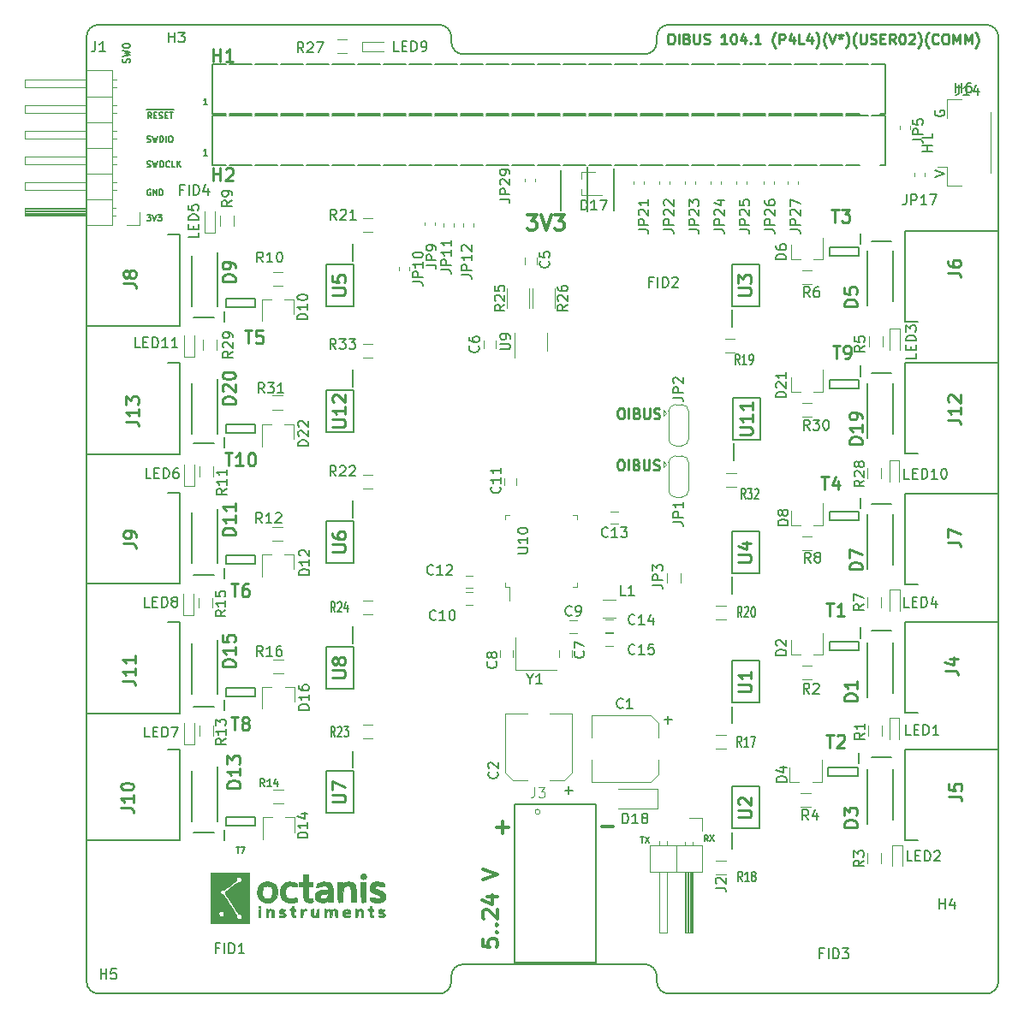
<source format=gbr>
%TF.GenerationSoftware,KiCad,Pcbnew,(5.0.1-3-g963ef8bb5)*%
%TF.CreationDate,2019-04-30T16:07:28+02:00*%
%TF.ProjectId,OIBUS_MOSFET_driver_module,4F494255535F4D4F534645545F647269,rev?*%
%TF.SameCoordinates,Original*%
%TF.FileFunction,Legend,Top*%
%TF.FilePolarity,Positive*%
%FSLAX46Y46*%
G04 Gerber Fmt 4.6, Leading zero omitted, Abs format (unit mm)*
G04 Created by KiCad (PCBNEW (5.0.1-3-g963ef8bb5)) date 2019 April 30, Tuesday 16:07:28*
%MOMM*%
%LPD*%
G01*
G04 APERTURE LIST*
%ADD10C,0.200000*%
%ADD11C,0.300000*%
%ADD12C,0.150000*%
%ADD13C,0.250000*%
%ADD14C,0.175000*%
%ADD15C,0.120000*%
%ADD16C,0.152400*%
%ADD17C,0.127000*%
%ADD18C,0.100000*%
%ADD19C,0.010000*%
%ADD20C,0.254000*%
%ADD21C,0.050000*%
G04 APERTURE END LIST*
D10*
X126000000Y-64500000D02*
X128000000Y-64500000D01*
X126000000Y-77500000D02*
X128000000Y-77500000D01*
X126000000Y-90500000D02*
X128000000Y-90500000D01*
X126000000Y-103000000D02*
X128000000Y-103000000D01*
X126000000Y-115500000D02*
X128000000Y-115500000D01*
X59000000Y-123000000D02*
X61000000Y-123000000D01*
X59000000Y-110500000D02*
X61000000Y-110500000D01*
X59000000Y-97500000D02*
X61000000Y-97500000D01*
X59000000Y-84500000D02*
X61000000Y-84500000D01*
X59000000Y-72000000D02*
X61000000Y-72000000D01*
D11*
X99326771Y-122357342D02*
X100469628Y-122357342D01*
X88963571Y-122458942D02*
X90106428Y-122458942D01*
X89535000Y-123030371D02*
X89535000Y-121887514D01*
D10*
X100515420Y-57269380D02*
X100515420Y-61447680D01*
X97878900Y-57119520D02*
X97878900Y-61485780D01*
X95244920Y-61447680D02*
X95244920Y-57419240D01*
D11*
X91962837Y-61883551D02*
X92891408Y-61883551D01*
X92391408Y-62454980D01*
X92605694Y-62454980D01*
X92748551Y-62526408D01*
X92819980Y-62597837D01*
X92891408Y-62740694D01*
X92891408Y-63097837D01*
X92819980Y-63240694D01*
X92748551Y-63312122D01*
X92605694Y-63383551D01*
X92177122Y-63383551D01*
X92034265Y-63312122D01*
X91962837Y-63240694D01*
X93319980Y-61883551D02*
X93819980Y-63383551D01*
X94319980Y-61883551D01*
X94677122Y-61883551D02*
X95605694Y-61883551D01*
X95105694Y-62454980D01*
X95319980Y-62454980D01*
X95462837Y-62526408D01*
X95534265Y-62597837D01*
X95605694Y-62740694D01*
X95605694Y-63097837D01*
X95534265Y-63240694D01*
X95462837Y-63312122D01*
X95319980Y-63383551D01*
X94891408Y-63383551D01*
X94748551Y-63312122D01*
X94677122Y-63240694D01*
D12*
X60331328Y-50957128D02*
X59988471Y-50957128D01*
X60159900Y-50957128D02*
X60159900Y-50357128D01*
X60102757Y-50442842D01*
X60045614Y-50499985D01*
X59988471Y-50528557D01*
X60331328Y-55973628D02*
X59988471Y-55973628D01*
X60159900Y-55973628D02*
X60159900Y-55373628D01*
X60102757Y-55459342D01*
X60045614Y-55516485D01*
X59988471Y-55545057D01*
D13*
X106091342Y-43952380D02*
X106281819Y-43952380D01*
X106377057Y-44000000D01*
X106472295Y-44095238D01*
X106519914Y-44285714D01*
X106519914Y-44619047D01*
X106472295Y-44809523D01*
X106377057Y-44904761D01*
X106281819Y-44952380D01*
X106091342Y-44952380D01*
X105996104Y-44904761D01*
X105900866Y-44809523D01*
X105853247Y-44619047D01*
X105853247Y-44285714D01*
X105900866Y-44095238D01*
X105996104Y-44000000D01*
X106091342Y-43952380D01*
X106948485Y-44952380D02*
X106948485Y-43952380D01*
X107758009Y-44428571D02*
X107900866Y-44476190D01*
X107948485Y-44523809D01*
X107996104Y-44619047D01*
X107996104Y-44761904D01*
X107948485Y-44857142D01*
X107900866Y-44904761D01*
X107805628Y-44952380D01*
X107424676Y-44952380D01*
X107424676Y-43952380D01*
X107758009Y-43952380D01*
X107853247Y-44000000D01*
X107900866Y-44047619D01*
X107948485Y-44142857D01*
X107948485Y-44238095D01*
X107900866Y-44333333D01*
X107853247Y-44380952D01*
X107758009Y-44428571D01*
X107424676Y-44428571D01*
X108424676Y-43952380D02*
X108424676Y-44761904D01*
X108472295Y-44857142D01*
X108519914Y-44904761D01*
X108615152Y-44952380D01*
X108805628Y-44952380D01*
X108900866Y-44904761D01*
X108948485Y-44857142D01*
X108996104Y-44761904D01*
X108996104Y-43952380D01*
X109424676Y-44904761D02*
X109567533Y-44952380D01*
X109805628Y-44952380D01*
X109900866Y-44904761D01*
X109948485Y-44857142D01*
X109996104Y-44761904D01*
X109996104Y-44666666D01*
X109948485Y-44571428D01*
X109900866Y-44523809D01*
X109805628Y-44476190D01*
X109615152Y-44428571D01*
X109519914Y-44380952D01*
X109472295Y-44333333D01*
X109424676Y-44238095D01*
X109424676Y-44142857D01*
X109472295Y-44047619D01*
X109519914Y-44000000D01*
X109615152Y-43952380D01*
X109853247Y-43952380D01*
X109996104Y-44000000D01*
X111710390Y-44952380D02*
X111138961Y-44952380D01*
X111424676Y-44952380D02*
X111424676Y-43952380D01*
X111329438Y-44095238D01*
X111234200Y-44190476D01*
X111138961Y-44238095D01*
X112329438Y-43952380D02*
X112424676Y-43952380D01*
X112519914Y-44000000D01*
X112567533Y-44047619D01*
X112615152Y-44142857D01*
X112662771Y-44333333D01*
X112662771Y-44571428D01*
X112615152Y-44761904D01*
X112567533Y-44857142D01*
X112519914Y-44904761D01*
X112424676Y-44952380D01*
X112329438Y-44952380D01*
X112234200Y-44904761D01*
X112186580Y-44857142D01*
X112138961Y-44761904D01*
X112091342Y-44571428D01*
X112091342Y-44333333D01*
X112138961Y-44142857D01*
X112186580Y-44047619D01*
X112234200Y-44000000D01*
X112329438Y-43952380D01*
X113519914Y-44285714D02*
X113519914Y-44952380D01*
X113281819Y-43904761D02*
X113043723Y-44619047D01*
X113662771Y-44619047D01*
X114043723Y-44857142D02*
X114091342Y-44904761D01*
X114043723Y-44952380D01*
X113996104Y-44904761D01*
X114043723Y-44857142D01*
X114043723Y-44952380D01*
X115043723Y-44952380D02*
X114472295Y-44952380D01*
X114758009Y-44952380D02*
X114758009Y-43952380D01*
X114662771Y-44095238D01*
X114567533Y-44190476D01*
X114472295Y-44238095D01*
X116519914Y-45333333D02*
X116472295Y-45285714D01*
X116377057Y-45142857D01*
X116329438Y-45047619D01*
X116281819Y-44904761D01*
X116234200Y-44666666D01*
X116234200Y-44476190D01*
X116281819Y-44238095D01*
X116329438Y-44095238D01*
X116377057Y-44000000D01*
X116472295Y-43857142D01*
X116519914Y-43809523D01*
X116900866Y-44952380D02*
X116900866Y-43952380D01*
X117281819Y-43952380D01*
X117377057Y-44000000D01*
X117424676Y-44047619D01*
X117472295Y-44142857D01*
X117472295Y-44285714D01*
X117424676Y-44380952D01*
X117377057Y-44428571D01*
X117281819Y-44476190D01*
X116900866Y-44476190D01*
X118329438Y-44285714D02*
X118329438Y-44952380D01*
X118091342Y-43904761D02*
X117853247Y-44619047D01*
X118472295Y-44619047D01*
X119329438Y-44952380D02*
X118853247Y-44952380D01*
X118853247Y-43952380D01*
X120091342Y-44285714D02*
X120091342Y-44952380D01*
X119853247Y-43904761D02*
X119615152Y-44619047D01*
X120234200Y-44619047D01*
X120519914Y-45333333D02*
X120567533Y-45285714D01*
X120662771Y-45142857D01*
X120710390Y-45047619D01*
X120758009Y-44904761D01*
X120805628Y-44666666D01*
X120805628Y-44476190D01*
X120758009Y-44238095D01*
X120710390Y-44095238D01*
X120662771Y-44000000D01*
X120567533Y-43857142D01*
X120519914Y-43809523D01*
X121567533Y-45333333D02*
X121519914Y-45285714D01*
X121424676Y-45142857D01*
X121377057Y-45047619D01*
X121329438Y-44904761D01*
X121281819Y-44666666D01*
X121281819Y-44476190D01*
X121329438Y-44238095D01*
X121377057Y-44095238D01*
X121424676Y-44000000D01*
X121519914Y-43857142D01*
X121567533Y-43809523D01*
X121805628Y-43952380D02*
X122138961Y-44952380D01*
X122472295Y-43952380D01*
X122948485Y-43952380D02*
X122948485Y-44190476D01*
X122710390Y-44095238D02*
X122948485Y-44190476D01*
X123186580Y-44095238D01*
X122805628Y-44380952D02*
X122948485Y-44190476D01*
X123091342Y-44380952D01*
X123472295Y-45333333D02*
X123519914Y-45285714D01*
X123615152Y-45142857D01*
X123662771Y-45047619D01*
X123710390Y-44904761D01*
X123758009Y-44666666D01*
X123758009Y-44476190D01*
X123710390Y-44238095D01*
X123662771Y-44095238D01*
X123615152Y-44000000D01*
X123519914Y-43857142D01*
X123472295Y-43809523D01*
X124519914Y-45333333D02*
X124472295Y-45285714D01*
X124377057Y-45142857D01*
X124329438Y-45047619D01*
X124281819Y-44904761D01*
X124234200Y-44666666D01*
X124234200Y-44476190D01*
X124281819Y-44238095D01*
X124329438Y-44095238D01*
X124377057Y-44000000D01*
X124472295Y-43857142D01*
X124519914Y-43809523D01*
X124900866Y-43952380D02*
X124900866Y-44761904D01*
X124948485Y-44857142D01*
X124996104Y-44904761D01*
X125091342Y-44952380D01*
X125281819Y-44952380D01*
X125377057Y-44904761D01*
X125424676Y-44857142D01*
X125472295Y-44761904D01*
X125472295Y-43952380D01*
X125900866Y-44904761D02*
X126043723Y-44952380D01*
X126281819Y-44952380D01*
X126377057Y-44904761D01*
X126424676Y-44857142D01*
X126472295Y-44761904D01*
X126472295Y-44666666D01*
X126424676Y-44571428D01*
X126377057Y-44523809D01*
X126281819Y-44476190D01*
X126091342Y-44428571D01*
X125996104Y-44380952D01*
X125948485Y-44333333D01*
X125900866Y-44238095D01*
X125900866Y-44142857D01*
X125948485Y-44047619D01*
X125996104Y-44000000D01*
X126091342Y-43952380D01*
X126329438Y-43952380D01*
X126472295Y-44000000D01*
X126900866Y-44428571D02*
X127234200Y-44428571D01*
X127377057Y-44952380D02*
X126900866Y-44952380D01*
X126900866Y-43952380D01*
X127377057Y-43952380D01*
X128377057Y-44952380D02*
X128043723Y-44476190D01*
X127805628Y-44952380D02*
X127805628Y-43952380D01*
X128186580Y-43952380D01*
X128281819Y-44000000D01*
X128329438Y-44047619D01*
X128377057Y-44142857D01*
X128377057Y-44285714D01*
X128329438Y-44380952D01*
X128281819Y-44428571D01*
X128186580Y-44476190D01*
X127805628Y-44476190D01*
X128996104Y-43952380D02*
X129091342Y-43952380D01*
X129186580Y-44000000D01*
X129234200Y-44047619D01*
X129281819Y-44142857D01*
X129329438Y-44333333D01*
X129329438Y-44571428D01*
X129281819Y-44761904D01*
X129234200Y-44857142D01*
X129186580Y-44904761D01*
X129091342Y-44952380D01*
X128996104Y-44952380D01*
X128900866Y-44904761D01*
X128853247Y-44857142D01*
X128805628Y-44761904D01*
X128758009Y-44571428D01*
X128758009Y-44333333D01*
X128805628Y-44142857D01*
X128853247Y-44047619D01*
X128900866Y-44000000D01*
X128996104Y-43952380D01*
X129710390Y-44047619D02*
X129758009Y-44000000D01*
X129853247Y-43952380D01*
X130091342Y-43952380D01*
X130186580Y-44000000D01*
X130234200Y-44047619D01*
X130281819Y-44142857D01*
X130281819Y-44238095D01*
X130234200Y-44380952D01*
X129662771Y-44952380D01*
X130281819Y-44952380D01*
X130615152Y-45333333D02*
X130662771Y-45285714D01*
X130758009Y-45142857D01*
X130805628Y-45047619D01*
X130853247Y-44904761D01*
X130900866Y-44666666D01*
X130900866Y-44476190D01*
X130853247Y-44238095D01*
X130805628Y-44095238D01*
X130758009Y-44000000D01*
X130662771Y-43857142D01*
X130615152Y-43809523D01*
X131662771Y-45333333D02*
X131615152Y-45285714D01*
X131519914Y-45142857D01*
X131472295Y-45047619D01*
X131424676Y-44904761D01*
X131377057Y-44666666D01*
X131377057Y-44476190D01*
X131424676Y-44238095D01*
X131472295Y-44095238D01*
X131519914Y-44000000D01*
X131615152Y-43857142D01*
X131662771Y-43809523D01*
X132615152Y-44857142D02*
X132567533Y-44904761D01*
X132424676Y-44952380D01*
X132329438Y-44952380D01*
X132186580Y-44904761D01*
X132091342Y-44809523D01*
X132043723Y-44714285D01*
X131996104Y-44523809D01*
X131996104Y-44380952D01*
X132043723Y-44190476D01*
X132091342Y-44095238D01*
X132186580Y-44000000D01*
X132329438Y-43952380D01*
X132424676Y-43952380D01*
X132567533Y-44000000D01*
X132615152Y-44047619D01*
X133234200Y-43952380D02*
X133424676Y-43952380D01*
X133519914Y-44000000D01*
X133615152Y-44095238D01*
X133662771Y-44285714D01*
X133662771Y-44619047D01*
X133615152Y-44809523D01*
X133519914Y-44904761D01*
X133424676Y-44952380D01*
X133234200Y-44952380D01*
X133138961Y-44904761D01*
X133043723Y-44809523D01*
X132996104Y-44619047D01*
X132996104Y-44285714D01*
X133043723Y-44095238D01*
X133138961Y-44000000D01*
X133234200Y-43952380D01*
X134091342Y-44952380D02*
X134091342Y-43952380D01*
X134424676Y-44666666D01*
X134758009Y-43952380D01*
X134758009Y-44952380D01*
X135234200Y-44952380D02*
X135234200Y-43952380D01*
X135567533Y-44666666D01*
X135900866Y-43952380D01*
X135900866Y-44952380D01*
X136281819Y-45333333D02*
X136329438Y-45285714D01*
X136424676Y-45142857D01*
X136472295Y-45047619D01*
X136519914Y-44904761D01*
X136567533Y-44666666D01*
X136567533Y-44476190D01*
X136519914Y-44238095D01*
X136472295Y-44095238D01*
X136424676Y-44000000D01*
X136329438Y-43857142D01*
X136281819Y-43809523D01*
X101125566Y-86104480D02*
X101316042Y-86104480D01*
X101411280Y-86152100D01*
X101506519Y-86247338D01*
X101554138Y-86437814D01*
X101554138Y-86771147D01*
X101506519Y-86961623D01*
X101411280Y-87056861D01*
X101316042Y-87104480D01*
X101125566Y-87104480D01*
X101030328Y-87056861D01*
X100935090Y-86961623D01*
X100887471Y-86771147D01*
X100887471Y-86437814D01*
X100935090Y-86247338D01*
X101030328Y-86152100D01*
X101125566Y-86104480D01*
X101982709Y-87104480D02*
X101982709Y-86104480D01*
X102792233Y-86580671D02*
X102935090Y-86628290D01*
X102982709Y-86675909D01*
X103030328Y-86771147D01*
X103030328Y-86914004D01*
X102982709Y-87009242D01*
X102935090Y-87056861D01*
X102839852Y-87104480D01*
X102458900Y-87104480D01*
X102458900Y-86104480D01*
X102792233Y-86104480D01*
X102887471Y-86152100D01*
X102935090Y-86199719D01*
X102982709Y-86294957D01*
X102982709Y-86390195D01*
X102935090Y-86485433D01*
X102887471Y-86533052D01*
X102792233Y-86580671D01*
X102458900Y-86580671D01*
X103458900Y-86104480D02*
X103458900Y-86914004D01*
X103506519Y-87009242D01*
X103554138Y-87056861D01*
X103649376Y-87104480D01*
X103839852Y-87104480D01*
X103935090Y-87056861D01*
X103982709Y-87009242D01*
X104030328Y-86914004D01*
X104030328Y-86104480D01*
X104458900Y-87056861D02*
X104601757Y-87104480D01*
X104839852Y-87104480D01*
X104935090Y-87056861D01*
X104982709Y-87009242D01*
X105030328Y-86914004D01*
X105030328Y-86818766D01*
X104982709Y-86723528D01*
X104935090Y-86675909D01*
X104839852Y-86628290D01*
X104649376Y-86580671D01*
X104554138Y-86533052D01*
X104506519Y-86485433D01*
X104458900Y-86390195D01*
X104458900Y-86294957D01*
X104506519Y-86199719D01*
X104554138Y-86152100D01*
X104649376Y-86104480D01*
X104887471Y-86104480D01*
X105030328Y-86152100D01*
X101150966Y-81011780D02*
X101341442Y-81011780D01*
X101436680Y-81059400D01*
X101531919Y-81154638D01*
X101579538Y-81345114D01*
X101579538Y-81678447D01*
X101531919Y-81868923D01*
X101436680Y-81964161D01*
X101341442Y-82011780D01*
X101150966Y-82011780D01*
X101055728Y-81964161D01*
X100960490Y-81868923D01*
X100912871Y-81678447D01*
X100912871Y-81345114D01*
X100960490Y-81154638D01*
X101055728Y-81059400D01*
X101150966Y-81011780D01*
X102008109Y-82011780D02*
X102008109Y-81011780D01*
X102817633Y-81487971D02*
X102960490Y-81535590D01*
X103008109Y-81583209D01*
X103055728Y-81678447D01*
X103055728Y-81821304D01*
X103008109Y-81916542D01*
X102960490Y-81964161D01*
X102865252Y-82011780D01*
X102484300Y-82011780D01*
X102484300Y-81011780D01*
X102817633Y-81011780D01*
X102912871Y-81059400D01*
X102960490Y-81107019D01*
X103008109Y-81202257D01*
X103008109Y-81297495D01*
X102960490Y-81392733D01*
X102912871Y-81440352D01*
X102817633Y-81487971D01*
X102484300Y-81487971D01*
X103484300Y-81011780D02*
X103484300Y-81821304D01*
X103531919Y-81916542D01*
X103579538Y-81964161D01*
X103674776Y-82011780D01*
X103865252Y-82011780D01*
X103960490Y-81964161D01*
X104008109Y-81916542D01*
X104055728Y-81821304D01*
X104055728Y-81011780D01*
X104484300Y-81964161D02*
X104627157Y-82011780D01*
X104865252Y-82011780D01*
X104960490Y-81964161D01*
X105008109Y-81916542D01*
X105055728Y-81821304D01*
X105055728Y-81726066D01*
X105008109Y-81630828D01*
X104960490Y-81583209D01*
X104865252Y-81535590D01*
X104674776Y-81487971D01*
X104579538Y-81440352D01*
X104531919Y-81392733D01*
X104484300Y-81297495D01*
X104484300Y-81202257D01*
X104531919Y-81107019D01*
X104579538Y-81059400D01*
X104674776Y-81011780D01*
X104912871Y-81011780D01*
X105055728Y-81059400D01*
D11*
X87545171Y-133568700D02*
X87545171Y-134282985D01*
X88259457Y-134354414D01*
X88188028Y-134282985D01*
X88116600Y-134140128D01*
X88116600Y-133782985D01*
X88188028Y-133640128D01*
X88259457Y-133568700D01*
X88402314Y-133497271D01*
X88759457Y-133497271D01*
X88902314Y-133568700D01*
X88973742Y-133640128D01*
X89045171Y-133782985D01*
X89045171Y-134140128D01*
X88973742Y-134282985D01*
X88902314Y-134354414D01*
X88902314Y-132854414D02*
X88973742Y-132782985D01*
X89045171Y-132854414D01*
X88973742Y-132925842D01*
X88902314Y-132854414D01*
X89045171Y-132854414D01*
X88902314Y-132140128D02*
X88973742Y-132068700D01*
X89045171Y-132140128D01*
X88973742Y-132211557D01*
X88902314Y-132140128D01*
X89045171Y-132140128D01*
X87688028Y-131497271D02*
X87616600Y-131425842D01*
X87545171Y-131282985D01*
X87545171Y-130925842D01*
X87616600Y-130782985D01*
X87688028Y-130711557D01*
X87830885Y-130640128D01*
X87973742Y-130640128D01*
X88188028Y-130711557D01*
X89045171Y-131568700D01*
X89045171Y-130640128D01*
X88045171Y-129354414D02*
X89045171Y-129354414D01*
X87473742Y-129711557D02*
X88545171Y-130068700D01*
X88545171Y-129140128D01*
X87545171Y-127640128D02*
X89045171Y-127140128D01*
X87545171Y-126640128D01*
D12*
X109818500Y-123855128D02*
X109618500Y-123569414D01*
X109475642Y-123855128D02*
X109475642Y-123255128D01*
X109704214Y-123255128D01*
X109761357Y-123283700D01*
X109789928Y-123312271D01*
X109818500Y-123369414D01*
X109818500Y-123455128D01*
X109789928Y-123512271D01*
X109761357Y-123540842D01*
X109704214Y-123569414D01*
X109475642Y-123569414D01*
X110018500Y-123255128D02*
X110418500Y-123855128D01*
X110418500Y-123255128D02*
X110018500Y-123855128D01*
X103149457Y-123369428D02*
X103492314Y-123369428D01*
X103320885Y-123969428D02*
X103320885Y-123369428D01*
X103635171Y-123369428D02*
X104035171Y-123969428D01*
X104035171Y-123369428D02*
X103635171Y-123969428D01*
X54349742Y-61850628D02*
X54721171Y-61850628D01*
X54521171Y-62079200D01*
X54606885Y-62079200D01*
X54664028Y-62107771D01*
X54692600Y-62136342D01*
X54721171Y-62193485D01*
X54721171Y-62336342D01*
X54692600Y-62393485D01*
X54664028Y-62422057D01*
X54606885Y-62450628D01*
X54435457Y-62450628D01*
X54378314Y-62422057D01*
X54349742Y-62393485D01*
X54892600Y-61850628D02*
X55092600Y-62450628D01*
X55292600Y-61850628D01*
X55435457Y-61850628D02*
X55806885Y-61850628D01*
X55606885Y-62079200D01*
X55692600Y-62079200D01*
X55749742Y-62107771D01*
X55778314Y-62136342D01*
X55806885Y-62193485D01*
X55806885Y-62336342D01*
X55778314Y-62393485D01*
X55749742Y-62422057D01*
X55692600Y-62450628D01*
X55521171Y-62450628D01*
X55464028Y-62422057D01*
X55435457Y-62393485D01*
X54698957Y-59377300D02*
X54641814Y-59348728D01*
X54556100Y-59348728D01*
X54470385Y-59377300D01*
X54413242Y-59434442D01*
X54384671Y-59491585D01*
X54356100Y-59605871D01*
X54356100Y-59691585D01*
X54384671Y-59805871D01*
X54413242Y-59863014D01*
X54470385Y-59920157D01*
X54556100Y-59948728D01*
X54613242Y-59948728D01*
X54698957Y-59920157D01*
X54727528Y-59891585D01*
X54727528Y-59691585D01*
X54613242Y-59691585D01*
X54984671Y-59948728D02*
X54984671Y-59348728D01*
X55327528Y-59948728D01*
X55327528Y-59348728D01*
X55613242Y-59948728D02*
X55613242Y-59348728D01*
X55756100Y-59348728D01*
X55841814Y-59377300D01*
X55898957Y-59434442D01*
X55927528Y-59491585D01*
X55956100Y-59605871D01*
X55956100Y-59691585D01*
X55927528Y-59805871D01*
X55898957Y-59863014D01*
X55841814Y-59920157D01*
X55756100Y-59948728D01*
X55613242Y-59948728D01*
X54362557Y-57126157D02*
X54448271Y-57154728D01*
X54591128Y-57154728D01*
X54648271Y-57126157D01*
X54676842Y-57097585D01*
X54705414Y-57040442D01*
X54705414Y-56983300D01*
X54676842Y-56926157D01*
X54648271Y-56897585D01*
X54591128Y-56869014D01*
X54476842Y-56840442D01*
X54419700Y-56811871D01*
X54391128Y-56783300D01*
X54362557Y-56726157D01*
X54362557Y-56669014D01*
X54391128Y-56611871D01*
X54419700Y-56583300D01*
X54476842Y-56554728D01*
X54619700Y-56554728D01*
X54705414Y-56583300D01*
X54905414Y-56554728D02*
X55048271Y-57154728D01*
X55162557Y-56726157D01*
X55276842Y-57154728D01*
X55419700Y-56554728D01*
X55648271Y-57154728D02*
X55648271Y-56554728D01*
X55791128Y-56554728D01*
X55876842Y-56583300D01*
X55933985Y-56640442D01*
X55962557Y-56697585D01*
X55991128Y-56811871D01*
X55991128Y-56897585D01*
X55962557Y-57011871D01*
X55933985Y-57069014D01*
X55876842Y-57126157D01*
X55791128Y-57154728D01*
X55648271Y-57154728D01*
X56591128Y-57097585D02*
X56562557Y-57126157D01*
X56476842Y-57154728D01*
X56419700Y-57154728D01*
X56333985Y-57126157D01*
X56276842Y-57069014D01*
X56248271Y-57011871D01*
X56219700Y-56897585D01*
X56219700Y-56811871D01*
X56248271Y-56697585D01*
X56276842Y-56640442D01*
X56333985Y-56583300D01*
X56419700Y-56554728D01*
X56476842Y-56554728D01*
X56562557Y-56583300D01*
X56591128Y-56611871D01*
X57133985Y-57154728D02*
X56848271Y-57154728D01*
X56848271Y-56554728D01*
X57333985Y-57154728D02*
X57333985Y-56554728D01*
X57676842Y-57154728D02*
X57419700Y-56811871D01*
X57676842Y-56554728D02*
X57333985Y-56897585D01*
X54354571Y-54624257D02*
X54440285Y-54652828D01*
X54583142Y-54652828D01*
X54640285Y-54624257D01*
X54668857Y-54595685D01*
X54697428Y-54538542D01*
X54697428Y-54481400D01*
X54668857Y-54424257D01*
X54640285Y-54395685D01*
X54583142Y-54367114D01*
X54468857Y-54338542D01*
X54411714Y-54309971D01*
X54383142Y-54281400D01*
X54354571Y-54224257D01*
X54354571Y-54167114D01*
X54383142Y-54109971D01*
X54411714Y-54081400D01*
X54468857Y-54052828D01*
X54611714Y-54052828D01*
X54697428Y-54081400D01*
X54897428Y-54052828D02*
X55040285Y-54652828D01*
X55154571Y-54224257D01*
X55268857Y-54652828D01*
X55411714Y-54052828D01*
X55640285Y-54652828D02*
X55640285Y-54052828D01*
X55783142Y-54052828D01*
X55868857Y-54081400D01*
X55926000Y-54138542D01*
X55954571Y-54195685D01*
X55983142Y-54309971D01*
X55983142Y-54395685D01*
X55954571Y-54509971D01*
X55926000Y-54567114D01*
X55868857Y-54624257D01*
X55783142Y-54652828D01*
X55640285Y-54652828D01*
X56240285Y-54652828D02*
X56240285Y-54052828D01*
X56640285Y-54052828D02*
X56754571Y-54052828D01*
X56811714Y-54081400D01*
X56868857Y-54138542D01*
X56897428Y-54252828D01*
X56897428Y-54452828D01*
X56868857Y-54567114D01*
X56811714Y-54624257D01*
X56754571Y-54652828D01*
X56640285Y-54652828D01*
X56583142Y-54624257D01*
X56526000Y-54567114D01*
X56497428Y-54452828D01*
X56497428Y-54252828D01*
X56526000Y-54138542D01*
X56583142Y-54081400D01*
X56640285Y-54052828D01*
X54294257Y-51417600D02*
X54894257Y-51417600D01*
X54779971Y-52316028D02*
X54579971Y-52030314D01*
X54437114Y-52316028D02*
X54437114Y-51716028D01*
X54665685Y-51716028D01*
X54722828Y-51744600D01*
X54751400Y-51773171D01*
X54779971Y-51830314D01*
X54779971Y-51916028D01*
X54751400Y-51973171D01*
X54722828Y-52001742D01*
X54665685Y-52030314D01*
X54437114Y-52030314D01*
X54894257Y-51417600D02*
X55437114Y-51417600D01*
X55037114Y-52001742D02*
X55237114Y-52001742D01*
X55322828Y-52316028D02*
X55037114Y-52316028D01*
X55037114Y-51716028D01*
X55322828Y-51716028D01*
X55437114Y-51417600D02*
X56008542Y-51417600D01*
X55551400Y-52287457D02*
X55637114Y-52316028D01*
X55779971Y-52316028D01*
X55837114Y-52287457D01*
X55865685Y-52258885D01*
X55894257Y-52201742D01*
X55894257Y-52144600D01*
X55865685Y-52087457D01*
X55837114Y-52058885D01*
X55779971Y-52030314D01*
X55665685Y-52001742D01*
X55608542Y-51973171D01*
X55579971Y-51944600D01*
X55551400Y-51887457D01*
X55551400Y-51830314D01*
X55579971Y-51773171D01*
X55608542Y-51744600D01*
X55665685Y-51716028D01*
X55808542Y-51716028D01*
X55894257Y-51744600D01*
X56008542Y-51417600D02*
X56551400Y-51417600D01*
X56151400Y-52001742D02*
X56351400Y-52001742D01*
X56437114Y-52316028D02*
X56151400Y-52316028D01*
X56151400Y-51716028D01*
X56437114Y-51716028D01*
X56551400Y-51417600D02*
X57008542Y-51417600D01*
X56608542Y-51716028D02*
X56951400Y-51716028D01*
X56779971Y-52316028D02*
X56779971Y-51716028D01*
D14*
X52632733Y-46813666D02*
X52666066Y-46713666D01*
X52666066Y-46547000D01*
X52632733Y-46480333D01*
X52599400Y-46447000D01*
X52532733Y-46413666D01*
X52466066Y-46413666D01*
X52399400Y-46447000D01*
X52366066Y-46480333D01*
X52332733Y-46547000D01*
X52299400Y-46680333D01*
X52266066Y-46747000D01*
X52232733Y-46780333D01*
X52166066Y-46813666D01*
X52099400Y-46813666D01*
X52032733Y-46780333D01*
X51999400Y-46747000D01*
X51966066Y-46680333D01*
X51966066Y-46513666D01*
X51999400Y-46413666D01*
X51966066Y-46180333D02*
X52666066Y-46013666D01*
X52166066Y-45880333D01*
X52666066Y-45747000D01*
X51966066Y-45580333D01*
X51966066Y-45180333D02*
X51966066Y-45047000D01*
X51999400Y-44980333D01*
X52066066Y-44913666D01*
X52199400Y-44880333D01*
X52432733Y-44880333D01*
X52566066Y-44913666D01*
X52632733Y-44980333D01*
X52666066Y-45047000D01*
X52666066Y-45180333D01*
X52632733Y-45247000D01*
X52566066Y-45313666D01*
X52432733Y-45347000D01*
X52199400Y-45347000D01*
X52066066Y-45313666D01*
X51999400Y-45247000D01*
X51966066Y-45180333D01*
D10*
X138557000Y-44248000D02*
X138557000Y-137737999D01*
X138557000Y-137737999D02*
G75*
G02X137357000Y-138937999I-1200000J0D01*
G01*
X48387000Y-137738000D02*
X48387000Y-79629000D01*
X49587000Y-138938000D02*
G75*
G02X48387000Y-137738000I0J1200000D01*
G01*
X83257000Y-138937999D02*
X49587000Y-138938000D01*
X84457000Y-137737999D02*
G75*
G02X83257000Y-138937999I-1200000J0D01*
G01*
X84457000Y-137217999D02*
X84457000Y-137737999D01*
X84457000Y-137217999D02*
G75*
G02X85657000Y-136017999I1200000J0D01*
G01*
X103577000Y-136017999D02*
X85657000Y-136017999D01*
X105977000Y-138937999D02*
G75*
G02X104777000Y-137737999I0J1200000D01*
G01*
X137357000Y-138937999D02*
X105977000Y-138937999D01*
X103577000Y-136017999D02*
G75*
G02X104777000Y-137217999I0J-1200000D01*
G01*
X104777000Y-137737999D02*
X104777000Y-137217999D01*
X137357000Y-43048000D02*
G75*
G02X138557000Y-44248000I0J-1200000D01*
G01*
X105977000Y-43048000D02*
X137357000Y-43048000D01*
X104777000Y-44248000D02*
G75*
G02X105977000Y-43048000I1200000J0D01*
G01*
X104777000Y-44768035D02*
X104777000Y-44248000D01*
X104777000Y-44768035D02*
G75*
G02X103577000Y-45968035I-1200000J0D01*
G01*
X85657000Y-45968032D02*
X103577000Y-45968035D01*
X85657000Y-45968032D02*
G75*
G02X84457001Y-44768032I1J1200000D01*
G01*
X84457000Y-44248030D02*
X84457001Y-44768032D01*
X83257001Y-43048030D02*
G75*
G02X84457000Y-44248030I-1J-1200000D01*
G01*
X49587001Y-43048001D02*
X83257001Y-43048030D01*
X48387000Y-44248001D02*
G75*
G02X49587001Y-43048001I1200000J0D01*
G01*
X48386999Y-79658000D02*
X48387000Y-44248001D01*
D15*
X137761660Y-57666440D02*
X137761660Y-51736440D01*
X133491660Y-50466440D02*
X133491660Y-52266440D01*
X134941660Y-50466440D02*
X133491660Y-50466440D01*
X133491660Y-57136440D02*
X132501660Y-57136440D01*
X133491660Y-58936440D02*
X133491660Y-57136440D01*
X134941660Y-58936440D02*
X133491660Y-58936440D01*
X89316000Y-105633000D02*
X89316000Y-104933000D01*
X90516000Y-104933000D02*
X90516000Y-105633000D01*
X90837000Y-106883000D02*
X94837000Y-106883000D01*
X90837000Y-103683000D02*
X90837000Y-106883000D01*
D10*
X58829000Y-65951000D02*
X58829000Y-70955000D01*
X61313000Y-70955000D02*
X61313000Y-65553000D01*
D15*
X104140000Y-117981000D02*
X98300000Y-117981000D01*
X104900000Y-117221000D02*
X104140000Y-117981000D01*
X104140000Y-111381000D02*
X104900000Y-112141000D01*
X98300000Y-111381000D02*
X104140000Y-111381000D01*
X104900000Y-117221000D02*
X104900000Y-115801000D01*
X98300000Y-117981000D02*
X98300000Y-115801000D01*
X98300000Y-111381000D02*
X98300000Y-113561000D01*
X104900000Y-112141000D02*
X104900000Y-113561000D01*
X95631000Y-117854000D02*
X94211000Y-117854000D01*
X96391000Y-111254000D02*
X94211000Y-111254000D01*
X89791000Y-111254000D02*
X91971000Y-111254000D01*
X90551000Y-117854000D02*
X91971000Y-117854000D01*
X96391000Y-111254000D02*
X96391000Y-117094000D01*
X96391000Y-117094000D02*
X95631000Y-117854000D01*
X90551000Y-117854000D02*
X89791000Y-117094000D01*
X89791000Y-117094000D02*
X89791000Y-111254000D01*
X92929000Y-66071000D02*
X92929000Y-66771000D01*
X91729000Y-66771000D02*
X91729000Y-66071000D01*
X88865000Y-74326000D02*
X88865000Y-75026000D01*
X87665000Y-75026000D02*
X87665000Y-74326000D01*
X96358000Y-104933000D02*
X96358000Y-105633000D01*
X95158000Y-105633000D02*
X95158000Y-104933000D01*
X96170000Y-102016000D02*
X96870000Y-102016000D01*
X96870000Y-103216000D02*
X96170000Y-103216000D01*
X85883000Y-99222000D02*
X86583000Y-99222000D01*
X86583000Y-100422000D02*
X85883000Y-100422000D01*
X90897000Y-87915000D02*
X90897000Y-88615000D01*
X89697000Y-88615000D02*
X89697000Y-87915000D01*
X86583000Y-98771000D02*
X85883000Y-98771000D01*
X85883000Y-97571000D02*
X86583000Y-97571000D01*
X100934000Y-92421000D02*
X100234000Y-92421000D01*
X100234000Y-91221000D02*
X100934000Y-91221000D01*
X100426000Y-103139800D02*
X99726000Y-103139800D01*
X99726000Y-101939800D02*
X100426000Y-101939800D01*
X99726000Y-103286000D02*
X100426000Y-103286000D01*
X100426000Y-104486000D02*
X99726000Y-104486000D01*
D10*
X128115000Y-109182000D02*
X128115000Y-104178000D01*
X125631000Y-104178000D02*
X125631000Y-109580000D01*
X125631000Y-116751000D02*
X125631000Y-122153000D01*
X128115000Y-121755000D02*
X128115000Y-116751000D01*
X125631000Y-65443000D02*
X125631000Y-70845000D01*
X128115000Y-70447000D02*
X128115000Y-65443000D01*
X125631000Y-91478000D02*
X125631000Y-96880000D01*
X128115000Y-96482000D02*
X128115000Y-91478000D01*
X61313000Y-96355000D02*
X61313000Y-90953000D01*
X58829000Y-91351000D02*
X58829000Y-96355000D01*
X58829000Y-116878000D02*
X58829000Y-121882000D01*
X61313000Y-121882000D02*
X61313000Y-116480000D01*
X58829000Y-104305000D02*
X58829000Y-109309000D01*
X61313000Y-109309000D02*
X61313000Y-103907000D01*
D15*
X98698600Y-57615600D02*
X97288600Y-57615600D01*
X97288600Y-59935600D02*
X99318600Y-59935600D01*
X97288600Y-59935600D02*
X97288600Y-59275600D01*
X97288600Y-58275600D02*
X97288600Y-57615600D01*
X104866000Y-120634000D02*
X100966000Y-120634000D01*
X104866000Y-118634000D02*
X100966000Y-118634000D01*
X104866000Y-120634000D02*
X104866000Y-118634000D01*
D10*
X128115000Y-83528000D02*
X128115000Y-78524000D01*
X125631000Y-78524000D02*
X125631000Y-83926000D01*
X61313000Y-83528000D02*
X61313000Y-78126000D01*
X58829000Y-78524000D02*
X58829000Y-83528000D01*
D16*
X70180200Y-51866801D02*
X72313800Y-51866801D01*
X72313800Y-46939201D02*
X70180200Y-46939201D01*
X72720200Y-51866801D02*
X74853800Y-51866801D01*
X74853800Y-46939201D02*
X72720200Y-46939201D01*
X75260200Y-51866801D02*
X77393800Y-51866801D01*
X77393800Y-46939201D02*
X75260200Y-46939201D01*
X77800200Y-51866801D02*
X79933800Y-51866801D01*
X79933800Y-46939201D02*
X77800200Y-46939201D01*
X80340200Y-51866801D02*
X82473800Y-51866801D01*
X82473800Y-46939201D02*
X80340200Y-46939201D01*
X82880200Y-51866801D02*
X85013800Y-51866801D01*
X85013800Y-46939201D02*
X82880200Y-46939201D01*
X85420200Y-51866801D02*
X87553800Y-51866801D01*
X87553800Y-46939201D02*
X85420200Y-46939201D01*
X87960200Y-51866801D02*
X90093800Y-51866801D01*
X90093800Y-46939201D02*
X87960200Y-46939201D01*
X90500200Y-51866801D02*
X92633800Y-51866801D01*
X92633800Y-46939201D02*
X90500200Y-46939201D01*
X93040200Y-51866801D02*
X95173800Y-51866801D01*
X95173800Y-46939201D02*
X93040200Y-46939201D01*
X95580200Y-51866801D02*
X97713800Y-51866801D01*
X97713800Y-46939201D02*
X95580200Y-46939201D01*
X98120200Y-51866801D02*
X100253800Y-51866801D01*
X100253800Y-46939201D02*
X98120200Y-46939201D01*
X100660200Y-51866801D02*
X102793800Y-51866801D01*
X102793800Y-46939201D02*
X100660200Y-46939201D01*
X103200200Y-51866801D02*
X105333800Y-51866801D01*
X105333800Y-46939201D02*
X103200200Y-46939201D01*
X105740200Y-51866801D02*
X107873800Y-51866801D01*
X107873800Y-46939201D02*
X105740200Y-46939201D01*
X108280200Y-51866801D02*
X110413800Y-51866801D01*
X110413800Y-46939201D02*
X108280200Y-46939201D01*
X110820200Y-51866801D02*
X112953800Y-51866801D01*
X112953800Y-46939201D02*
X110820200Y-46939201D01*
X113360200Y-51866801D02*
X115493800Y-51866801D01*
X115493800Y-46939201D02*
X113360200Y-46939201D01*
X115900200Y-51866801D02*
X118033800Y-51866801D01*
X118033800Y-46939201D02*
X115900200Y-46939201D01*
X118440200Y-51866801D02*
X120573800Y-51866801D01*
X120573800Y-46939201D02*
X118440200Y-46939201D01*
X120980200Y-51866801D02*
X123113800Y-51866801D01*
X123113800Y-46939201D02*
X120980200Y-46939201D01*
X123520200Y-51866801D02*
X124866400Y-51866801D01*
X125653800Y-46939201D02*
X123520200Y-46939201D01*
X126847600Y-51866801D02*
X127381000Y-51866801D01*
X60833000Y-46939201D02*
X60833000Y-51866801D01*
X127381000Y-46939201D02*
X126060200Y-46939201D01*
X127381000Y-51866801D02*
X127381000Y-46939201D01*
X60833000Y-51866801D02*
X62153800Y-51866801D01*
X69773800Y-46939201D02*
X67640200Y-46939201D01*
X67640200Y-51866801D02*
X69773800Y-51866801D01*
X67233800Y-46939201D02*
X65100200Y-46939201D01*
X65100200Y-51866801D02*
X67233800Y-51866801D01*
X64693800Y-46939201D02*
X62560200Y-46939201D01*
X62560200Y-51866801D02*
X64693800Y-51866801D01*
X62153800Y-46939201D02*
X60833000Y-46939201D01*
X62153800Y-52019200D02*
X60833000Y-52019200D01*
X62560200Y-56946800D02*
X64693800Y-56946800D01*
X64693800Y-52019200D02*
X62560200Y-52019200D01*
X65100200Y-56946800D02*
X67233800Y-56946800D01*
X67233800Y-52019200D02*
X65100200Y-52019200D01*
X67640200Y-56946800D02*
X69773800Y-56946800D01*
X69773800Y-52019200D02*
X67640200Y-52019200D01*
X60833000Y-56946800D02*
X62153800Y-56946800D01*
X127381000Y-56946800D02*
X127381000Y-52019200D01*
X127381000Y-52019200D02*
X126060200Y-52019200D01*
X60833000Y-52019200D02*
X60833000Y-56946800D01*
X126847600Y-56946800D02*
X127381000Y-56946800D01*
X125653800Y-52019200D02*
X123520200Y-52019200D01*
X123520200Y-56946800D02*
X124866400Y-56946800D01*
X123113800Y-52019200D02*
X120980200Y-52019200D01*
X120980200Y-56946800D02*
X123113800Y-56946800D01*
X120573800Y-52019200D02*
X118440200Y-52019200D01*
X118440200Y-56946800D02*
X120573800Y-56946800D01*
X118033800Y-52019200D02*
X115900200Y-52019200D01*
X115900200Y-56946800D02*
X118033800Y-56946800D01*
X115493800Y-52019200D02*
X113360200Y-52019200D01*
X113360200Y-56946800D02*
X115493800Y-56946800D01*
X112953800Y-52019200D02*
X110820200Y-52019200D01*
X110820200Y-56946800D02*
X112953800Y-56946800D01*
X110413800Y-52019200D02*
X108280200Y-52019200D01*
X108280200Y-56946800D02*
X110413800Y-56946800D01*
X107873800Y-52019200D02*
X105740200Y-52019200D01*
X105740200Y-56946800D02*
X107873800Y-56946800D01*
X105333800Y-52019200D02*
X103200200Y-52019200D01*
X103200200Y-56946800D02*
X105333800Y-56946800D01*
X102793800Y-52019200D02*
X100660200Y-52019200D01*
X100660200Y-56946800D02*
X102793800Y-56946800D01*
X100253800Y-52019200D02*
X98120200Y-52019200D01*
X98120200Y-56946800D02*
X100253800Y-56946800D01*
X97713800Y-52019200D02*
X95580200Y-52019200D01*
X95580200Y-56946800D02*
X97713800Y-56946800D01*
X95173800Y-52019200D02*
X93040200Y-52019200D01*
X93040200Y-56946800D02*
X95173800Y-56946800D01*
X92633800Y-52019200D02*
X90500200Y-52019200D01*
X90500200Y-56946800D02*
X92633800Y-56946800D01*
X90093800Y-52019200D02*
X87960200Y-52019200D01*
X87960200Y-56946800D02*
X90093800Y-56946800D01*
X87553800Y-52019200D02*
X85420200Y-52019200D01*
X85420200Y-56946800D02*
X87553800Y-56946800D01*
X85013800Y-52019200D02*
X82880200Y-52019200D01*
X82880200Y-56946800D02*
X85013800Y-56946800D01*
X82473800Y-52019200D02*
X80340200Y-52019200D01*
X80340200Y-56946800D02*
X82473800Y-56946800D01*
X79933800Y-52019200D02*
X77800200Y-52019200D01*
X77800200Y-56946800D02*
X79933800Y-56946800D01*
X77393800Y-52019200D02*
X75260200Y-52019200D01*
X75260200Y-56946800D02*
X77393800Y-56946800D01*
X74853800Y-52019200D02*
X72720200Y-52019200D01*
X72720200Y-56946800D02*
X74853800Y-56946800D01*
X72313800Y-52019200D02*
X70180200Y-52019200D01*
X70180200Y-56946800D02*
X72313800Y-56946800D01*
D15*
X53670200Y-62839600D02*
X52400200Y-62839600D01*
X53670200Y-61569600D02*
X53670200Y-62839600D01*
X51357271Y-48489600D02*
X50960200Y-48489600D01*
X51357271Y-49249600D02*
X50960200Y-49249600D01*
X42300200Y-48489600D02*
X48300200Y-48489600D01*
X42300200Y-49249600D02*
X42300200Y-48489600D01*
X48300200Y-49249600D02*
X42300200Y-49249600D01*
X50960200Y-50139600D02*
X48300200Y-50139600D01*
X51357271Y-51029600D02*
X50960200Y-51029600D01*
X51357271Y-51789600D02*
X50960200Y-51789600D01*
X42300200Y-51029600D02*
X48300200Y-51029600D01*
X42300200Y-51789600D02*
X42300200Y-51029600D01*
X48300200Y-51789600D02*
X42300200Y-51789600D01*
X50960200Y-52679600D02*
X48300200Y-52679600D01*
X51357271Y-53569600D02*
X50960200Y-53569600D01*
X51357271Y-54329600D02*
X50960200Y-54329600D01*
X42300200Y-53569600D02*
X48300200Y-53569600D01*
X42300200Y-54329600D02*
X42300200Y-53569600D01*
X48300200Y-54329600D02*
X42300200Y-54329600D01*
X50960200Y-55219600D02*
X48300200Y-55219600D01*
X51357271Y-56109600D02*
X50960200Y-56109600D01*
X51357271Y-56869600D02*
X50960200Y-56869600D01*
X42300200Y-56109600D02*
X48300200Y-56109600D01*
X42300200Y-56869600D02*
X42300200Y-56109600D01*
X48300200Y-56869600D02*
X42300200Y-56869600D01*
X50960200Y-57759600D02*
X48300200Y-57759600D01*
X51357271Y-58649600D02*
X50960200Y-58649600D01*
X51357271Y-59409600D02*
X50960200Y-59409600D01*
X42300200Y-58649600D02*
X48300200Y-58649600D01*
X42300200Y-59409600D02*
X42300200Y-58649600D01*
X48300200Y-59409600D02*
X42300200Y-59409600D01*
X50960200Y-60299600D02*
X48300200Y-60299600D01*
X51290200Y-61189600D02*
X50960200Y-61189600D01*
X51290200Y-61949600D02*
X50960200Y-61949600D01*
X48300200Y-61289600D02*
X42300200Y-61289600D01*
X48300200Y-61409600D02*
X42300200Y-61409600D01*
X48300200Y-61529600D02*
X42300200Y-61529600D01*
X48300200Y-61649600D02*
X42300200Y-61649600D01*
X48300200Y-61769600D02*
X42300200Y-61769600D01*
X48300200Y-61889600D02*
X42300200Y-61889600D01*
X42300200Y-61189600D02*
X48300200Y-61189600D01*
X42300200Y-61949600D02*
X42300200Y-61189600D01*
X48300200Y-61949600D02*
X42300200Y-61949600D01*
X48300200Y-62899600D02*
X50960200Y-62899600D01*
X48300200Y-47539600D02*
X48300200Y-62899600D01*
X50960200Y-47539600D02*
X48300200Y-47539600D01*
X50960200Y-62899600D02*
X50960200Y-47539600D01*
X109220000Y-121539000D02*
X109220000Y-122809000D01*
X107950000Y-121539000D02*
X109220000Y-121539000D01*
X105030000Y-123851929D02*
X105030000Y-124249000D01*
X105790000Y-123851929D02*
X105790000Y-124249000D01*
X105030000Y-132909000D02*
X105030000Y-126909000D01*
X105790000Y-132909000D02*
X105030000Y-132909000D01*
X105790000Y-126909000D02*
X105790000Y-132909000D01*
X106680000Y-124249000D02*
X106680000Y-126909000D01*
X107570000Y-123919000D02*
X107570000Y-124249000D01*
X108330000Y-123919000D02*
X108330000Y-124249000D01*
X107670000Y-126909000D02*
X107670000Y-132909000D01*
X107790000Y-126909000D02*
X107790000Y-132909000D01*
X107910000Y-126909000D02*
X107910000Y-132909000D01*
X108030000Y-126909000D02*
X108030000Y-132909000D01*
X108150000Y-126909000D02*
X108150000Y-132909000D01*
X108270000Y-126909000D02*
X108270000Y-132909000D01*
X107570000Y-132909000D02*
X107570000Y-126909000D01*
X108330000Y-132909000D02*
X107570000Y-132909000D01*
X108330000Y-126909000D02*
X108330000Y-132909000D01*
X109280000Y-126909000D02*
X109280000Y-124249000D01*
X104080000Y-126909000D02*
X109280000Y-126909000D01*
X104080000Y-124249000D02*
X104080000Y-126909000D01*
X109280000Y-124249000D02*
X104080000Y-124249000D01*
D10*
X138556000Y-108559600D02*
X138556000Y-102159600D01*
X138556000Y-102159600D02*
X129356000Y-102159600D01*
X129356000Y-102159600D02*
X129356000Y-111159600D01*
X129356000Y-111159600D02*
X130556000Y-111159600D01*
X129356000Y-123732600D02*
X130556000Y-123732600D01*
X129356000Y-114732600D02*
X129356000Y-123732600D01*
X138556000Y-114732600D02*
X129356000Y-114732600D01*
X138556000Y-121132600D02*
X138556000Y-114732600D01*
X138556000Y-69824600D02*
X138556000Y-63424600D01*
X138556000Y-63424600D02*
X129356000Y-63424600D01*
X129356000Y-63424600D02*
X129356000Y-72424600D01*
X129356000Y-72424600D02*
X130556000Y-72424600D01*
X129356000Y-98459600D02*
X130556000Y-98459600D01*
X129356000Y-89459600D02*
X129356000Y-98459600D01*
X138556000Y-89459600D02*
X129356000Y-89459600D01*
X138556000Y-95859600D02*
X138556000Y-89459600D01*
X48413400Y-66421000D02*
X48413400Y-72821000D01*
X48413400Y-72821000D02*
X57613400Y-72821000D01*
X57613400Y-72821000D02*
X57613400Y-63821000D01*
X57613400Y-63821000D02*
X56413400Y-63821000D01*
X57613400Y-89348000D02*
X56413400Y-89348000D01*
X57613400Y-98348000D02*
X57613400Y-89348000D01*
X48413400Y-98348000D02*
X57613400Y-98348000D01*
X48413400Y-91948000D02*
X48413400Y-98348000D01*
X48413400Y-117348000D02*
X48413400Y-123748000D01*
X48413400Y-123748000D02*
X57613400Y-123748000D01*
X57613400Y-123748000D02*
X57613400Y-114748000D01*
X57613400Y-114748000D02*
X56413400Y-114748000D01*
X57613400Y-102175000D02*
X56413400Y-102175000D01*
X57613400Y-111175000D02*
X57613400Y-102175000D01*
X48413400Y-111175000D02*
X57613400Y-111175000D01*
X48413400Y-104775000D02*
X48413400Y-111175000D01*
X129356000Y-85505600D02*
X130556000Y-85505600D01*
X129356000Y-76505600D02*
X129356000Y-85505600D01*
X138556000Y-76505600D02*
X129356000Y-76505600D01*
X138556000Y-82905600D02*
X138556000Y-76505600D01*
X48413400Y-79121000D02*
X48413400Y-85521000D01*
X48413400Y-85521000D02*
X57613400Y-85521000D01*
X57613400Y-85521000D02*
X57613400Y-76521000D01*
X57613400Y-76521000D02*
X56413400Y-76521000D01*
D15*
X107234000Y-85707000D02*
G75*
G02X107934000Y-86407000I0J-700000D01*
G01*
X105934000Y-86407000D02*
G75*
G02X106634000Y-85707000I700000J0D01*
G01*
X106634000Y-89807000D02*
G75*
G02X105934000Y-89107000I0J700000D01*
G01*
X107934000Y-89107000D02*
G75*
G02X107234000Y-89807000I-700000J0D01*
G01*
X107934000Y-86357000D02*
X107934000Y-89157000D01*
X107234000Y-89807000D02*
X106634000Y-89807000D01*
X105934000Y-89157000D02*
X105934000Y-86357000D01*
X106634000Y-85707000D02*
X107234000Y-85707000D01*
X105734000Y-86557000D02*
X105434000Y-86257000D01*
X105434000Y-86257000D02*
X105434000Y-86857000D01*
X105734000Y-86557000D02*
X105434000Y-86857000D01*
X105734000Y-81477000D02*
X105434000Y-81777000D01*
X105434000Y-81177000D02*
X105434000Y-81777000D01*
X105734000Y-81477000D02*
X105434000Y-81177000D01*
X106634000Y-80627000D02*
X107234000Y-80627000D01*
X105934000Y-84077000D02*
X105934000Y-81277000D01*
X107234000Y-84727000D02*
X106634000Y-84727000D01*
X107934000Y-81277000D02*
X107934000Y-84077000D01*
X107934000Y-84027000D02*
G75*
G02X107234000Y-84727000I-700000J0D01*
G01*
X106634000Y-84727000D02*
G75*
G02X105934000Y-84027000I0J700000D01*
G01*
X105934000Y-81327000D02*
G75*
G02X106634000Y-80627000I700000J0D01*
G01*
X107234000Y-80627000D02*
G75*
G02X107934000Y-81327000I0J-700000D01*
G01*
X105746000Y-98290000D02*
X105746000Y-97290000D01*
X107106000Y-97290000D02*
X107106000Y-98290000D01*
X100676000Y-101718000D02*
X99476000Y-101718000D01*
X99476000Y-99958000D02*
X100676000Y-99958000D01*
X128770000Y-111628400D02*
X128770000Y-113728400D01*
X127770000Y-111628400D02*
X127770000Y-113728400D01*
X128770000Y-111628400D02*
X127770000Y-111628400D01*
X129074800Y-124226800D02*
X128074800Y-124226800D01*
X128074800Y-124226800D02*
X128074800Y-126326800D01*
X129074800Y-124226800D02*
X129074800Y-126326800D01*
X128820800Y-73096600D02*
X127820800Y-73096600D01*
X127820800Y-73096600D02*
X127820800Y-75196600D01*
X128820800Y-73096600D02*
X128820800Y-75196600D01*
X128795400Y-98953800D02*
X127795400Y-98953800D01*
X127795400Y-98953800D02*
X127795400Y-101053800D01*
X128795400Y-98953800D02*
X128795400Y-101053800D01*
X60104400Y-63657000D02*
X61104400Y-63657000D01*
X61104400Y-63657000D02*
X61104400Y-61557000D01*
X60104400Y-63657000D02*
X60104400Y-61557000D01*
X58072400Y-88701400D02*
X59072400Y-88701400D01*
X59072400Y-88701400D02*
X59072400Y-86601400D01*
X58072400Y-88701400D02*
X58072400Y-86601400D01*
X58047000Y-114228400D02*
X58047000Y-112128400D01*
X59047000Y-114228400D02*
X59047000Y-112128400D01*
X58047000Y-114228400D02*
X59047000Y-114228400D01*
X57970800Y-101503000D02*
X57970800Y-99403000D01*
X58970800Y-101503000D02*
X58970800Y-99403000D01*
X57970800Y-101503000D02*
X58970800Y-101503000D01*
X75662000Y-44712000D02*
X77762000Y-44712000D01*
X75662000Y-45712000D02*
X77762000Y-45712000D01*
X75662000Y-44712000D02*
X75662000Y-45712000D01*
X128770000Y-86177600D02*
X128770000Y-88277600D01*
X127770000Y-86177600D02*
X127770000Y-88277600D01*
X128770000Y-86177600D02*
X127770000Y-86177600D01*
X58021600Y-75925200D02*
X58021600Y-73825200D01*
X59021600Y-75925200D02*
X59021600Y-73825200D01*
X58021600Y-75925200D02*
X59021600Y-75925200D01*
X125659600Y-113403000D02*
X125659600Y-112403000D01*
X127019600Y-112403000D02*
X127019600Y-113403000D01*
X120134000Y-107868000D02*
X119134000Y-107868000D01*
X119134000Y-106508000D02*
X120134000Y-106508000D01*
X126968800Y-125052200D02*
X126968800Y-126052200D01*
X125608800Y-126052200D02*
X125608800Y-125052200D01*
X119007000Y-119081000D02*
X120007000Y-119081000D01*
X120007000Y-120441000D02*
X119007000Y-120441000D01*
X125735800Y-74896600D02*
X125735800Y-73896600D01*
X127095800Y-73896600D02*
X127095800Y-74896600D01*
X120134000Y-68752000D02*
X119134000Y-68752000D01*
X119134000Y-67392000D02*
X120134000Y-67392000D01*
X126943400Y-99728400D02*
X126943400Y-100728400D01*
X125583400Y-100728400D02*
X125583400Y-99728400D01*
X119134000Y-93681000D02*
X120134000Y-93681000D01*
X120134000Y-95041000D02*
X119134000Y-95041000D01*
X61600800Y-62933200D02*
X61600800Y-61933200D01*
X62960800Y-61933200D02*
X62960800Y-62933200D01*
X66810000Y-67519000D02*
X67810000Y-67519000D01*
X67810000Y-68879000D02*
X66810000Y-68879000D01*
X59518000Y-87774400D02*
X59518000Y-86774400D01*
X60878000Y-86774400D02*
X60878000Y-87774400D01*
X67790238Y-94132488D02*
X66790238Y-94132488D01*
X66790238Y-92772488D02*
X67790238Y-92772488D01*
X60878000Y-112403000D02*
X60878000Y-113403000D01*
X59518000Y-113403000D02*
X59518000Y-112403000D01*
X66872620Y-118776583D02*
X67872620Y-118776583D01*
X67872620Y-120136583D02*
X66872620Y-120136583D01*
X59441800Y-100753800D02*
X59441800Y-99753800D01*
X60801800Y-99753800D02*
X60801800Y-100753800D01*
X67848866Y-107210810D02*
X66848866Y-107210810D01*
X66848866Y-105850810D02*
X67848866Y-105850810D01*
X110625000Y-113366000D02*
X111625000Y-113366000D01*
X111625000Y-114726000D02*
X110625000Y-114726000D01*
X110625000Y-125812000D02*
X111625000Y-125812000D01*
X111625000Y-127172000D02*
X110625000Y-127172000D01*
X111514000Y-74123000D02*
X112514000Y-74123000D01*
X112514000Y-75483000D02*
X111514000Y-75483000D01*
X111625000Y-101899000D02*
X110625000Y-101899000D01*
X110625000Y-100539000D02*
X111625000Y-100539000D01*
X76700000Y-63545000D02*
X75700000Y-63545000D01*
X75700000Y-62185000D02*
X76700000Y-62185000D01*
X75700000Y-87585000D02*
X76700000Y-87585000D01*
X76700000Y-88945000D02*
X75700000Y-88945000D01*
X75700000Y-112350000D02*
X76700000Y-112350000D01*
X76700000Y-113710000D02*
X75700000Y-113710000D01*
X76700000Y-101391000D02*
X75700000Y-101391000D01*
X75700000Y-100031000D02*
X76700000Y-100031000D01*
X89989000Y-71104000D02*
X89989000Y-69104000D01*
X92129000Y-69104000D02*
X92129000Y-71104000D01*
X92529000Y-71104000D02*
X92529000Y-69104000D01*
X94669000Y-69104000D02*
X94669000Y-71104000D01*
X74160000Y-45892000D02*
X73160000Y-45892000D01*
X73160000Y-44532000D02*
X74160000Y-44532000D01*
X125608800Y-87952200D02*
X125608800Y-86952200D01*
X126968800Y-86952200D02*
X126968800Y-87952200D01*
X61233600Y-74226800D02*
X61233600Y-75226800D01*
X59873600Y-75226800D02*
X59873600Y-74226800D01*
X120122000Y-81833000D02*
X119122000Y-81833000D01*
X119122000Y-80473000D02*
X120122000Y-80473000D01*
X66787985Y-79759617D02*
X67787985Y-79759617D01*
X67787985Y-81119617D02*
X66787985Y-81119617D01*
X112641000Y-88818000D02*
X111641000Y-88818000D01*
X111641000Y-87458000D02*
X112641000Y-87458000D01*
X76700000Y-75991000D02*
X75700000Y-75991000D01*
X75700000Y-74631000D02*
X76700000Y-74631000D01*
D10*
X124892000Y-102696000D02*
X124892000Y-103746000D01*
X121867000Y-104096000D02*
X124767000Y-104096000D01*
X121867000Y-104946000D02*
X121867000Y-104096000D01*
X124767000Y-104946000D02*
X121867000Y-104946000D01*
X124767000Y-104096000D02*
X124767000Y-104946000D01*
X124640000Y-116512000D02*
X124640000Y-117362000D01*
X124640000Y-117362000D02*
X121740000Y-117362000D01*
X121740000Y-117362000D02*
X121740000Y-116512000D01*
X121740000Y-116512000D02*
X124640000Y-116512000D01*
X124765000Y-115112000D02*
X124765000Y-116162000D01*
X124767000Y-65107000D02*
X124767000Y-65957000D01*
X124767000Y-65957000D02*
X121867000Y-65957000D01*
X121867000Y-65957000D02*
X121867000Y-65107000D01*
X121867000Y-65107000D02*
X124767000Y-65107000D01*
X124892000Y-63707000D02*
X124892000Y-64757000D01*
X124892000Y-89869000D02*
X124892000Y-90919000D01*
X121867000Y-91269000D02*
X124767000Y-91269000D01*
X121867000Y-92119000D02*
X121867000Y-91269000D01*
X124767000Y-92119000D02*
X121867000Y-92119000D01*
X124767000Y-91269000D02*
X124767000Y-92119000D01*
X62052000Y-72437000D02*
X62052000Y-71387000D01*
X65077000Y-71037000D02*
X62177000Y-71037000D01*
X65077000Y-70187000D02*
X65077000Y-71037000D01*
X62177000Y-70187000D02*
X65077000Y-70187000D01*
X62177000Y-71037000D02*
X62177000Y-70187000D01*
X62177000Y-96437000D02*
X62177000Y-95587000D01*
X62177000Y-95587000D02*
X65077000Y-95587000D01*
X65077000Y-95587000D02*
X65077000Y-96437000D01*
X65077000Y-96437000D02*
X62177000Y-96437000D01*
X62052000Y-97837000D02*
X62052000Y-96787000D01*
X62177000Y-122345000D02*
X62177000Y-121495000D01*
X62177000Y-121495000D02*
X65077000Y-121495000D01*
X65077000Y-121495000D02*
X65077000Y-122345000D01*
X65077000Y-122345000D02*
X62177000Y-122345000D01*
X62052000Y-123745000D02*
X62052000Y-122695000D01*
X62052000Y-110918000D02*
X62052000Y-109868000D01*
X65077000Y-109518000D02*
X62177000Y-109518000D01*
X65077000Y-108668000D02*
X65077000Y-109518000D01*
X62177000Y-108668000D02*
X65077000Y-108668000D01*
X62177000Y-109518000D02*
X62177000Y-108668000D01*
X124767000Y-78188000D02*
X124767000Y-79038000D01*
X124767000Y-79038000D02*
X121867000Y-79038000D01*
X121867000Y-79038000D02*
X121867000Y-78188000D01*
X121867000Y-78188000D02*
X124767000Y-78188000D01*
X124892000Y-76788000D02*
X124892000Y-77838000D01*
X62052000Y-84883000D02*
X62052000Y-83833000D01*
X65077000Y-83483000D02*
X62177000Y-83483000D01*
X65077000Y-82633000D02*
X65077000Y-83483000D01*
X62177000Y-82633000D02*
X65077000Y-82633000D01*
X62177000Y-83483000D02*
X62177000Y-82633000D01*
D15*
X90719000Y-73522000D02*
X90719000Y-75972000D01*
X93939000Y-75322000D02*
X93939000Y-73522000D01*
X89785000Y-91563000D02*
X90205000Y-91563000D01*
X96905000Y-91563000D02*
X96485000Y-91563000D01*
X96905000Y-98683000D02*
X96485000Y-98683000D01*
X89785000Y-98683000D02*
X89785000Y-98263000D01*
X96905000Y-91563000D02*
X96905000Y-91983000D01*
X89785000Y-91563000D02*
X89785000Y-91983000D01*
X90205000Y-98683000D02*
X90205000Y-100063000D01*
X89785000Y-98683000D02*
X90205000Y-98683000D01*
X96905000Y-98683000D02*
X96905000Y-98263000D01*
D17*
X90742000Y-135842000D02*
X98742000Y-135842000D01*
X98742000Y-135842000D02*
X98742000Y-120182000D01*
X98742000Y-120182000D02*
X90742000Y-120182000D01*
X90742000Y-120182000D02*
X90742000Y-135842000D01*
D18*
X93242000Y-120932000D02*
G75*
G03X93242000Y-120932000I-250000J0D01*
G01*
D15*
X128776000Y-53050221D02*
X128776000Y-53375779D01*
X129796000Y-53050221D02*
X129796000Y-53375779D01*
X82806000Y-62575221D02*
X82806000Y-62900779D01*
X81786000Y-62575221D02*
X81786000Y-62900779D01*
X79246000Y-67020221D02*
X79246000Y-67345779D01*
X80266000Y-67020221D02*
X80266000Y-67345779D01*
X84711000Y-62702221D02*
X84711000Y-63027779D01*
X83691000Y-62702221D02*
X83691000Y-63027779D01*
X85596000Y-62702221D02*
X85596000Y-63027779D01*
X86616000Y-62702221D02*
X86616000Y-63027779D01*
X103507000Y-58511221D02*
X103507000Y-58836779D01*
X102487000Y-58511221D02*
X102487000Y-58836779D01*
X105027000Y-58511221D02*
X105027000Y-58836779D01*
X106047000Y-58511221D02*
X106047000Y-58836779D01*
X108587000Y-58511221D02*
X108587000Y-58836779D01*
X107567000Y-58511221D02*
X107567000Y-58836779D01*
X111127000Y-58511221D02*
X111127000Y-58836779D01*
X110107000Y-58511221D02*
X110107000Y-58836779D01*
X112647000Y-58511221D02*
X112647000Y-58836779D01*
X113667000Y-58511221D02*
X113667000Y-58836779D01*
X116334000Y-58511221D02*
X116334000Y-58836779D01*
X115314000Y-58511221D02*
X115314000Y-58836779D01*
X117727000Y-58511221D02*
X117727000Y-58836779D01*
X118747000Y-58511221D02*
X118747000Y-58836779D01*
X91692000Y-58257221D02*
X91692000Y-58582779D01*
X92712000Y-58257221D02*
X92712000Y-58582779D01*
D10*
X112188000Y-110152000D02*
X112188000Y-106002000D01*
X112188000Y-106002000D02*
X114888000Y-106002000D01*
X114888000Y-106002000D02*
X114888000Y-110152000D01*
X114888000Y-110152000D02*
X112188000Y-110152000D01*
X112228000Y-112152000D02*
X112228000Y-110502000D01*
X112188000Y-122598000D02*
X112188000Y-118448000D01*
X112188000Y-118448000D02*
X114888000Y-118448000D01*
X114888000Y-118448000D02*
X114888000Y-122598000D01*
X114888000Y-122598000D02*
X112188000Y-122598000D01*
X112228000Y-124598000D02*
X112228000Y-122948000D01*
X112228000Y-72909000D02*
X112228000Y-71259000D01*
X114888000Y-70909000D02*
X112188000Y-70909000D01*
X114888000Y-66759000D02*
X114888000Y-70909000D01*
X112188000Y-66759000D02*
X114888000Y-66759000D01*
X112188000Y-70909000D02*
X112188000Y-66759000D01*
X112188000Y-97325000D02*
X112188000Y-93175000D01*
X112188000Y-93175000D02*
X114888000Y-93175000D01*
X114888000Y-93175000D02*
X114888000Y-97325000D01*
X114888000Y-97325000D02*
X112188000Y-97325000D01*
X112228000Y-99325000D02*
X112228000Y-97675000D01*
X74716000Y-64759000D02*
X74716000Y-66409000D01*
X72056000Y-66759000D02*
X74756000Y-66759000D01*
X72056000Y-70909000D02*
X72056000Y-66759000D01*
X74756000Y-70909000D02*
X72056000Y-70909000D01*
X74756000Y-66759000D02*
X74756000Y-70909000D01*
X74716000Y-90159000D02*
X74716000Y-91809000D01*
X72056000Y-92159000D02*
X74756000Y-92159000D01*
X72056000Y-96309000D02*
X72056000Y-92159000D01*
X74756000Y-96309000D02*
X72056000Y-96309000D01*
X74756000Y-92159000D02*
X74756000Y-96309000D01*
X74716000Y-114924000D02*
X74716000Y-116574000D01*
X72056000Y-116924000D02*
X74756000Y-116924000D01*
X72056000Y-121074000D02*
X72056000Y-116924000D01*
X74756000Y-121074000D02*
X72056000Y-121074000D01*
X74756000Y-116924000D02*
X74756000Y-121074000D01*
X74756000Y-104605000D02*
X74756000Y-108755000D01*
X74756000Y-108755000D02*
X72056000Y-108755000D01*
X72056000Y-108755000D02*
X72056000Y-104605000D01*
X72056000Y-104605000D02*
X74756000Y-104605000D01*
X74716000Y-102605000D02*
X74716000Y-104255000D01*
X112355000Y-86117000D02*
X112355000Y-84467000D01*
X115015000Y-84117000D02*
X112315000Y-84117000D01*
X115015000Y-79967000D02*
X115015000Y-84117000D01*
X112315000Y-79967000D02*
X115015000Y-79967000D01*
X112315000Y-84117000D02*
X112315000Y-79967000D01*
X74756000Y-79205000D02*
X74756000Y-83355000D01*
X74756000Y-83355000D02*
X72056000Y-83355000D01*
X72056000Y-83355000D02*
X72056000Y-79205000D01*
X72056000Y-79205000D02*
X74756000Y-79205000D01*
X74716000Y-77205000D02*
X74716000Y-78855000D01*
D15*
X118054000Y-105408000D02*
X118054000Y-103948000D01*
X121214000Y-105408000D02*
X121214000Y-103248000D01*
X121214000Y-105408000D02*
X120284000Y-105408000D01*
X118054000Y-105408000D02*
X118984000Y-105408000D01*
X117927000Y-117981000D02*
X117927000Y-116521000D01*
X121087000Y-117981000D02*
X121087000Y-115821000D01*
X121087000Y-117981000D02*
X120157000Y-117981000D01*
X117927000Y-117981000D02*
X118857000Y-117981000D01*
X118054000Y-66292000D02*
X118054000Y-64832000D01*
X121214000Y-66292000D02*
X121214000Y-64132000D01*
X121214000Y-66292000D02*
X120284000Y-66292000D01*
X118054000Y-66292000D02*
X118984000Y-66292000D01*
X118054000Y-92581000D02*
X118984000Y-92581000D01*
X121214000Y-92581000D02*
X120284000Y-92581000D01*
X121214000Y-92581000D02*
X121214000Y-90421000D01*
X118054000Y-92581000D02*
X118054000Y-91121000D01*
X68890000Y-70233000D02*
X68890000Y-71693000D01*
X65730000Y-70233000D02*
X65730000Y-72393000D01*
X65730000Y-70233000D02*
X66660000Y-70233000D01*
X68890000Y-70233000D02*
X67960000Y-70233000D01*
X68858238Y-95486488D02*
X67928238Y-95486488D01*
X65698238Y-95486488D02*
X66628238Y-95486488D01*
X65698238Y-95486488D02*
X65698238Y-97646488D01*
X68858238Y-95486488D02*
X68858238Y-96946488D01*
X68952620Y-121490583D02*
X68952620Y-122950583D01*
X65792620Y-121490583D02*
X65792620Y-123650583D01*
X65792620Y-121490583D02*
X66722620Y-121490583D01*
X68952620Y-121490583D02*
X68022620Y-121490583D01*
X68928866Y-108564810D02*
X67998866Y-108564810D01*
X65768866Y-108564810D02*
X66698866Y-108564810D01*
X65768866Y-108564810D02*
X65768866Y-110724810D01*
X68928866Y-108564810D02*
X68928866Y-110024810D01*
X118054000Y-79373000D02*
X118984000Y-79373000D01*
X121214000Y-79373000D02*
X120284000Y-79373000D01*
X121214000Y-79373000D02*
X121214000Y-77213000D01*
X118054000Y-79373000D02*
X118054000Y-77913000D01*
X68867985Y-82600617D02*
X67937985Y-82600617D01*
X65707985Y-82600617D02*
X66637985Y-82600617D01*
X65707985Y-82600617D02*
X65707985Y-84760617D01*
X68867985Y-82600617D02*
X68867985Y-84060617D01*
X131304760Y-57678101D02*
X131304760Y-58003659D01*
X130284760Y-57678101D02*
X130284760Y-58003659D01*
D19*
G36*
X75866023Y-127083794D02*
X75958285Y-127153932D01*
X76013480Y-127252866D01*
X76025129Y-127365901D01*
X75986756Y-127478341D01*
X75949990Y-127526386D01*
X75850426Y-127590177D01*
X75731852Y-127605081D01*
X75615714Y-127571154D01*
X75554031Y-127525318D01*
X75488608Y-127422130D01*
X75474698Y-127309191D01*
X75506144Y-127201741D01*
X75576788Y-127115022D01*
X75680475Y-127064273D01*
X75743170Y-127057150D01*
X75866023Y-127083794D01*
X75866023Y-127083794D01*
G37*
X75866023Y-127083794D02*
X75958285Y-127153932D01*
X76013480Y-127252866D01*
X76025129Y-127365901D01*
X75986756Y-127478341D01*
X75949990Y-127526386D01*
X75850426Y-127590177D01*
X75731852Y-127605081D01*
X75615714Y-127571154D01*
X75554031Y-127525318D01*
X75488608Y-127422130D01*
X75474698Y-127309191D01*
X75506144Y-127201741D01*
X75576788Y-127115022D01*
X75680475Y-127064273D01*
X75743170Y-127057150D01*
X75866023Y-127083794D01*
G36*
X75990450Y-128762125D02*
X75992189Y-128997812D01*
X75993866Y-129218232D01*
X75995400Y-129413737D01*
X75996717Y-129574682D01*
X75997738Y-129691422D01*
X75998387Y-129754310D01*
X75998387Y-129754312D01*
X75999975Y-129873375D01*
X75785430Y-129882768D01*
X75670997Y-129886295D01*
X75603704Y-129881083D01*
X75567307Y-129862279D01*
X75545565Y-129825033D01*
X75539367Y-129809264D01*
X75530586Y-129754517D01*
X75522883Y-129644061D01*
X75516510Y-129485680D01*
X75511715Y-129287160D01*
X75508749Y-129056285D01*
X75507850Y-128827712D01*
X75507850Y-127929058D01*
X75626912Y-127909378D01*
X75745576Y-127895410D01*
X75864431Y-127889351D01*
X75865037Y-127889349D01*
X75984100Y-127889000D01*
X75990450Y-128762125D01*
X75990450Y-128762125D01*
G37*
X75990450Y-128762125D02*
X75992189Y-128997812D01*
X75993866Y-129218232D01*
X75995400Y-129413737D01*
X75996717Y-129574682D01*
X75997738Y-129691422D01*
X75998387Y-129754310D01*
X75998387Y-129754312D01*
X75999975Y-129873375D01*
X75785430Y-129882768D01*
X75670997Y-129886295D01*
X75603704Y-129881083D01*
X75567307Y-129862279D01*
X75545565Y-129825033D01*
X75539367Y-129809264D01*
X75530586Y-129754517D01*
X75522883Y-129644061D01*
X75516510Y-129485680D01*
X75511715Y-129287160D01*
X75508749Y-129056285D01*
X75507850Y-128827712D01*
X75507850Y-127929058D01*
X75626912Y-127909378D01*
X75745576Y-127895410D01*
X75864431Y-127889351D01*
X75865037Y-127889349D01*
X75984100Y-127889000D01*
X75990450Y-128762125D01*
G36*
X74485711Y-127862743D02*
X74668411Y-127918076D01*
X74817453Y-128009278D01*
X74831930Y-128022299D01*
X74886174Y-128080459D01*
X74928805Y-128146638D01*
X74961162Y-128228887D01*
X74984584Y-128335259D01*
X75000410Y-128473806D01*
X75009980Y-128652579D01*
X75014633Y-128879630D01*
X75015725Y-129127250D01*
X75015725Y-129873375D01*
X74539475Y-129873375D01*
X74523600Y-129157480D01*
X74517242Y-128893750D01*
X74509156Y-128686828D01*
X74496240Y-128530035D01*
X74475390Y-128416694D01*
X74443506Y-128340127D01*
X74397485Y-128293657D01*
X74334224Y-128270606D01*
X74250622Y-128264296D01*
X74143576Y-128268049D01*
X74111251Y-128269865D01*
X73967298Y-128299615D01*
X73849312Y-128365093D01*
X73786353Y-128437016D01*
X73769927Y-128493645D01*
X73756088Y-128603157D01*
X73744623Y-128768398D01*
X73735319Y-128992219D01*
X73729850Y-129190750D01*
X73713975Y-129873375D01*
X73483328Y-129882712D01*
X73350696Y-129884198D01*
X73272190Y-129874749D01*
X73239201Y-129853249D01*
X73238266Y-129850962D01*
X73234366Y-129809916D01*
X73230275Y-129713546D01*
X73226182Y-129570028D01*
X73222278Y-129387536D01*
X73218754Y-129174246D01*
X73215800Y-128938333D01*
X73214912Y-128849413D01*
X73205975Y-127888952D01*
X73435557Y-127888976D01*
X73554630Y-127890330D01*
X73625092Y-127897573D01*
X73661824Y-127915521D01*
X73679707Y-127948989D01*
X73685431Y-127969846D01*
X73704995Y-128024477D01*
X73732800Y-128024854D01*
X73757473Y-128005425D01*
X73905234Y-127914620D01*
X74087166Y-127860748D01*
X74286310Y-127843545D01*
X74485711Y-127862743D01*
X74485711Y-127862743D01*
G37*
X74485711Y-127862743D02*
X74668411Y-127918076D01*
X74817453Y-128009278D01*
X74831930Y-128022299D01*
X74886174Y-128080459D01*
X74928805Y-128146638D01*
X74961162Y-128228887D01*
X74984584Y-128335259D01*
X75000410Y-128473806D01*
X75009980Y-128652579D01*
X75014633Y-128879630D01*
X75015725Y-129127250D01*
X75015725Y-129873375D01*
X74539475Y-129873375D01*
X74523600Y-129157480D01*
X74517242Y-128893750D01*
X74509156Y-128686828D01*
X74496240Y-128530035D01*
X74475390Y-128416694D01*
X74443506Y-128340127D01*
X74397485Y-128293657D01*
X74334224Y-128270606D01*
X74250622Y-128264296D01*
X74143576Y-128268049D01*
X74111251Y-128269865D01*
X73967298Y-128299615D01*
X73849312Y-128365093D01*
X73786353Y-128437016D01*
X73769927Y-128493645D01*
X73756088Y-128603157D01*
X73744623Y-128768398D01*
X73735319Y-128992219D01*
X73729850Y-129190750D01*
X73713975Y-129873375D01*
X73483328Y-129882712D01*
X73350696Y-129884198D01*
X73272190Y-129874749D01*
X73239201Y-129853249D01*
X73238266Y-129850962D01*
X73234366Y-129809916D01*
X73230275Y-129713546D01*
X73226182Y-129570028D01*
X73222278Y-129387536D01*
X73218754Y-129174246D01*
X73215800Y-128938333D01*
X73214912Y-128849413D01*
X73205975Y-127888952D01*
X73435557Y-127888976D01*
X73554630Y-127890330D01*
X73625092Y-127897573D01*
X73661824Y-127915521D01*
X73679707Y-127948989D01*
X73685431Y-127969846D01*
X73704995Y-128024477D01*
X73732800Y-128024854D01*
X73757473Y-128005425D01*
X73905234Y-127914620D01*
X74087166Y-127860748D01*
X74286310Y-127843545D01*
X74485711Y-127862743D01*
G36*
X77137860Y-127847365D02*
X77294729Y-127852504D01*
X77452500Y-127864728D01*
X77582762Y-127881668D01*
X77609162Y-127886666D01*
X77705346Y-127909687D01*
X77765807Y-127939227D01*
X77800508Y-127989573D01*
X77819415Y-128075014D01*
X77832218Y-128206500D01*
X77836666Y-128253133D01*
X77834695Y-128284950D01*
X77816793Y-128303481D01*
X77773447Y-128310261D01*
X77695145Y-128306822D01*
X77572373Y-128294699D01*
X77400980Y-128276002D01*
X77202453Y-128260808D01*
X77059163Y-128265403D01*
X76965593Y-128291108D01*
X76916225Y-128339242D01*
X76904850Y-128394604D01*
X76912009Y-128458036D01*
X76940661Y-128506856D01*
X77001564Y-128549382D01*
X77105479Y-128593934D01*
X77210945Y-128631246D01*
X77406245Y-128704293D01*
X77577607Y-128781135D01*
X77710939Y-128855020D01*
X77773416Y-128900761D01*
X77875302Y-129030674D01*
X77934834Y-129196660D01*
X77946482Y-129380832D01*
X77912317Y-129557069D01*
X77834068Y-129692226D01*
X77704648Y-129796836D01*
X77645079Y-129828604D01*
X77499646Y-129876632D01*
X77314045Y-129904989D01*
X77108971Y-129912108D01*
X76905121Y-129896420D01*
X76855170Y-129888465D01*
X76730606Y-129862296D01*
X76607925Y-129830562D01*
X76569856Y-129818920D01*
X76497565Y-129791341D01*
X76457236Y-129756420D01*
X76435198Y-129694629D01*
X76420527Y-129605658D01*
X76410886Y-129505992D01*
X76412469Y-129432948D01*
X76420091Y-129409219D01*
X76461394Y-129403135D01*
X76545872Y-129410453D01*
X76651764Y-129428913D01*
X76796618Y-129455130D01*
X76964680Y-129479361D01*
X77096264Y-129494044D01*
X77222411Y-129503319D01*
X77304105Y-129501478D01*
X77359814Y-129485970D01*
X77408005Y-129454243D01*
X77412850Y-129450304D01*
X77465173Y-129400853D01*
X77472508Y-129358169D01*
X77443456Y-129295862D01*
X77408727Y-129249651D01*
X77351902Y-129207865D01*
X77261047Y-129163944D01*
X77124226Y-129111329D01*
X77077141Y-129094529D01*
X76933042Y-129040261D01*
X76801228Y-128984577D01*
X76699952Y-128935484D01*
X76659835Y-128911398D01*
X76527973Y-128784218D01*
X76443253Y-128632149D01*
X76405270Y-128467077D01*
X76413622Y-128300888D01*
X76467905Y-128145467D01*
X76567715Y-128012700D01*
X76693360Y-127923804D01*
X76779952Y-127884795D01*
X76864502Y-127861409D01*
X76967713Y-127850086D01*
X77110289Y-127847266D01*
X77137860Y-127847365D01*
X77137860Y-127847365D01*
G37*
X77137860Y-127847365D02*
X77294729Y-127852504D01*
X77452500Y-127864728D01*
X77582762Y-127881668D01*
X77609162Y-127886666D01*
X77705346Y-127909687D01*
X77765807Y-127939227D01*
X77800508Y-127989573D01*
X77819415Y-128075014D01*
X77832218Y-128206500D01*
X77836666Y-128253133D01*
X77834695Y-128284950D01*
X77816793Y-128303481D01*
X77773447Y-128310261D01*
X77695145Y-128306822D01*
X77572373Y-128294699D01*
X77400980Y-128276002D01*
X77202453Y-128260808D01*
X77059163Y-128265403D01*
X76965593Y-128291108D01*
X76916225Y-128339242D01*
X76904850Y-128394604D01*
X76912009Y-128458036D01*
X76940661Y-128506856D01*
X77001564Y-128549382D01*
X77105479Y-128593934D01*
X77210945Y-128631246D01*
X77406245Y-128704293D01*
X77577607Y-128781135D01*
X77710939Y-128855020D01*
X77773416Y-128900761D01*
X77875302Y-129030674D01*
X77934834Y-129196660D01*
X77946482Y-129380832D01*
X77912317Y-129557069D01*
X77834068Y-129692226D01*
X77704648Y-129796836D01*
X77645079Y-129828604D01*
X77499646Y-129876632D01*
X77314045Y-129904989D01*
X77108971Y-129912108D01*
X76905121Y-129896420D01*
X76855170Y-129888465D01*
X76730606Y-129862296D01*
X76607925Y-129830562D01*
X76569856Y-129818920D01*
X76497565Y-129791341D01*
X76457236Y-129756420D01*
X76435198Y-129694629D01*
X76420527Y-129605658D01*
X76410886Y-129505992D01*
X76412469Y-129432948D01*
X76420091Y-129409219D01*
X76461394Y-129403135D01*
X76545872Y-129410453D01*
X76651764Y-129428913D01*
X76796618Y-129455130D01*
X76964680Y-129479361D01*
X77096264Y-129494044D01*
X77222411Y-129503319D01*
X77304105Y-129501478D01*
X77359814Y-129485970D01*
X77408005Y-129454243D01*
X77412850Y-129450304D01*
X77465173Y-129400853D01*
X77472508Y-129358169D01*
X77443456Y-129295862D01*
X77408727Y-129249651D01*
X77351902Y-129207865D01*
X77261047Y-129163944D01*
X77124226Y-129111329D01*
X77077141Y-129094529D01*
X76933042Y-129040261D01*
X76801228Y-128984577D01*
X76699952Y-128935484D01*
X76659835Y-128911398D01*
X76527973Y-128784218D01*
X76443253Y-128632149D01*
X76405270Y-128467077D01*
X76413622Y-128300888D01*
X76467905Y-128145467D01*
X76567715Y-128012700D01*
X76693360Y-127923804D01*
X76779952Y-127884795D01*
X76864502Y-127861409D01*
X76967713Y-127850086D01*
X77110289Y-127847266D01*
X77137860Y-127847365D01*
G36*
X72103434Y-127862435D02*
X72315980Y-127917279D01*
X72492120Y-128010102D01*
X72577397Y-128084780D01*
X72626100Y-128141781D01*
X72664190Y-128201668D01*
X72693065Y-128272980D01*
X72714127Y-128364256D01*
X72728776Y-128484033D01*
X72738413Y-128640851D01*
X72744438Y-128843248D01*
X72748253Y-129099763D01*
X72748561Y-129128257D01*
X72756462Y-129873375D01*
X72537656Y-129873375D01*
X72419051Y-129870992D01*
X72347756Y-129860967D01*
X72307666Y-129838978D01*
X72285073Y-129805624D01*
X72257470Y-129760170D01*
X72227194Y-129760459D01*
X72180583Y-129795134D01*
X72096285Y-129840231D01*
X71972084Y-129880060D01*
X71831572Y-129908638D01*
X71698343Y-129919983D01*
X71688349Y-129919963D01*
X71599297Y-129908776D01*
X71484274Y-129881363D01*
X71418946Y-129860973D01*
X71231539Y-129771441D01*
X71098480Y-129649873D01*
X71017928Y-129493813D01*
X70988039Y-129300804D01*
X70987798Y-129286000D01*
X70988650Y-129279329D01*
X71481665Y-129279329D01*
X71495245Y-129388949D01*
X71558979Y-129463246D01*
X71669349Y-129500831D01*
X71822835Y-129500312D01*
X71970364Y-129472523D01*
X72111097Y-129412411D01*
X72199761Y-129315983D01*
X72236477Y-129183091D01*
X72237600Y-129150834D01*
X72237600Y-129024232D01*
X71951703Y-129037901D01*
X71761323Y-129055651D01*
X71625993Y-129090254D01*
X71538657Y-129145336D01*
X71492258Y-129224521D01*
X71481665Y-129279329D01*
X70988650Y-129279329D01*
X71013033Y-129088471D01*
X71090674Y-128924506D01*
X71218274Y-128795674D01*
X71393391Y-128703542D01*
X71613578Y-128649677D01*
X71876392Y-128635648D01*
X71992702Y-128641526D01*
X72241726Y-128660730D01*
X72231725Y-128524101D01*
X72196275Y-128399618D01*
X72111623Y-128314344D01*
X71978690Y-128268500D01*
X71798397Y-128262312D01*
X71571667Y-128296001D01*
X71432173Y-128330324D01*
X71283321Y-128370473D01*
X71185997Y-128391247D01*
X71130357Y-128389553D01*
X71106553Y-128362302D01*
X71104738Y-128306401D01*
X71113606Y-128230312D01*
X71133632Y-128109908D01*
X71165555Y-128034515D01*
X71223993Y-127985702D01*
X71323565Y-127945038D01*
X71345806Y-127937552D01*
X71608502Y-127871395D01*
X71864326Y-127846748D01*
X72103434Y-127862435D01*
X72103434Y-127862435D01*
G37*
X72103434Y-127862435D02*
X72315980Y-127917279D01*
X72492120Y-128010102D01*
X72577397Y-128084780D01*
X72626100Y-128141781D01*
X72664190Y-128201668D01*
X72693065Y-128272980D01*
X72714127Y-128364256D01*
X72728776Y-128484033D01*
X72738413Y-128640851D01*
X72744438Y-128843248D01*
X72748253Y-129099763D01*
X72748561Y-129128257D01*
X72756462Y-129873375D01*
X72537656Y-129873375D01*
X72419051Y-129870992D01*
X72347756Y-129860967D01*
X72307666Y-129838978D01*
X72285073Y-129805624D01*
X72257470Y-129760170D01*
X72227194Y-129760459D01*
X72180583Y-129795134D01*
X72096285Y-129840231D01*
X71972084Y-129880060D01*
X71831572Y-129908638D01*
X71698343Y-129919983D01*
X71688349Y-129919963D01*
X71599297Y-129908776D01*
X71484274Y-129881363D01*
X71418946Y-129860973D01*
X71231539Y-129771441D01*
X71098480Y-129649873D01*
X71017928Y-129493813D01*
X70988039Y-129300804D01*
X70987798Y-129286000D01*
X70988650Y-129279329D01*
X71481665Y-129279329D01*
X71495245Y-129388949D01*
X71558979Y-129463246D01*
X71669349Y-129500831D01*
X71822835Y-129500312D01*
X71970364Y-129472523D01*
X72111097Y-129412411D01*
X72199761Y-129315983D01*
X72236477Y-129183091D01*
X72237600Y-129150834D01*
X72237600Y-129024232D01*
X71951703Y-129037901D01*
X71761323Y-129055651D01*
X71625993Y-129090254D01*
X71538657Y-129145336D01*
X71492258Y-129224521D01*
X71481665Y-129279329D01*
X70988650Y-129279329D01*
X71013033Y-129088471D01*
X71090674Y-128924506D01*
X71218274Y-128795674D01*
X71393391Y-128703542D01*
X71613578Y-128649677D01*
X71876392Y-128635648D01*
X71992702Y-128641526D01*
X72241726Y-128660730D01*
X72231725Y-128524101D01*
X72196275Y-128399618D01*
X72111623Y-128314344D01*
X71978690Y-128268500D01*
X71798397Y-128262312D01*
X71571667Y-128296001D01*
X71432173Y-128330324D01*
X71283321Y-128370473D01*
X71185997Y-128391247D01*
X71130357Y-128389553D01*
X71106553Y-128362302D01*
X71104738Y-128306401D01*
X71113606Y-128230312D01*
X71133632Y-128109908D01*
X71165555Y-128034515D01*
X71223993Y-127985702D01*
X71323565Y-127945038D01*
X71345806Y-127937552D01*
X71608502Y-127871395D01*
X71864326Y-127846748D01*
X72103434Y-127862435D01*
G36*
X70269100Y-127889000D02*
X70489065Y-127888999D01*
X70709030Y-127888999D01*
X70730548Y-128061223D01*
X70738945Y-128163345D01*
X70737436Y-128240933D01*
X70730959Y-128267598D01*
X70690364Y-128284943D01*
X70603863Y-128297154D01*
X70489476Y-128301750D01*
X70269100Y-128301750D01*
X70269857Y-128738312D01*
X70273125Y-128984352D01*
X70283802Y-129173547D01*
X70304640Y-129312384D01*
X70338390Y-129407347D01*
X70387802Y-129464920D01*
X70455630Y-129491589D01*
X70544622Y-129493840D01*
X70588389Y-129489140D01*
X70679161Y-129480112D01*
X70726425Y-129488727D01*
X70749143Y-129521236D01*
X70756178Y-129544459D01*
X70772200Y-129639138D01*
X70775766Y-129740255D01*
X70767531Y-129825239D01*
X70748151Y-129871519D01*
X70746644Y-129872574D01*
X70676943Y-129893826D01*
X70566532Y-129905586D01*
X70437515Y-129907697D01*
X70311990Y-129900003D01*
X70212061Y-129882344D01*
X70194083Y-129876509D01*
X70071797Y-129819852D01*
X69975930Y-129746640D01*
X69903628Y-129649356D01*
X69852036Y-129520482D01*
X69818298Y-129352500D01*
X69799560Y-129137892D01*
X69792968Y-128869139D01*
X69792850Y-128819862D01*
X69792850Y-128301750D01*
X69604223Y-128301750D01*
X69501451Y-128298053D01*
X69427469Y-128288465D01*
X69401813Y-128277937D01*
X69390760Y-128235559D01*
X69376531Y-128150809D01*
X69365904Y-128071562D01*
X69343780Y-127889000D01*
X69792850Y-127889000D01*
X69792850Y-127135631D01*
X69940156Y-127115440D01*
X70051868Y-127102858D01*
X70153179Y-127095802D01*
X70178281Y-127095250D01*
X70269100Y-127095250D01*
X70269100Y-127889000D01*
X70269100Y-127889000D01*
G37*
X70269100Y-127889000D02*
X70489065Y-127888999D01*
X70709030Y-127888999D01*
X70730548Y-128061223D01*
X70738945Y-128163345D01*
X70737436Y-128240933D01*
X70730959Y-128267598D01*
X70690364Y-128284943D01*
X70603863Y-128297154D01*
X70489476Y-128301750D01*
X70269100Y-128301750D01*
X70269857Y-128738312D01*
X70273125Y-128984352D01*
X70283802Y-129173547D01*
X70304640Y-129312384D01*
X70338390Y-129407347D01*
X70387802Y-129464920D01*
X70455630Y-129491589D01*
X70544622Y-129493840D01*
X70588389Y-129489140D01*
X70679161Y-129480112D01*
X70726425Y-129488727D01*
X70749143Y-129521236D01*
X70756178Y-129544459D01*
X70772200Y-129639138D01*
X70775766Y-129740255D01*
X70767531Y-129825239D01*
X70748151Y-129871519D01*
X70746644Y-129872574D01*
X70676943Y-129893826D01*
X70566532Y-129905586D01*
X70437515Y-129907697D01*
X70311990Y-129900003D01*
X70212061Y-129882344D01*
X70194083Y-129876509D01*
X70071797Y-129819852D01*
X69975930Y-129746640D01*
X69903628Y-129649356D01*
X69852036Y-129520482D01*
X69818298Y-129352500D01*
X69799560Y-129137892D01*
X69792968Y-128869139D01*
X69792850Y-128819862D01*
X69792850Y-128301750D01*
X69604223Y-128301750D01*
X69501451Y-128298053D01*
X69427469Y-128288465D01*
X69401813Y-128277937D01*
X69390760Y-128235559D01*
X69376531Y-128150809D01*
X69365904Y-128071562D01*
X69343780Y-127889000D01*
X69792850Y-127889000D01*
X69792850Y-127135631D01*
X69940156Y-127115440D01*
X70051868Y-127102858D01*
X70153179Y-127095802D01*
X70178281Y-127095250D01*
X70269100Y-127095250D01*
X70269100Y-127889000D01*
G36*
X68645246Y-127853451D02*
X68812242Y-127872715D01*
X68960827Y-127903903D01*
X69078657Y-127945250D01*
X69153388Y-127994991D01*
X69172819Y-128030026D01*
X69200727Y-128188126D01*
X69209338Y-128290459D01*
X69198949Y-128341659D01*
X69193166Y-128347170D01*
X69148449Y-128349508D01*
X69063166Y-128336590D01*
X68977879Y-128316800D01*
X68789799Y-128280259D01*
X68599197Y-128266146D01*
X68425144Y-128274475D01*
X68286712Y-128305258D01*
X68260263Y-128316294D01*
X68160782Y-128384144D01*
X68092425Y-128483300D01*
X68051581Y-128622656D01*
X68034641Y-128811107D01*
X68033688Y-128874542D01*
X68042919Y-129065007D01*
X68075452Y-129208874D01*
X68136866Y-129320521D01*
X68232741Y-129414326D01*
X68247483Y-129425556D01*
X68302399Y-129459119D01*
X68367329Y-129478965D01*
X68459486Y-129488103D01*
X68596080Y-129489541D01*
X68612608Y-129489380D01*
X68756747Y-129483746D01*
X68892679Y-129471479D01*
X68995774Y-129454967D01*
X69013189Y-129450553D01*
X69094708Y-129431490D01*
X69146692Y-129427275D01*
X69153445Y-129429761D01*
X69172140Y-129475834D01*
X69186906Y-129559222D01*
X69196117Y-129658041D01*
X69198149Y-129750405D01*
X69191377Y-129814429D01*
X69183135Y-129829745D01*
X69127780Y-129847969D01*
X69027022Y-129868053D01*
X68898813Y-129887564D01*
X68761106Y-129904070D01*
X68631851Y-129915136D01*
X68529490Y-129918339D01*
X68407257Y-129909447D01*
X68267396Y-129889922D01*
X68204950Y-129877962D01*
X67988705Y-129808059D01*
X67816986Y-129699594D01*
X67688159Y-129549895D01*
X67600588Y-129356289D01*
X67552637Y-129116104D01*
X67542671Y-128826665D01*
X67543611Y-128797300D01*
X67552052Y-128636485D01*
X67566164Y-128518474D01*
X67590130Y-128422590D01*
X67628134Y-128328153D01*
X67646192Y-128290253D01*
X67767212Y-128112313D01*
X67933804Y-127977738D01*
X68143181Y-127888740D01*
X68157236Y-127884846D01*
X68305399Y-127857751D01*
X68472183Y-127847875D01*
X68645246Y-127853451D01*
X68645246Y-127853451D01*
G37*
X68645246Y-127853451D02*
X68812242Y-127872715D01*
X68960827Y-127903903D01*
X69078657Y-127945250D01*
X69153388Y-127994991D01*
X69172819Y-128030026D01*
X69200727Y-128188126D01*
X69209338Y-128290459D01*
X69198949Y-128341659D01*
X69193166Y-128347170D01*
X69148449Y-128349508D01*
X69063166Y-128336590D01*
X68977879Y-128316800D01*
X68789799Y-128280259D01*
X68599197Y-128266146D01*
X68425144Y-128274475D01*
X68286712Y-128305258D01*
X68260263Y-128316294D01*
X68160782Y-128384144D01*
X68092425Y-128483300D01*
X68051581Y-128622656D01*
X68034641Y-128811107D01*
X68033688Y-128874542D01*
X68042919Y-129065007D01*
X68075452Y-129208874D01*
X68136866Y-129320521D01*
X68232741Y-129414326D01*
X68247483Y-129425556D01*
X68302399Y-129459119D01*
X68367329Y-129478965D01*
X68459486Y-129488103D01*
X68596080Y-129489541D01*
X68612608Y-129489380D01*
X68756747Y-129483746D01*
X68892679Y-129471479D01*
X68995774Y-129454967D01*
X69013189Y-129450553D01*
X69094708Y-129431490D01*
X69146692Y-129427275D01*
X69153445Y-129429761D01*
X69172140Y-129475834D01*
X69186906Y-129559222D01*
X69196117Y-129658041D01*
X69198149Y-129750405D01*
X69191377Y-129814429D01*
X69183135Y-129829745D01*
X69127780Y-129847969D01*
X69027022Y-129868053D01*
X68898813Y-129887564D01*
X68761106Y-129904070D01*
X68631851Y-129915136D01*
X68529490Y-129918339D01*
X68407257Y-129909447D01*
X68267396Y-129889922D01*
X68204950Y-129877962D01*
X67988705Y-129808059D01*
X67816986Y-129699594D01*
X67688159Y-129549895D01*
X67600588Y-129356289D01*
X67552637Y-129116104D01*
X67542671Y-128826665D01*
X67543611Y-128797300D01*
X67552052Y-128636485D01*
X67566164Y-128518474D01*
X67590130Y-128422590D01*
X67628134Y-128328153D01*
X67646192Y-128290253D01*
X67767212Y-128112313D01*
X67933804Y-127977738D01*
X68143181Y-127888740D01*
X68157236Y-127884846D01*
X68305399Y-127857751D01*
X68472183Y-127847875D01*
X68645246Y-127853451D01*
G36*
X66390311Y-127850224D02*
X66455535Y-127859133D01*
X66699560Y-127923444D01*
X66897807Y-128030946D01*
X67051070Y-128182579D01*
X67160143Y-128379282D01*
X67225820Y-128621994D01*
X67244915Y-128793097D01*
X67238865Y-129066254D01*
X67186805Y-129308998D01*
X67091505Y-129516057D01*
X66955741Y-129682156D01*
X66782285Y-129802022D01*
X66695081Y-129838638D01*
X66495843Y-129887260D01*
X66274449Y-129907750D01*
X66059063Y-129898881D01*
X65919350Y-129872484D01*
X65719904Y-129796272D01*
X65563527Y-129685238D01*
X65436613Y-129528182D01*
X65379600Y-129428211D01*
X65329775Y-129328357D01*
X65297685Y-129248355D01*
X65279513Y-129169036D01*
X65271448Y-129071226D01*
X65269675Y-128935756D01*
X65269723Y-128917716D01*
X65762310Y-128917716D01*
X65765119Y-129044299D01*
X65773079Y-129135577D01*
X65774343Y-129142926D01*
X65824688Y-129272652D01*
X65914755Y-129386622D01*
X66026568Y-129463707D01*
X66056920Y-129475081D01*
X66189454Y-129496674D01*
X66335288Y-129491583D01*
X66468170Y-129462584D01*
X66548777Y-129423113D01*
X66637072Y-129342306D01*
X66695610Y-129244654D01*
X66728480Y-129117490D01*
X66739773Y-128948145D01*
X66738373Y-128835798D01*
X66731278Y-128682175D01*
X66719195Y-128576473D01*
X66699154Y-128503143D01*
X66668189Y-128446638D01*
X66662619Y-128438923D01*
X66552233Y-128333898D01*
X66407909Y-128275890D01*
X66252725Y-128260928D01*
X66073686Y-128278919D01*
X65939624Y-128335896D01*
X65846315Y-128436362D01*
X65789536Y-128584824D01*
X65765280Y-128780879D01*
X65762310Y-128917716D01*
X65269723Y-128917716D01*
X65269833Y-128876395D01*
X65280919Y-128643265D01*
X65315149Y-128456622D01*
X65377142Y-128302217D01*
X65471515Y-128165798D01*
X65516163Y-128116405D01*
X65687234Y-127982312D01*
X65896938Y-127891336D01*
X66134791Y-127846350D01*
X66390311Y-127850224D01*
X66390311Y-127850224D01*
G37*
X66390311Y-127850224D02*
X66455535Y-127859133D01*
X66699560Y-127923444D01*
X66897807Y-128030946D01*
X67051070Y-128182579D01*
X67160143Y-128379282D01*
X67225820Y-128621994D01*
X67244915Y-128793097D01*
X67238865Y-129066254D01*
X67186805Y-129308998D01*
X67091505Y-129516057D01*
X66955741Y-129682156D01*
X66782285Y-129802022D01*
X66695081Y-129838638D01*
X66495843Y-129887260D01*
X66274449Y-129907750D01*
X66059063Y-129898881D01*
X65919350Y-129872484D01*
X65719904Y-129796272D01*
X65563527Y-129685238D01*
X65436613Y-129528182D01*
X65379600Y-129428211D01*
X65329775Y-129328357D01*
X65297685Y-129248355D01*
X65279513Y-129169036D01*
X65271448Y-129071226D01*
X65269675Y-128935756D01*
X65269723Y-128917716D01*
X65762310Y-128917716D01*
X65765119Y-129044299D01*
X65773079Y-129135577D01*
X65774343Y-129142926D01*
X65824688Y-129272652D01*
X65914755Y-129386622D01*
X66026568Y-129463707D01*
X66056920Y-129475081D01*
X66189454Y-129496674D01*
X66335288Y-129491583D01*
X66468170Y-129462584D01*
X66548777Y-129423113D01*
X66637072Y-129342306D01*
X66695610Y-129244654D01*
X66728480Y-129117490D01*
X66739773Y-128948145D01*
X66738373Y-128835798D01*
X66731278Y-128682175D01*
X66719195Y-128576473D01*
X66699154Y-128503143D01*
X66668189Y-128446638D01*
X66662619Y-128438923D01*
X66552233Y-128333898D01*
X66407909Y-128275890D01*
X66252725Y-128260928D01*
X66073686Y-128278919D01*
X65939624Y-128335896D01*
X65846315Y-128436362D01*
X65789536Y-128584824D01*
X65765280Y-128780879D01*
X65762310Y-128917716D01*
X65269723Y-128917716D01*
X65269833Y-128876395D01*
X65280919Y-128643265D01*
X65315149Y-128456622D01*
X65377142Y-128302217D01*
X65471515Y-128165798D01*
X65516163Y-128116405D01*
X65687234Y-127982312D01*
X65896938Y-127891336D01*
X66134791Y-127846350D01*
X66390311Y-127850224D01*
G36*
X65561941Y-130265207D02*
X65592265Y-130307401D01*
X65596690Y-130330159D01*
X65582363Y-130409184D01*
X65524107Y-130454923D01*
X65490725Y-130459777D01*
X65437342Y-130444186D01*
X65416509Y-130432860D01*
X65387497Y-130383707D01*
X65384759Y-130330159D01*
X65406213Y-130274715D01*
X65461985Y-130255335D01*
X65490725Y-130254375D01*
X65561941Y-130265207D01*
X65561941Y-130265207D01*
G37*
X65561941Y-130265207D02*
X65592265Y-130307401D01*
X65596690Y-130330159D01*
X65582363Y-130409184D01*
X65524107Y-130454923D01*
X65490725Y-130459777D01*
X65437342Y-130444186D01*
X65416509Y-130432860D01*
X65387497Y-130383707D01*
X65384759Y-130330159D01*
X65406213Y-130274715D01*
X65461985Y-130255335D01*
X65490725Y-130254375D01*
X65561941Y-130265207D01*
G36*
X77540287Y-130560980D02*
X77582882Y-130562614D01*
X77700661Y-130568656D01*
X77769280Y-130578598D01*
X77803053Y-130598183D01*
X77816294Y-130633154D01*
X77819617Y-130657594D01*
X77822371Y-130705495D01*
X77806846Y-130730442D01*
X77758678Y-130738967D01*
X77663499Y-130737599D01*
X77644992Y-130736969D01*
X77525044Y-130740957D01*
X77466139Y-130761304D01*
X77468818Y-130795079D01*
X77533624Y-130839352D01*
X77619225Y-130876147D01*
X77765446Y-130950178D01*
X77856213Y-131038822D01*
X77889186Y-131137528D01*
X77862025Y-131241748D01*
X77830874Y-131287620D01*
X77776693Y-131334188D01*
X77697137Y-131359138D01*
X77600687Y-131368477D01*
X77490987Y-131370611D01*
X77399449Y-131366232D01*
X77365225Y-131360911D01*
X77289576Y-131319194D01*
X77235158Y-131252023D01*
X77222350Y-131205045D01*
X77244744Y-131185204D01*
X77316326Y-131178256D01*
X77443699Y-131183566D01*
X77444600Y-131183630D01*
X77562863Y-131189973D01*
X77630808Y-131186597D01*
X77661136Y-131171594D01*
X77666850Y-131150192D01*
X77636695Y-131108094D01*
X77551750Y-131063923D01*
X77508502Y-131048258D01*
X77379561Y-130987544D01*
X77281974Y-130906693D01*
X77228560Y-130817803D01*
X77222350Y-130778249D01*
X77241111Y-130716331D01*
X77286530Y-130641765D01*
X77289195Y-130638333D01*
X77328673Y-130594079D01*
X77371600Y-130569550D01*
X77436099Y-130560074D01*
X77540287Y-130560980D01*
X77540287Y-130560980D01*
G37*
X77540287Y-130560980D02*
X77582882Y-130562614D01*
X77700661Y-130568656D01*
X77769280Y-130578598D01*
X77803053Y-130598183D01*
X77816294Y-130633154D01*
X77819617Y-130657594D01*
X77822371Y-130705495D01*
X77806846Y-130730442D01*
X77758678Y-130738967D01*
X77663499Y-130737599D01*
X77644992Y-130736969D01*
X77525044Y-130740957D01*
X77466139Y-130761304D01*
X77468818Y-130795079D01*
X77533624Y-130839352D01*
X77619225Y-130876147D01*
X77765446Y-130950178D01*
X77856213Y-131038822D01*
X77889186Y-131137528D01*
X77862025Y-131241748D01*
X77830874Y-131287620D01*
X77776693Y-131334188D01*
X77697137Y-131359138D01*
X77600687Y-131368477D01*
X77490987Y-131370611D01*
X77399449Y-131366232D01*
X77365225Y-131360911D01*
X77289576Y-131319194D01*
X77235158Y-131252023D01*
X77222350Y-131205045D01*
X77244744Y-131185204D01*
X77316326Y-131178256D01*
X77443699Y-131183566D01*
X77444600Y-131183630D01*
X77562863Y-131189973D01*
X77630808Y-131186597D01*
X77661136Y-131171594D01*
X77666850Y-131150192D01*
X77636695Y-131108094D01*
X77551750Y-131063923D01*
X77508502Y-131048258D01*
X77379561Y-130987544D01*
X77281974Y-130906693D01*
X77228560Y-130817803D01*
X77222350Y-130778249D01*
X77241111Y-130716331D01*
X77286530Y-130641765D01*
X77289195Y-130638333D01*
X77328673Y-130594079D01*
X77371600Y-130569550D01*
X77436099Y-130560074D01*
X77540287Y-130560980D01*
G36*
X76533976Y-130258678D02*
X76563495Y-130282757D01*
X76576435Y-130343362D01*
X76581152Y-130405187D01*
X76590615Y-130496972D01*
X76609540Y-130541602D01*
X76646988Y-130555417D01*
X76664761Y-130556000D01*
X76733216Y-130580748D01*
X76756740Y-130625009D01*
X76763033Y-130702951D01*
X76723815Y-130739863D01*
X76664851Y-130746500D01*
X76624350Y-130749999D01*
X76601169Y-130769716D01*
X76590487Y-130819477D01*
X76587482Y-130913108D01*
X76587350Y-130968750D01*
X76587350Y-131191000D01*
X76684708Y-131191000D01*
X76752114Y-131197527D01*
X76774248Y-131228994D01*
X76772021Y-131278312D01*
X76756415Y-131337351D01*
X76714550Y-131365116D01*
X76643359Y-131375452D01*
X76543232Y-131369941D01*
X76465406Y-131324792D01*
X76444921Y-131305458D01*
X76403334Y-131256940D01*
X76379265Y-131202797D01*
X76368073Y-131124466D01*
X76365121Y-131003383D01*
X76365100Y-130986068D01*
X76364033Y-130864450D01*
X76358016Y-130793008D01*
X76342825Y-130758423D01*
X76314235Y-130747373D01*
X76289121Y-130746500D01*
X76214987Y-130720328D01*
X76178101Y-130644930D01*
X76174600Y-130601028D01*
X76203119Y-130565932D01*
X76268110Y-130556000D01*
X76324841Y-130551528D01*
X76353888Y-130526954D01*
X76366706Y-130465536D01*
X76371297Y-130405187D01*
X76379855Y-130314184D01*
X76397905Y-130269892D01*
X76437101Y-130255561D01*
X76476225Y-130254375D01*
X76533976Y-130258678D01*
X76533976Y-130258678D01*
G37*
X76533976Y-130258678D02*
X76563495Y-130282757D01*
X76576435Y-130343362D01*
X76581152Y-130405187D01*
X76590615Y-130496972D01*
X76609540Y-130541602D01*
X76646988Y-130555417D01*
X76664761Y-130556000D01*
X76733216Y-130580748D01*
X76756740Y-130625009D01*
X76763033Y-130702951D01*
X76723815Y-130739863D01*
X76664851Y-130746500D01*
X76624350Y-130749999D01*
X76601169Y-130769716D01*
X76590487Y-130819477D01*
X76587482Y-130913108D01*
X76587350Y-130968750D01*
X76587350Y-131191000D01*
X76684708Y-131191000D01*
X76752114Y-131197527D01*
X76774248Y-131228994D01*
X76772021Y-131278312D01*
X76756415Y-131337351D01*
X76714550Y-131365116D01*
X76643359Y-131375452D01*
X76543232Y-131369941D01*
X76465406Y-131324792D01*
X76444921Y-131305458D01*
X76403334Y-131256940D01*
X76379265Y-131202797D01*
X76368073Y-131124466D01*
X76365121Y-131003383D01*
X76365100Y-130986068D01*
X76364033Y-130864450D01*
X76358016Y-130793008D01*
X76342825Y-130758423D01*
X76314235Y-130747373D01*
X76289121Y-130746500D01*
X76214987Y-130720328D01*
X76178101Y-130644930D01*
X76174600Y-130601028D01*
X76203119Y-130565932D01*
X76268110Y-130556000D01*
X76324841Y-130551528D01*
X76353888Y-130526954D01*
X76366706Y-130465536D01*
X76371297Y-130405187D01*
X76379855Y-130314184D01*
X76397905Y-130269892D01*
X76437101Y-130255561D01*
X76476225Y-130254375D01*
X76533976Y-130258678D01*
G36*
X75156610Y-130565782D02*
X75190083Y-130591171D01*
X75190350Y-130594100D01*
X75199721Y-130616189D01*
X75228450Y-130594100D01*
X75280316Y-130572297D01*
X75370917Y-130558509D01*
X75432520Y-130556000D01*
X75537589Y-130560997D01*
X75603483Y-130581811D01*
X75654131Y-130627178D01*
X75665344Y-130640989D01*
X75696119Y-130686908D01*
X75715024Y-130739518D01*
X75724207Y-130813838D01*
X75725813Y-130924885D01*
X75723211Y-131045802D01*
X75714225Y-131365625D01*
X75626912Y-131375671D01*
X75539600Y-131385717D01*
X75536435Y-131137546D01*
X75530986Y-130965931D01*
X75517860Y-130848030D01*
X75494169Y-130774238D01*
X75457025Y-130734952D01*
X75411315Y-130721341D01*
X75324950Y-130723520D01*
X75264201Y-130759309D01*
X75224234Y-130836667D01*
X75200212Y-130963557D01*
X75190350Y-131085155D01*
X75181884Y-131219091D01*
X75172176Y-131302325D01*
X75156992Y-131347585D01*
X75132097Y-131367600D01*
X75093911Y-131375020D01*
X75024558Y-131374173D01*
X74990724Y-131361790D01*
X74982048Y-131323011D01*
X74974911Y-131233789D01*
X74970026Y-131107177D01*
X74968105Y-130956226D01*
X74968100Y-130947583D01*
X74968100Y-130556000D01*
X75079225Y-130556000D01*
X75156610Y-130565782D01*
X75156610Y-130565782D01*
G37*
X75156610Y-130565782D02*
X75190083Y-130591171D01*
X75190350Y-130594100D01*
X75199721Y-130616189D01*
X75228450Y-130594100D01*
X75280316Y-130572297D01*
X75370917Y-130558509D01*
X75432520Y-130556000D01*
X75537589Y-130560997D01*
X75603483Y-130581811D01*
X75654131Y-130627178D01*
X75665344Y-130640989D01*
X75696119Y-130686908D01*
X75715024Y-130739518D01*
X75724207Y-130813838D01*
X75725813Y-130924885D01*
X75723211Y-131045802D01*
X75714225Y-131365625D01*
X75626912Y-131375671D01*
X75539600Y-131385717D01*
X75536435Y-131137546D01*
X75530986Y-130965931D01*
X75517860Y-130848030D01*
X75494169Y-130774238D01*
X75457025Y-130734952D01*
X75411315Y-130721341D01*
X75324950Y-130723520D01*
X75264201Y-130759309D01*
X75224234Y-130836667D01*
X75200212Y-130963557D01*
X75190350Y-131085155D01*
X75181884Y-131219091D01*
X75172176Y-131302325D01*
X75156992Y-131347585D01*
X75132097Y-131367600D01*
X75093911Y-131375020D01*
X75024558Y-131374173D01*
X74990724Y-131361790D01*
X74982048Y-131323011D01*
X74974911Y-131233789D01*
X74970026Y-131107177D01*
X74968105Y-130956226D01*
X74968100Y-130947583D01*
X74968100Y-130556000D01*
X75079225Y-130556000D01*
X75156610Y-130565782D01*
G36*
X74221023Y-130562595D02*
X74295521Y-130588887D01*
X74361997Y-130643512D01*
X74416568Y-130721758D01*
X74459405Y-130824692D01*
X74483855Y-130929272D01*
X74483266Y-131012459D01*
X74474784Y-131034176D01*
X74436632Y-131047789D01*
X74350995Y-131058143D01*
X74233868Y-131063571D01*
X74188351Y-131064000D01*
X74066861Y-131066777D01*
X73974105Y-131074185D01*
X73924709Y-131084838D01*
X73920350Y-131089400D01*
X73947377Y-131143151D01*
X74029993Y-131176577D01*
X74170499Y-131190479D01*
X74212450Y-131191000D01*
X74327154Y-131192777D01*
X74392179Y-131200845D01*
X74421310Y-131219308D01*
X74428330Y-131252270D01*
X74428350Y-131255285D01*
X74399098Y-131318535D01*
X74346908Y-131350535D01*
X74247801Y-131371663D01*
X74119618Y-131378516D01*
X73993016Y-131371106D01*
X73900922Y-131350382D01*
X73792882Y-131274130D01*
X73723943Y-131152320D01*
X73698183Y-130992364D01*
X73698100Y-130981837D01*
X73712991Y-130826992D01*
X73920350Y-130826992D01*
X73936841Y-130854959D01*
X73993916Y-130869470D01*
X74098847Y-130873500D01*
X74199327Y-130872429D01*
X74247665Y-130865096D01*
X74255222Y-130845321D01*
X74233355Y-130806924D01*
X74230146Y-130802062D01*
X74170613Y-130744021D01*
X74116786Y-130720693D01*
X74033982Y-130727442D01*
X73961046Y-130762956D01*
X73922007Y-130814230D01*
X73920350Y-130826992D01*
X73712991Y-130826992D01*
X73714960Y-130806529D01*
X73768582Y-130681256D01*
X73863527Y-130601320D01*
X74004358Y-130562024D01*
X74111715Y-130556000D01*
X74221023Y-130562595D01*
X74221023Y-130562595D01*
G37*
X74221023Y-130562595D02*
X74295521Y-130588887D01*
X74361997Y-130643512D01*
X74416568Y-130721758D01*
X74459405Y-130824692D01*
X74483855Y-130929272D01*
X74483266Y-131012459D01*
X74474784Y-131034176D01*
X74436632Y-131047789D01*
X74350995Y-131058143D01*
X74233868Y-131063571D01*
X74188351Y-131064000D01*
X74066861Y-131066777D01*
X73974105Y-131074185D01*
X73924709Y-131084838D01*
X73920350Y-131089400D01*
X73947377Y-131143151D01*
X74029993Y-131176577D01*
X74170499Y-131190479D01*
X74212450Y-131191000D01*
X74327154Y-131192777D01*
X74392179Y-131200845D01*
X74421310Y-131219308D01*
X74428330Y-131252270D01*
X74428350Y-131255285D01*
X74399098Y-131318535D01*
X74346908Y-131350535D01*
X74247801Y-131371663D01*
X74119618Y-131378516D01*
X73993016Y-131371106D01*
X73900922Y-131350382D01*
X73792882Y-131274130D01*
X73723943Y-131152320D01*
X73698183Y-130992364D01*
X73698100Y-130981837D01*
X73712991Y-130826992D01*
X73920350Y-130826992D01*
X73936841Y-130854959D01*
X73993916Y-130869470D01*
X74098847Y-130873500D01*
X74199327Y-130872429D01*
X74247665Y-130865096D01*
X74255222Y-130845321D01*
X74233355Y-130806924D01*
X74230146Y-130802062D01*
X74170613Y-130744021D01*
X74116786Y-130720693D01*
X74033982Y-130727442D01*
X73961046Y-130762956D01*
X73922007Y-130814230D01*
X73920350Y-130826992D01*
X73712991Y-130826992D01*
X73714960Y-130806529D01*
X73768582Y-130681256D01*
X73863527Y-130601320D01*
X74004358Y-130562024D01*
X74111715Y-130556000D01*
X74221023Y-130562595D01*
G36*
X72050473Y-130565518D02*
X72078842Y-130588452D01*
X72078850Y-130588867D01*
X72098285Y-130605517D01*
X72140262Y-130588867D01*
X72228309Y-130563638D01*
X72342788Y-130557285D01*
X72455079Y-130568979D01*
X72536564Y-130597892D01*
X72540256Y-130600452D01*
X72595923Y-130628714D01*
X72648481Y-130611211D01*
X72664513Y-130600452D01*
X72758364Y-130565052D01*
X72880715Y-130556273D01*
X73002919Y-130573049D01*
X73096330Y-130614315D01*
X73099270Y-130616627D01*
X73132431Y-130647531D01*
X73154049Y-130684765D01*
X73166575Y-130741575D01*
X73172463Y-130831206D01*
X73174164Y-130966902D01*
X73174225Y-131021440D01*
X73174225Y-131365625D01*
X72983725Y-131365625D01*
X72974459Y-131081528D01*
X72965335Y-130920105D01*
X72947915Y-130812438D01*
X72918394Y-130748941D01*
X72872966Y-130720027D01*
X72829024Y-130715236D01*
X72758511Y-130722863D01*
X72710711Y-130751599D01*
X72680302Y-130812034D01*
X72661962Y-130914757D01*
X72650367Y-131070356D01*
X72650350Y-131070684D01*
X72634475Y-131365625D01*
X72443975Y-131365625D01*
X72434709Y-131081528D01*
X72425585Y-130920105D01*
X72408165Y-130812438D01*
X72378644Y-130748941D01*
X72333216Y-130720027D01*
X72289274Y-130715236D01*
X72218761Y-130722863D01*
X72170961Y-130751599D01*
X72140552Y-130812034D01*
X72122212Y-130914757D01*
X72110617Y-131070356D01*
X72110600Y-131070684D01*
X72102393Y-131208686D01*
X72093201Y-131295651D01*
X72079097Y-131343973D01*
X72056153Y-131366046D01*
X72020443Y-131374264D01*
X72014161Y-131375020D01*
X71944808Y-131374173D01*
X71910974Y-131361790D01*
X71902298Y-131323011D01*
X71895161Y-131233789D01*
X71890276Y-131107177D01*
X71888355Y-130956226D01*
X71888350Y-130947583D01*
X71888350Y-130556000D01*
X71983600Y-130556000D01*
X72050473Y-130565518D01*
X72050473Y-130565518D01*
G37*
X72050473Y-130565518D02*
X72078842Y-130588452D01*
X72078850Y-130588867D01*
X72098285Y-130605517D01*
X72140262Y-130588867D01*
X72228309Y-130563638D01*
X72342788Y-130557285D01*
X72455079Y-130568979D01*
X72536564Y-130597892D01*
X72540256Y-130600452D01*
X72595923Y-130628714D01*
X72648481Y-130611211D01*
X72664513Y-130600452D01*
X72758364Y-130565052D01*
X72880715Y-130556273D01*
X73002919Y-130573049D01*
X73096330Y-130614315D01*
X73099270Y-130616627D01*
X73132431Y-130647531D01*
X73154049Y-130684765D01*
X73166575Y-130741575D01*
X73172463Y-130831206D01*
X73174164Y-130966902D01*
X73174225Y-131021440D01*
X73174225Y-131365625D01*
X72983725Y-131365625D01*
X72974459Y-131081528D01*
X72965335Y-130920105D01*
X72947915Y-130812438D01*
X72918394Y-130748941D01*
X72872966Y-130720027D01*
X72829024Y-130715236D01*
X72758511Y-130722863D01*
X72710711Y-130751599D01*
X72680302Y-130812034D01*
X72661962Y-130914757D01*
X72650367Y-131070356D01*
X72650350Y-131070684D01*
X72634475Y-131365625D01*
X72443975Y-131365625D01*
X72434709Y-131081528D01*
X72425585Y-130920105D01*
X72408165Y-130812438D01*
X72378644Y-130748941D01*
X72333216Y-130720027D01*
X72289274Y-130715236D01*
X72218761Y-130722863D01*
X72170961Y-130751599D01*
X72140552Y-130812034D01*
X72122212Y-130914757D01*
X72110617Y-131070356D01*
X72110600Y-131070684D01*
X72102393Y-131208686D01*
X72093201Y-131295651D01*
X72079097Y-131343973D01*
X72056153Y-131366046D01*
X72020443Y-131374264D01*
X72014161Y-131375020D01*
X71944808Y-131374173D01*
X71910974Y-131361790D01*
X71902298Y-131323011D01*
X71895161Y-131233789D01*
X71890276Y-131107177D01*
X71888355Y-130956226D01*
X71888350Y-130947583D01*
X71888350Y-130556000D01*
X71983600Y-130556000D01*
X72050473Y-130565518D01*
G36*
X71322141Y-130903141D02*
X71324528Y-131051120D01*
X71326885Y-131179271D01*
X71328908Y-131271980D01*
X71330079Y-131310062D01*
X71306335Y-131355295D01*
X71247274Y-131377897D01*
X71178934Y-131371607D01*
X71147350Y-131354003D01*
X71087015Y-131340072D01*
X71061785Y-131351079D01*
X70987626Y-131373029D01*
X70882040Y-131377513D01*
X70774613Y-131364667D01*
X70723613Y-131349528D01*
X70662938Y-131312826D01*
X70622700Y-131253540D01*
X70599933Y-131161019D01*
X70591677Y-131024609D01*
X70593388Y-130881377D01*
X70602475Y-130571875D01*
X70689787Y-130561828D01*
X70777100Y-130551782D01*
X70777533Y-130799953D01*
X70780065Y-130964449D01*
X70789363Y-131075613D01*
X70808996Y-131143534D01*
X70842533Y-131178300D01*
X70893545Y-131189999D01*
X70915740Y-131190513D01*
X71000470Y-131184419D01*
X71056904Y-131159764D01*
X71091870Y-131105512D01*
X71112193Y-131010622D01*
X71124701Y-130864058D01*
X71125471Y-130851388D01*
X71134216Y-130717881D01*
X71143961Y-130634997D01*
X71159298Y-130589963D01*
X71184819Y-130570002D01*
X71225114Y-130562341D01*
X71229537Y-130561828D01*
X71316850Y-130551782D01*
X71322141Y-130903141D01*
X71322141Y-130903141D01*
G37*
X71322141Y-130903141D02*
X71324528Y-131051120D01*
X71326885Y-131179271D01*
X71328908Y-131271980D01*
X71330079Y-131310062D01*
X71306335Y-131355295D01*
X71247274Y-131377897D01*
X71178934Y-131371607D01*
X71147350Y-131354003D01*
X71087015Y-131340072D01*
X71061785Y-131351079D01*
X70987626Y-131373029D01*
X70882040Y-131377513D01*
X70774613Y-131364667D01*
X70723613Y-131349528D01*
X70662938Y-131312826D01*
X70622700Y-131253540D01*
X70599933Y-131161019D01*
X70591677Y-131024609D01*
X70593388Y-130881377D01*
X70602475Y-130571875D01*
X70689787Y-130561828D01*
X70777100Y-130551782D01*
X70777533Y-130799953D01*
X70780065Y-130964449D01*
X70789363Y-131075613D01*
X70808996Y-131143534D01*
X70842533Y-131178300D01*
X70893545Y-131189999D01*
X70915740Y-131190513D01*
X71000470Y-131184419D01*
X71056904Y-131159764D01*
X71091870Y-131105512D01*
X71112193Y-131010622D01*
X71124701Y-130864058D01*
X71125471Y-130851388D01*
X71134216Y-130717881D01*
X71143961Y-130634997D01*
X71159298Y-130589963D01*
X71184819Y-130570002D01*
X71225114Y-130562341D01*
X71229537Y-130561828D01*
X71316850Y-130551782D01*
X71322141Y-130903141D01*
G36*
X70023646Y-130558922D02*
X70090402Y-130576691D01*
X70115112Y-130603625D01*
X70121633Y-130673922D01*
X70123050Y-130690825D01*
X70097083Y-130718229D01*
X70015100Y-130720977D01*
X69915430Y-130721924D01*
X69846405Y-130750594D01*
X69801773Y-130815946D01*
X69775284Y-130926944D01*
X69761100Y-131085155D01*
X69752801Y-131218940D01*
X69743377Y-131302070D01*
X69728298Y-131347299D01*
X69703034Y-131367383D01*
X69663055Y-131375074D01*
X69657912Y-131375671D01*
X69570600Y-131385717D01*
X69570600Y-131070077D01*
X69568611Y-130922829D01*
X69563276Y-130789041D01*
X69555539Y-130688464D01*
X69550756Y-130655218D01*
X69541727Y-130589644D01*
X69561193Y-130562076D01*
X69624947Y-130556063D01*
X69646006Y-130556000D01*
X69725844Y-130565508D01*
X69760697Y-130590509D01*
X69761100Y-130594100D01*
X69770471Y-130616189D01*
X69799200Y-130594100D01*
X69855226Y-130566938D01*
X69937648Y-130555442D01*
X70023646Y-130558922D01*
X70023646Y-130558922D01*
G37*
X70023646Y-130558922D02*
X70090402Y-130576691D01*
X70115112Y-130603625D01*
X70121633Y-130673922D01*
X70123050Y-130690825D01*
X70097083Y-130718229D01*
X70015100Y-130720977D01*
X69915430Y-130721924D01*
X69846405Y-130750594D01*
X69801773Y-130815946D01*
X69775284Y-130926944D01*
X69761100Y-131085155D01*
X69752801Y-131218940D01*
X69743377Y-131302070D01*
X69728298Y-131347299D01*
X69703034Y-131367383D01*
X69663055Y-131375074D01*
X69657912Y-131375671D01*
X69570600Y-131385717D01*
X69570600Y-131070077D01*
X69568611Y-130922829D01*
X69563276Y-130789041D01*
X69555539Y-130688464D01*
X69550756Y-130655218D01*
X69541727Y-130589644D01*
X69561193Y-130562076D01*
X69624947Y-130556063D01*
X69646006Y-130556000D01*
X69725844Y-130565508D01*
X69760697Y-130590509D01*
X69761100Y-130594100D01*
X69770471Y-130616189D01*
X69799200Y-130594100D01*
X69855226Y-130566938D01*
X69937648Y-130555442D01*
X70023646Y-130558922D01*
G36*
X68818726Y-130258678D02*
X68848245Y-130282757D01*
X68861185Y-130343362D01*
X68865902Y-130405187D01*
X68875365Y-130496972D01*
X68894290Y-130541602D01*
X68931738Y-130555417D01*
X68949511Y-130556000D01*
X69017966Y-130580748D01*
X69041490Y-130625009D01*
X69047783Y-130702951D01*
X69008565Y-130739863D01*
X68949601Y-130746500D01*
X68909100Y-130749999D01*
X68885919Y-130769716D01*
X68875237Y-130819477D01*
X68872232Y-130913108D01*
X68872100Y-130968750D01*
X68872100Y-131191000D01*
X68969458Y-131191000D01*
X69036864Y-131197527D01*
X69058998Y-131228994D01*
X69056771Y-131278312D01*
X69041165Y-131337351D01*
X68999300Y-131365116D01*
X68928109Y-131375452D01*
X68827982Y-131369941D01*
X68750156Y-131324792D01*
X68729671Y-131305458D01*
X68688084Y-131256940D01*
X68664015Y-131202797D01*
X68652823Y-131124466D01*
X68649871Y-131003383D01*
X68649850Y-130986068D01*
X68648783Y-130864450D01*
X68642766Y-130793008D01*
X68627575Y-130758423D01*
X68598985Y-130747373D01*
X68573871Y-130746500D01*
X68499737Y-130720328D01*
X68462851Y-130644930D01*
X68459350Y-130601028D01*
X68487869Y-130565932D01*
X68552860Y-130556000D01*
X68609591Y-130551528D01*
X68638638Y-130526954D01*
X68651456Y-130465536D01*
X68656047Y-130405187D01*
X68664605Y-130314184D01*
X68682655Y-130269892D01*
X68721851Y-130255561D01*
X68760975Y-130254375D01*
X68818726Y-130258678D01*
X68818726Y-130258678D01*
G37*
X68818726Y-130258678D02*
X68848245Y-130282757D01*
X68861185Y-130343362D01*
X68865902Y-130405187D01*
X68875365Y-130496972D01*
X68894290Y-130541602D01*
X68931738Y-130555417D01*
X68949511Y-130556000D01*
X69017966Y-130580748D01*
X69041490Y-130625009D01*
X69047783Y-130702951D01*
X69008565Y-130739863D01*
X68949601Y-130746500D01*
X68909100Y-130749999D01*
X68885919Y-130769716D01*
X68875237Y-130819477D01*
X68872232Y-130913108D01*
X68872100Y-130968750D01*
X68872100Y-131191000D01*
X68969458Y-131191000D01*
X69036864Y-131197527D01*
X69058998Y-131228994D01*
X69056771Y-131278312D01*
X69041165Y-131337351D01*
X68999300Y-131365116D01*
X68928109Y-131375452D01*
X68827982Y-131369941D01*
X68750156Y-131324792D01*
X68729671Y-131305458D01*
X68688084Y-131256940D01*
X68664015Y-131202797D01*
X68652823Y-131124466D01*
X68649871Y-131003383D01*
X68649850Y-130986068D01*
X68648783Y-130864450D01*
X68642766Y-130793008D01*
X68627575Y-130758423D01*
X68598985Y-130747373D01*
X68573871Y-130746500D01*
X68499737Y-130720328D01*
X68462851Y-130644930D01*
X68459350Y-130601028D01*
X68487869Y-130565932D01*
X68552860Y-130556000D01*
X68609591Y-130551528D01*
X68638638Y-130526954D01*
X68651456Y-130465536D01*
X68656047Y-130405187D01*
X68664605Y-130314184D01*
X68682655Y-130269892D01*
X68721851Y-130255561D01*
X68760975Y-130254375D01*
X68818726Y-130258678D01*
G36*
X67729537Y-130560980D02*
X67772132Y-130562614D01*
X67889911Y-130568656D01*
X67958530Y-130578598D01*
X67992303Y-130598183D01*
X68005544Y-130633154D01*
X68008867Y-130657594D01*
X68011621Y-130705495D01*
X67996096Y-130730442D01*
X67947928Y-130738967D01*
X67852749Y-130737599D01*
X67834242Y-130736969D01*
X67714891Y-130740435D01*
X67656615Y-130759825D01*
X67659562Y-130793175D01*
X67723881Y-130838517D01*
X67823210Y-130883543D01*
X67968295Y-130961062D01*
X68051701Y-131053125D01*
X68073623Y-131159981D01*
X68066896Y-131200560D01*
X68013030Y-131292288D01*
X67907868Y-131350478D01*
X67754615Y-131374185D01*
X67556473Y-131362464D01*
X67530662Y-131358758D01*
X67467168Y-131342352D01*
X67442916Y-131323828D01*
X67435120Y-131278561D01*
X67424397Y-131234737D01*
X67418440Y-131200012D01*
X67432398Y-131181253D01*
X67478793Y-131175355D01*
X67570149Y-131179212D01*
X67631206Y-131183441D01*
X67750295Y-131189886D01*
X67819005Y-131186725D01*
X67849983Y-131172089D01*
X67856100Y-131150192D01*
X67825945Y-131108094D01*
X67741000Y-131063923D01*
X67697752Y-131048258D01*
X67568811Y-130987544D01*
X67471224Y-130906693D01*
X67417810Y-130817803D01*
X67411600Y-130778249D01*
X67430361Y-130716331D01*
X67475780Y-130641765D01*
X67478445Y-130638333D01*
X67517923Y-130594079D01*
X67560850Y-130569550D01*
X67625349Y-130560074D01*
X67729537Y-130560980D01*
X67729537Y-130560980D01*
G37*
X67729537Y-130560980D02*
X67772132Y-130562614D01*
X67889911Y-130568656D01*
X67958530Y-130578598D01*
X67992303Y-130598183D01*
X68005544Y-130633154D01*
X68008867Y-130657594D01*
X68011621Y-130705495D01*
X67996096Y-130730442D01*
X67947928Y-130738967D01*
X67852749Y-130737599D01*
X67834242Y-130736969D01*
X67714891Y-130740435D01*
X67656615Y-130759825D01*
X67659562Y-130793175D01*
X67723881Y-130838517D01*
X67823210Y-130883543D01*
X67968295Y-130961062D01*
X68051701Y-131053125D01*
X68073623Y-131159981D01*
X68066896Y-131200560D01*
X68013030Y-131292288D01*
X67907868Y-131350478D01*
X67754615Y-131374185D01*
X67556473Y-131362464D01*
X67530662Y-131358758D01*
X67467168Y-131342352D01*
X67442916Y-131323828D01*
X67435120Y-131278561D01*
X67424397Y-131234737D01*
X67418440Y-131200012D01*
X67432398Y-131181253D01*
X67478793Y-131175355D01*
X67570149Y-131179212D01*
X67631206Y-131183441D01*
X67750295Y-131189886D01*
X67819005Y-131186725D01*
X67849983Y-131172089D01*
X67856100Y-131150192D01*
X67825945Y-131108094D01*
X67741000Y-131063923D01*
X67697752Y-131048258D01*
X67568811Y-130987544D01*
X67471224Y-130906693D01*
X67417810Y-130817803D01*
X67411600Y-130778249D01*
X67430361Y-130716331D01*
X67475780Y-130641765D01*
X67478445Y-130638333D01*
X67517923Y-130594079D01*
X67560850Y-130569550D01*
X67625349Y-130560074D01*
X67729537Y-130560980D01*
G36*
X66308312Y-130567562D02*
X66353916Y-130590516D01*
X66392241Y-130607862D01*
X66409765Y-130590516D01*
X66451480Y-130570549D01*
X66534049Y-130558086D01*
X66589416Y-130556000D01*
X66700634Y-130563825D01*
X66776628Y-130593297D01*
X66826782Y-130635046D01*
X66862401Y-130674341D01*
X66884833Y-130715752D01*
X66896571Y-130773697D01*
X66900108Y-130862595D01*
X66897937Y-130996865D01*
X66896776Y-131039858D01*
X66887725Y-131365625D01*
X66697225Y-131365625D01*
X66681350Y-131048125D01*
X66673290Y-130903638D01*
X66664368Y-130810665D01*
X66651338Y-130757266D01*
X66630953Y-130731499D01*
X66599967Y-130721423D01*
X66592201Y-130720238D01*
X66510958Y-130729557D01*
X66442626Y-130759847D01*
X66405434Y-130789666D01*
X66381930Y-130829604D01*
X66368253Y-130894474D01*
X66360541Y-130999086D01*
X66357149Y-131087733D01*
X66351919Y-131220918D01*
X66344311Y-131303432D01*
X66330324Y-131348085D01*
X66305957Y-131367685D01*
X66267411Y-131375020D01*
X66198058Y-131374173D01*
X66164224Y-131361790D01*
X66155548Y-131323011D01*
X66148411Y-131233789D01*
X66143526Y-131107177D01*
X66141605Y-130956226D01*
X66141600Y-130947583D01*
X66141600Y-130556000D01*
X66230500Y-130556000D01*
X66308312Y-130567562D01*
X66308312Y-130567562D01*
G37*
X66308312Y-130567562D02*
X66353916Y-130590516D01*
X66392241Y-130607862D01*
X66409765Y-130590516D01*
X66451480Y-130570549D01*
X66534049Y-130558086D01*
X66589416Y-130556000D01*
X66700634Y-130563825D01*
X66776628Y-130593297D01*
X66826782Y-130635046D01*
X66862401Y-130674341D01*
X66884833Y-130715752D01*
X66896571Y-130773697D01*
X66900108Y-130862595D01*
X66897937Y-130996865D01*
X66896776Y-131039858D01*
X66887725Y-131365625D01*
X66697225Y-131365625D01*
X66681350Y-131048125D01*
X66673290Y-130903638D01*
X66664368Y-130810665D01*
X66651338Y-130757266D01*
X66630953Y-130731499D01*
X66599967Y-130721423D01*
X66592201Y-130720238D01*
X66510958Y-130729557D01*
X66442626Y-130759847D01*
X66405434Y-130789666D01*
X66381930Y-130829604D01*
X66368253Y-130894474D01*
X66360541Y-130999086D01*
X66357149Y-131087733D01*
X66351919Y-131220918D01*
X66344311Y-131303432D01*
X66330324Y-131348085D01*
X66305957Y-131367685D01*
X66267411Y-131375020D01*
X66198058Y-131374173D01*
X66164224Y-131361790D01*
X66155548Y-131323011D01*
X66148411Y-131233789D01*
X66143526Y-131107177D01*
X66141605Y-130956226D01*
X66141600Y-130947583D01*
X66141600Y-130556000D01*
X66230500Y-130556000D01*
X66308312Y-130567562D01*
G36*
X65601850Y-131381500D02*
X65507204Y-131381500D01*
X65432264Y-131367942D01*
X65397253Y-131319120D01*
X65394759Y-131310062D01*
X65388149Y-131249125D01*
X65384541Y-131141860D01*
X65384296Y-131005382D01*
X65386217Y-130905250D01*
X65395475Y-130571875D01*
X65498662Y-130561925D01*
X65601850Y-130551976D01*
X65601850Y-131381500D01*
X65601850Y-131381500D01*
G37*
X65601850Y-131381500D02*
X65507204Y-131381500D01*
X65432264Y-131367942D01*
X65397253Y-131319120D01*
X65394759Y-131310062D01*
X65388149Y-131249125D01*
X65384541Y-131141860D01*
X65384296Y-131005382D01*
X65386217Y-130905250D01*
X65395475Y-130571875D01*
X65498662Y-130561925D01*
X65601850Y-130551976D01*
X65601850Y-131381500D01*
G36*
X64427100Y-131984750D02*
X60680600Y-131984750D01*
X60680600Y-131060620D01*
X61443487Y-131060620D01*
X61488805Y-131170782D01*
X61520531Y-131208318D01*
X61613495Y-131272351D01*
X61715035Y-131279428D01*
X61821329Y-131239799D01*
X61908030Y-131167030D01*
X61946809Y-131074127D01*
X61943733Y-130974384D01*
X61904870Y-130881092D01*
X61836288Y-130807543D01*
X61744055Y-130767028D01*
X61634239Y-130772840D01*
X61611599Y-130780388D01*
X61508431Y-130848755D01*
X61451211Y-130947722D01*
X61443487Y-131060620D01*
X60680600Y-131060620D01*
X60680600Y-128826236D01*
X61615515Y-128826236D01*
X61623781Y-128933122D01*
X61682666Y-129030613D01*
X61779738Y-129101771D01*
X61831368Y-129120379D01*
X61860553Y-129132231D01*
X61893682Y-129156419D01*
X61934431Y-129197994D01*
X61986475Y-129262009D01*
X62053491Y-129353516D01*
X62139154Y-129477568D01*
X62247141Y-129639218D01*
X62381128Y-129843517D01*
X62544790Y-130095519D01*
X62576630Y-130144706D01*
X62743298Y-130402612D01*
X62878429Y-130612972D01*
X62985183Y-130781423D01*
X63066720Y-130913602D01*
X63126201Y-131015146D01*
X63166786Y-131091691D01*
X63191635Y-131148875D01*
X63203908Y-131192334D01*
X63206766Y-131227705D01*
X63203369Y-131260624D01*
X63203119Y-131262139D01*
X63196805Y-131346471D01*
X63220131Y-131409342D01*
X63278917Y-131476451D01*
X63385761Y-131552879D01*
X63491843Y-131566150D01*
X63599762Y-131516522D01*
X63609625Y-131509002D01*
X63691258Y-131410999D01*
X63712707Y-131297071D01*
X63681071Y-131191185D01*
X63641299Y-131131406D01*
X63586087Y-131093985D01*
X63496004Y-131068288D01*
X63436464Y-131057298D01*
X63406390Y-131028894D01*
X63345936Y-130951620D01*
X63258502Y-130830374D01*
X63147490Y-130670056D01*
X63016300Y-130475563D01*
X62868333Y-130251794D01*
X62733289Y-130044365D01*
X62084124Y-129040606D01*
X62119346Y-128908649D01*
X62134242Y-128863308D01*
X62157506Y-128819706D01*
X62195630Y-128771748D01*
X62255107Y-128713338D01*
X62342429Y-128638381D01*
X62464090Y-128540781D01*
X62626581Y-128414442D01*
X62732648Y-128332846D01*
X62923272Y-128187388D01*
X63071441Y-128076941D01*
X63184333Y-127996908D01*
X63269126Y-127942694D01*
X63332999Y-127909702D01*
X63383130Y-127893337D01*
X63425858Y-127888999D01*
X63546366Y-127863431D01*
X63635188Y-127796375D01*
X63685829Y-127702302D01*
X63691791Y-127595685D01*
X63646579Y-127490994D01*
X63618918Y-127458931D01*
X63517099Y-127394097D01*
X63408153Y-127381856D01*
X63307301Y-127416060D01*
X63229766Y-127490564D01*
X63190771Y-127599221D01*
X63188824Y-127632596D01*
X63186916Y-127670393D01*
X63177154Y-127705503D01*
X63153453Y-127743788D01*
X63109730Y-127791107D01*
X63039898Y-127853320D01*
X62937874Y-127936287D01*
X62797573Y-128045867D01*
X62612909Y-128187922D01*
X62609386Y-128190625D01*
X62441827Y-128317255D01*
X62289115Y-128429045D01*
X62158973Y-128520631D01*
X62059123Y-128586653D01*
X61997288Y-128621749D01*
X61982350Y-128625941D01*
X61829047Y-128617538D01*
X61714776Y-128658460D01*
X61640584Y-128748137D01*
X61615515Y-128826236D01*
X60680600Y-128826236D01*
X60680600Y-126968250D01*
X64427100Y-126968250D01*
X64427100Y-131984750D01*
X64427100Y-131984750D01*
G37*
X64427100Y-131984750D02*
X60680600Y-131984750D01*
X60680600Y-131060620D01*
X61443487Y-131060620D01*
X61488805Y-131170782D01*
X61520531Y-131208318D01*
X61613495Y-131272351D01*
X61715035Y-131279428D01*
X61821329Y-131239799D01*
X61908030Y-131167030D01*
X61946809Y-131074127D01*
X61943733Y-130974384D01*
X61904870Y-130881092D01*
X61836288Y-130807543D01*
X61744055Y-130767028D01*
X61634239Y-130772840D01*
X61611599Y-130780388D01*
X61508431Y-130848755D01*
X61451211Y-130947722D01*
X61443487Y-131060620D01*
X60680600Y-131060620D01*
X60680600Y-128826236D01*
X61615515Y-128826236D01*
X61623781Y-128933122D01*
X61682666Y-129030613D01*
X61779738Y-129101771D01*
X61831368Y-129120379D01*
X61860553Y-129132231D01*
X61893682Y-129156419D01*
X61934431Y-129197994D01*
X61986475Y-129262009D01*
X62053491Y-129353516D01*
X62139154Y-129477568D01*
X62247141Y-129639218D01*
X62381128Y-129843517D01*
X62544790Y-130095519D01*
X62576630Y-130144706D01*
X62743298Y-130402612D01*
X62878429Y-130612972D01*
X62985183Y-130781423D01*
X63066720Y-130913602D01*
X63126201Y-131015146D01*
X63166786Y-131091691D01*
X63191635Y-131148875D01*
X63203908Y-131192334D01*
X63206766Y-131227705D01*
X63203369Y-131260624D01*
X63203119Y-131262139D01*
X63196805Y-131346471D01*
X63220131Y-131409342D01*
X63278917Y-131476451D01*
X63385761Y-131552879D01*
X63491843Y-131566150D01*
X63599762Y-131516522D01*
X63609625Y-131509002D01*
X63691258Y-131410999D01*
X63712707Y-131297071D01*
X63681071Y-131191185D01*
X63641299Y-131131406D01*
X63586087Y-131093985D01*
X63496004Y-131068288D01*
X63436464Y-131057298D01*
X63406390Y-131028894D01*
X63345936Y-130951620D01*
X63258502Y-130830374D01*
X63147490Y-130670056D01*
X63016300Y-130475563D01*
X62868333Y-130251794D01*
X62733289Y-130044365D01*
X62084124Y-129040606D01*
X62119346Y-128908649D01*
X62134242Y-128863308D01*
X62157506Y-128819706D01*
X62195630Y-128771748D01*
X62255107Y-128713338D01*
X62342429Y-128638381D01*
X62464090Y-128540781D01*
X62626581Y-128414442D01*
X62732648Y-128332846D01*
X62923272Y-128187388D01*
X63071441Y-128076941D01*
X63184333Y-127996908D01*
X63269126Y-127942694D01*
X63332999Y-127909702D01*
X63383130Y-127893337D01*
X63425858Y-127888999D01*
X63546366Y-127863431D01*
X63635188Y-127796375D01*
X63685829Y-127702302D01*
X63691791Y-127595685D01*
X63646579Y-127490994D01*
X63618918Y-127458931D01*
X63517099Y-127394097D01*
X63408153Y-127381856D01*
X63307301Y-127416060D01*
X63229766Y-127490564D01*
X63190771Y-127599221D01*
X63188824Y-127632596D01*
X63186916Y-127670393D01*
X63177154Y-127705503D01*
X63153453Y-127743788D01*
X63109730Y-127791107D01*
X63039898Y-127853320D01*
X62937874Y-127936287D01*
X62797573Y-128045867D01*
X62612909Y-128187922D01*
X62609386Y-128190625D01*
X62441827Y-128317255D01*
X62289115Y-128429045D01*
X62158973Y-128520631D01*
X62059123Y-128586653D01*
X61997288Y-128621749D01*
X61982350Y-128625941D01*
X61829047Y-128617538D01*
X61714776Y-128658460D01*
X61640584Y-128748137D01*
X61615515Y-128826236D01*
X60680600Y-128826236D01*
X60680600Y-126968250D01*
X64427100Y-126968250D01*
X64427100Y-131984750D01*
D12*
X134692136Y-49003820D02*
X134692136Y-49718106D01*
X134644517Y-49860963D01*
X134549279Y-49956201D01*
X134406421Y-50003820D01*
X134311183Y-50003820D01*
X135692136Y-50003820D02*
X135120707Y-50003820D01*
X135406421Y-50003820D02*
X135406421Y-49003820D01*
X135311183Y-49146678D01*
X135215945Y-49241916D01*
X135120707Y-49289535D01*
X136549279Y-49337154D02*
X136549279Y-50003820D01*
X136311183Y-48956201D02*
X136073088Y-49670487D01*
X136692136Y-49670487D01*
X132054040Y-55587154D02*
X131054040Y-55587154D01*
X131530231Y-55587154D02*
X131530231Y-55015725D01*
X132054040Y-55015725D02*
X131054040Y-55015725D01*
X132054040Y-53791916D02*
X132054040Y-54268106D01*
X131054040Y-54268106D01*
X132254040Y-58134773D02*
X133254040Y-57801440D01*
X132254040Y-57468106D01*
X132301660Y-51539535D02*
X132254040Y-51634773D01*
X132254040Y-51777630D01*
X132301660Y-51920487D01*
X132396898Y-52015725D01*
X132492136Y-52063344D01*
X132682612Y-52110963D01*
X132825469Y-52110963D01*
X133015945Y-52063344D01*
X133111183Y-52015725D01*
X133206421Y-51920487D01*
X133254040Y-51777630D01*
X133254040Y-51682392D01*
X133206421Y-51539535D01*
X133158802Y-51491916D01*
X132825469Y-51491916D01*
X132825469Y-51682392D01*
X88876142Y-106084666D02*
X88923761Y-106132285D01*
X88971380Y-106275142D01*
X88971380Y-106370380D01*
X88923761Y-106513238D01*
X88828523Y-106608476D01*
X88733285Y-106656095D01*
X88542809Y-106703714D01*
X88399952Y-106703714D01*
X88209476Y-106656095D01*
X88114238Y-106608476D01*
X88019000Y-106513238D01*
X87971380Y-106370380D01*
X87971380Y-106275142D01*
X88019000Y-106132285D01*
X88066619Y-106084666D01*
X88399952Y-105513238D02*
X88352333Y-105608476D01*
X88304714Y-105656095D01*
X88209476Y-105703714D01*
X88161857Y-105703714D01*
X88066619Y-105656095D01*
X88019000Y-105608476D01*
X87971380Y-105513238D01*
X87971380Y-105322761D01*
X88019000Y-105227523D01*
X88066619Y-105179904D01*
X88161857Y-105132285D01*
X88209476Y-105132285D01*
X88304714Y-105179904D01*
X88352333Y-105227523D01*
X88399952Y-105322761D01*
X88399952Y-105513238D01*
X88447571Y-105608476D01*
X88495190Y-105656095D01*
X88590428Y-105703714D01*
X88780904Y-105703714D01*
X88876142Y-105656095D01*
X88923761Y-105608476D01*
X88971380Y-105513238D01*
X88971380Y-105322761D01*
X88923761Y-105227523D01*
X88876142Y-105179904D01*
X88780904Y-105132285D01*
X88590428Y-105132285D01*
X88495190Y-105179904D01*
X88447571Y-105227523D01*
X88399952Y-105322761D01*
X92233809Y-107799190D02*
X92233809Y-108275380D01*
X91900476Y-107275380D02*
X92233809Y-107799190D01*
X92567142Y-107275380D01*
X93424285Y-108275380D02*
X92852857Y-108275380D01*
X93138571Y-108275380D02*
X93138571Y-107275380D01*
X93043333Y-107418238D01*
X92948095Y-107513476D01*
X92852857Y-107561095D01*
D20*
X63074523Y-68437380D02*
X61804523Y-68437380D01*
X61804523Y-68135000D01*
X61865000Y-67953571D01*
X61985952Y-67832619D01*
X62106904Y-67772142D01*
X62348809Y-67711666D01*
X62530238Y-67711666D01*
X62772142Y-67772142D01*
X62893095Y-67832619D01*
X63014047Y-67953571D01*
X63074523Y-68135000D01*
X63074523Y-68437380D01*
X63074523Y-67106904D02*
X63074523Y-66865000D01*
X63014047Y-66744047D01*
X62953571Y-66683571D01*
X62772142Y-66562619D01*
X62530238Y-66502142D01*
X62046428Y-66502142D01*
X61925476Y-66562619D01*
X61865000Y-66623095D01*
X61804523Y-66744047D01*
X61804523Y-66985952D01*
X61865000Y-67106904D01*
X61925476Y-67167380D01*
X62046428Y-67227857D01*
X62348809Y-67227857D01*
X62469761Y-67167380D01*
X62530238Y-67106904D01*
X62590714Y-66985952D01*
X62590714Y-66744047D01*
X62530238Y-66623095D01*
X62469761Y-66562619D01*
X62348809Y-66502142D01*
D12*
X101433333Y-110608142D02*
X101385714Y-110655761D01*
X101242857Y-110703380D01*
X101147619Y-110703380D01*
X101004761Y-110655761D01*
X100909523Y-110560523D01*
X100861904Y-110465285D01*
X100814285Y-110274809D01*
X100814285Y-110131952D01*
X100861904Y-109941476D01*
X100909523Y-109846238D01*
X101004761Y-109751000D01*
X101147619Y-109703380D01*
X101242857Y-109703380D01*
X101385714Y-109751000D01*
X101433333Y-109798619D01*
X102385714Y-110703380D02*
X101814285Y-110703380D01*
X102100000Y-110703380D02*
X102100000Y-109703380D01*
X102004761Y-109846238D01*
X101909523Y-109941476D01*
X101814285Y-109989095D01*
X105499047Y-111842428D02*
X106260952Y-111842428D01*
X105880000Y-112223380D02*
X105880000Y-111461476D01*
X89003142Y-117006666D02*
X89050761Y-117054285D01*
X89098380Y-117197142D01*
X89098380Y-117292380D01*
X89050761Y-117435238D01*
X88955523Y-117530476D01*
X88860285Y-117578095D01*
X88669809Y-117625714D01*
X88526952Y-117625714D01*
X88336476Y-117578095D01*
X88241238Y-117530476D01*
X88146000Y-117435238D01*
X88098380Y-117292380D01*
X88098380Y-117197142D01*
X88146000Y-117054285D01*
X88193619Y-117006666D01*
X88193619Y-116625714D02*
X88146000Y-116578095D01*
X88098380Y-116482857D01*
X88098380Y-116244761D01*
X88146000Y-116149523D01*
X88193619Y-116101904D01*
X88288857Y-116054285D01*
X88384095Y-116054285D01*
X88526952Y-116101904D01*
X89098380Y-116673333D01*
X89098380Y-116054285D01*
X96072428Y-119214952D02*
X96072428Y-118453047D01*
X96453380Y-118834000D02*
X95691476Y-118834000D01*
X94083142Y-66460666D02*
X94130761Y-66508285D01*
X94178380Y-66651142D01*
X94178380Y-66746380D01*
X94130761Y-66889238D01*
X94035523Y-66984476D01*
X93940285Y-67032095D01*
X93749809Y-67079714D01*
X93606952Y-67079714D01*
X93416476Y-67032095D01*
X93321238Y-66984476D01*
X93226000Y-66889238D01*
X93178380Y-66746380D01*
X93178380Y-66651142D01*
X93226000Y-66508285D01*
X93273619Y-66460666D01*
X93178380Y-65555904D02*
X93178380Y-66032095D01*
X93654571Y-66079714D01*
X93606952Y-66032095D01*
X93559333Y-65936857D01*
X93559333Y-65698761D01*
X93606952Y-65603523D01*
X93654571Y-65555904D01*
X93749809Y-65508285D01*
X93987904Y-65508285D01*
X94083142Y-65555904D01*
X94130761Y-65603523D01*
X94178380Y-65698761D01*
X94178380Y-65936857D01*
X94130761Y-66032095D01*
X94083142Y-66079714D01*
X87122142Y-74842666D02*
X87169761Y-74890285D01*
X87217380Y-75033142D01*
X87217380Y-75128380D01*
X87169761Y-75271238D01*
X87074523Y-75366476D01*
X86979285Y-75414095D01*
X86788809Y-75461714D01*
X86645952Y-75461714D01*
X86455476Y-75414095D01*
X86360238Y-75366476D01*
X86265000Y-75271238D01*
X86217380Y-75128380D01*
X86217380Y-75033142D01*
X86265000Y-74890285D01*
X86312619Y-74842666D01*
X86217380Y-73985523D02*
X86217380Y-74176000D01*
X86265000Y-74271238D01*
X86312619Y-74318857D01*
X86455476Y-74414095D01*
X86645952Y-74461714D01*
X87026904Y-74461714D01*
X87122142Y-74414095D01*
X87169761Y-74366476D01*
X87217380Y-74271238D01*
X87217380Y-74080761D01*
X87169761Y-73985523D01*
X87122142Y-73937904D01*
X87026904Y-73890285D01*
X86788809Y-73890285D01*
X86693571Y-73937904D01*
X86645952Y-73985523D01*
X86598333Y-74080761D01*
X86598333Y-74271238D01*
X86645952Y-74366476D01*
X86693571Y-74414095D01*
X86788809Y-74461714D01*
X97512142Y-105068666D02*
X97559761Y-105116285D01*
X97607380Y-105259142D01*
X97607380Y-105354380D01*
X97559761Y-105497238D01*
X97464523Y-105592476D01*
X97369285Y-105640095D01*
X97178809Y-105687714D01*
X97035952Y-105687714D01*
X96845476Y-105640095D01*
X96750238Y-105592476D01*
X96655000Y-105497238D01*
X96607380Y-105354380D01*
X96607380Y-105259142D01*
X96655000Y-105116285D01*
X96702619Y-105068666D01*
X96607380Y-104735333D02*
X96607380Y-104068666D01*
X97607380Y-104497238D01*
X96353333Y-101449142D02*
X96305714Y-101496761D01*
X96162857Y-101544380D01*
X96067619Y-101544380D01*
X95924761Y-101496761D01*
X95829523Y-101401523D01*
X95781904Y-101306285D01*
X95734285Y-101115809D01*
X95734285Y-100972952D01*
X95781904Y-100782476D01*
X95829523Y-100687238D01*
X95924761Y-100592000D01*
X96067619Y-100544380D01*
X96162857Y-100544380D01*
X96305714Y-100592000D01*
X96353333Y-100639619D01*
X96829523Y-101544380D02*
X97020000Y-101544380D01*
X97115238Y-101496761D01*
X97162857Y-101449142D01*
X97258095Y-101306285D01*
X97305714Y-101115809D01*
X97305714Y-100734857D01*
X97258095Y-100639619D01*
X97210476Y-100592000D01*
X97115238Y-100544380D01*
X96924761Y-100544380D01*
X96829523Y-100592000D01*
X96781904Y-100639619D01*
X96734285Y-100734857D01*
X96734285Y-100972952D01*
X96781904Y-101068190D01*
X96829523Y-101115809D01*
X96924761Y-101163428D01*
X97115238Y-101163428D01*
X97210476Y-101115809D01*
X97258095Y-101068190D01*
X97305714Y-100972952D01*
X82923142Y-101880942D02*
X82875523Y-101928561D01*
X82732666Y-101976180D01*
X82637428Y-101976180D01*
X82494571Y-101928561D01*
X82399333Y-101833323D01*
X82351714Y-101738085D01*
X82304095Y-101547609D01*
X82304095Y-101404752D01*
X82351714Y-101214276D01*
X82399333Y-101119038D01*
X82494571Y-101023800D01*
X82637428Y-100976180D01*
X82732666Y-100976180D01*
X82875523Y-101023800D01*
X82923142Y-101071419D01*
X83875523Y-101976180D02*
X83304095Y-101976180D01*
X83589809Y-101976180D02*
X83589809Y-100976180D01*
X83494571Y-101119038D01*
X83399333Y-101214276D01*
X83304095Y-101261895D01*
X84494571Y-100976180D02*
X84589809Y-100976180D01*
X84685047Y-101023800D01*
X84732666Y-101071419D01*
X84780285Y-101166657D01*
X84827904Y-101357133D01*
X84827904Y-101595228D01*
X84780285Y-101785704D01*
X84732666Y-101880942D01*
X84685047Y-101928561D01*
X84589809Y-101976180D01*
X84494571Y-101976180D01*
X84399333Y-101928561D01*
X84351714Y-101880942D01*
X84304095Y-101785704D01*
X84256476Y-101595228D01*
X84256476Y-101357133D01*
X84304095Y-101166657D01*
X84351714Y-101071419D01*
X84399333Y-101023800D01*
X84494571Y-100976180D01*
X89257142Y-88780857D02*
X89304761Y-88828476D01*
X89352380Y-88971333D01*
X89352380Y-89066571D01*
X89304761Y-89209428D01*
X89209523Y-89304666D01*
X89114285Y-89352285D01*
X88923809Y-89399904D01*
X88780952Y-89399904D01*
X88590476Y-89352285D01*
X88495238Y-89304666D01*
X88400000Y-89209428D01*
X88352380Y-89066571D01*
X88352380Y-88971333D01*
X88400000Y-88828476D01*
X88447619Y-88780857D01*
X89352380Y-87828476D02*
X89352380Y-88399904D01*
X89352380Y-88114190D02*
X88352380Y-88114190D01*
X88495238Y-88209428D01*
X88590476Y-88304666D01*
X88638095Y-88399904D01*
X89352380Y-86876095D02*
X89352380Y-87447523D01*
X89352380Y-87161809D02*
X88352380Y-87161809D01*
X88495238Y-87257047D01*
X88590476Y-87352285D01*
X88638095Y-87447523D01*
X82669142Y-97385142D02*
X82621523Y-97432761D01*
X82478666Y-97480380D01*
X82383428Y-97480380D01*
X82240571Y-97432761D01*
X82145333Y-97337523D01*
X82097714Y-97242285D01*
X82050095Y-97051809D01*
X82050095Y-96908952D01*
X82097714Y-96718476D01*
X82145333Y-96623238D01*
X82240571Y-96528000D01*
X82383428Y-96480380D01*
X82478666Y-96480380D01*
X82621523Y-96528000D01*
X82669142Y-96575619D01*
X83621523Y-97480380D02*
X83050095Y-97480380D01*
X83335809Y-97480380D02*
X83335809Y-96480380D01*
X83240571Y-96623238D01*
X83145333Y-96718476D01*
X83050095Y-96766095D01*
X84002476Y-96575619D02*
X84050095Y-96528000D01*
X84145333Y-96480380D01*
X84383428Y-96480380D01*
X84478666Y-96528000D01*
X84526285Y-96575619D01*
X84573904Y-96670857D01*
X84573904Y-96766095D01*
X84526285Y-96908952D01*
X83954857Y-97480380D01*
X84573904Y-97480380D01*
X99941142Y-93678142D02*
X99893523Y-93725761D01*
X99750666Y-93773380D01*
X99655428Y-93773380D01*
X99512571Y-93725761D01*
X99417333Y-93630523D01*
X99369714Y-93535285D01*
X99322095Y-93344809D01*
X99322095Y-93201952D01*
X99369714Y-93011476D01*
X99417333Y-92916238D01*
X99512571Y-92821000D01*
X99655428Y-92773380D01*
X99750666Y-92773380D01*
X99893523Y-92821000D01*
X99941142Y-92868619D01*
X100893523Y-93773380D02*
X100322095Y-93773380D01*
X100607809Y-93773380D02*
X100607809Y-92773380D01*
X100512571Y-92916238D01*
X100417333Y-93011476D01*
X100322095Y-93059095D01*
X101226857Y-92773380D02*
X101845904Y-92773380D01*
X101512571Y-93154333D01*
X101655428Y-93154333D01*
X101750666Y-93201952D01*
X101798285Y-93249571D01*
X101845904Y-93344809D01*
X101845904Y-93582904D01*
X101798285Y-93678142D01*
X101750666Y-93725761D01*
X101655428Y-93773380D01*
X101369714Y-93773380D01*
X101274476Y-93725761D01*
X101226857Y-93678142D01*
X102595442Y-102312742D02*
X102547823Y-102360361D01*
X102404966Y-102407980D01*
X102309728Y-102407980D01*
X102166871Y-102360361D01*
X102071633Y-102265123D01*
X102024014Y-102169885D01*
X101976395Y-101979409D01*
X101976395Y-101836552D01*
X102024014Y-101646076D01*
X102071633Y-101550838D01*
X102166871Y-101455600D01*
X102309728Y-101407980D01*
X102404966Y-101407980D01*
X102547823Y-101455600D01*
X102595442Y-101503219D01*
X103547823Y-102407980D02*
X102976395Y-102407980D01*
X103262109Y-102407980D02*
X103262109Y-101407980D01*
X103166871Y-101550838D01*
X103071633Y-101646076D01*
X102976395Y-101693695D01*
X104404966Y-101741314D02*
X104404966Y-102407980D01*
X104166871Y-101360361D02*
X103928776Y-102074647D01*
X104547823Y-102074647D01*
X102608142Y-105259142D02*
X102560523Y-105306761D01*
X102417666Y-105354380D01*
X102322428Y-105354380D01*
X102179571Y-105306761D01*
X102084333Y-105211523D01*
X102036714Y-105116285D01*
X101989095Y-104925809D01*
X101989095Y-104782952D01*
X102036714Y-104592476D01*
X102084333Y-104497238D01*
X102179571Y-104402000D01*
X102322428Y-104354380D01*
X102417666Y-104354380D01*
X102560523Y-104402000D01*
X102608142Y-104449619D01*
X103560523Y-105354380D02*
X102989095Y-105354380D01*
X103274809Y-105354380D02*
X103274809Y-104354380D01*
X103179571Y-104497238D01*
X103084333Y-104592476D01*
X102989095Y-104640095D01*
X104465285Y-104354380D02*
X103989095Y-104354380D01*
X103941476Y-104830571D01*
X103989095Y-104782952D01*
X104084333Y-104735333D01*
X104322428Y-104735333D01*
X104417666Y-104782952D01*
X104465285Y-104830571D01*
X104512904Y-104925809D01*
X104512904Y-105163904D01*
X104465285Y-105259142D01*
X104417666Y-105306761D01*
X104322428Y-105354380D01*
X104084333Y-105354380D01*
X103989095Y-105306761D01*
X103941476Y-105259142D01*
D20*
X124574523Y-109937380D02*
X123304523Y-109937380D01*
X123304523Y-109635000D01*
X123365000Y-109453571D01*
X123485952Y-109332619D01*
X123606904Y-109272142D01*
X123848809Y-109211666D01*
X124030238Y-109211666D01*
X124272142Y-109272142D01*
X124393095Y-109332619D01*
X124514047Y-109453571D01*
X124574523Y-109635000D01*
X124574523Y-109937380D01*
X124574523Y-108002142D02*
X124574523Y-108727857D01*
X124574523Y-108365000D02*
X123304523Y-108365000D01*
X123485952Y-108485952D01*
X123606904Y-108606904D01*
X123667380Y-108727857D01*
X124574523Y-122437380D02*
X123304523Y-122437380D01*
X123304523Y-122135000D01*
X123365000Y-121953571D01*
X123485952Y-121832619D01*
X123606904Y-121772142D01*
X123848809Y-121711666D01*
X124030238Y-121711666D01*
X124272142Y-121772142D01*
X124393095Y-121832619D01*
X124514047Y-121953571D01*
X124574523Y-122135000D01*
X124574523Y-122437380D01*
X123304523Y-121288333D02*
X123304523Y-120502142D01*
X123788333Y-120925476D01*
X123788333Y-120744047D01*
X123848809Y-120623095D01*
X123909285Y-120562619D01*
X124030238Y-120502142D01*
X124332619Y-120502142D01*
X124453571Y-120562619D01*
X124514047Y-120623095D01*
X124574523Y-120744047D01*
X124574523Y-121106904D01*
X124514047Y-121227857D01*
X124453571Y-121288333D01*
X124574523Y-70937380D02*
X123304523Y-70937380D01*
X123304523Y-70635000D01*
X123365000Y-70453571D01*
X123485952Y-70332619D01*
X123606904Y-70272142D01*
X123848809Y-70211666D01*
X124030238Y-70211666D01*
X124272142Y-70272142D01*
X124393095Y-70332619D01*
X124514047Y-70453571D01*
X124574523Y-70635000D01*
X124574523Y-70937380D01*
X123304523Y-69062619D02*
X123304523Y-69667380D01*
X123909285Y-69727857D01*
X123848809Y-69667380D01*
X123788333Y-69546428D01*
X123788333Y-69244047D01*
X123848809Y-69123095D01*
X123909285Y-69062619D01*
X124030238Y-69002142D01*
X124332619Y-69002142D01*
X124453571Y-69062619D01*
X124514047Y-69123095D01*
X124574523Y-69244047D01*
X124574523Y-69546428D01*
X124514047Y-69667380D01*
X124453571Y-69727857D01*
X125074523Y-96937380D02*
X123804523Y-96937380D01*
X123804523Y-96635000D01*
X123865000Y-96453571D01*
X123985952Y-96332619D01*
X124106904Y-96272142D01*
X124348809Y-96211666D01*
X124530238Y-96211666D01*
X124772142Y-96272142D01*
X124893095Y-96332619D01*
X125014047Y-96453571D01*
X125074523Y-96635000D01*
X125074523Y-96937380D01*
X123804523Y-95788333D02*
X123804523Y-94941666D01*
X125074523Y-95485952D01*
X63074523Y-93542142D02*
X61804523Y-93542142D01*
X61804523Y-93239761D01*
X61865000Y-93058333D01*
X61985952Y-92937380D01*
X62106904Y-92876904D01*
X62348809Y-92816428D01*
X62530238Y-92816428D01*
X62772142Y-92876904D01*
X62893095Y-92937380D01*
X63014047Y-93058333D01*
X63074523Y-93239761D01*
X63074523Y-93542142D01*
X63074523Y-91606904D02*
X63074523Y-92332619D01*
X63074523Y-91969761D02*
X61804523Y-91969761D01*
X61985952Y-92090714D01*
X62106904Y-92211666D01*
X62167380Y-92332619D01*
X63074523Y-90397380D02*
X63074523Y-91123095D01*
X63074523Y-90760238D02*
X61804523Y-90760238D01*
X61985952Y-90881190D01*
X62106904Y-91002142D01*
X62167380Y-91123095D01*
X63574523Y-118542142D02*
X62304523Y-118542142D01*
X62304523Y-118239761D01*
X62365000Y-118058333D01*
X62485952Y-117937380D01*
X62606904Y-117876904D01*
X62848809Y-117816428D01*
X63030238Y-117816428D01*
X63272142Y-117876904D01*
X63393095Y-117937380D01*
X63514047Y-118058333D01*
X63574523Y-118239761D01*
X63574523Y-118542142D01*
X63574523Y-116606904D02*
X63574523Y-117332619D01*
X63574523Y-116969761D02*
X62304523Y-116969761D01*
X62485952Y-117090714D01*
X62606904Y-117211666D01*
X62667380Y-117332619D01*
X62304523Y-116183571D02*
X62304523Y-115397380D01*
X62788333Y-115820714D01*
X62788333Y-115639285D01*
X62848809Y-115518333D01*
X62909285Y-115457857D01*
X63030238Y-115397380D01*
X63332619Y-115397380D01*
X63453571Y-115457857D01*
X63514047Y-115518333D01*
X63574523Y-115639285D01*
X63574523Y-116002142D01*
X63514047Y-116123095D01*
X63453571Y-116183571D01*
X63074523Y-106542142D02*
X61804523Y-106542142D01*
X61804523Y-106239761D01*
X61865000Y-106058333D01*
X61985952Y-105937380D01*
X62106904Y-105876904D01*
X62348809Y-105816428D01*
X62530238Y-105816428D01*
X62772142Y-105876904D01*
X62893095Y-105937380D01*
X63014047Y-106058333D01*
X63074523Y-106239761D01*
X63074523Y-106542142D01*
X63074523Y-104606904D02*
X63074523Y-105332619D01*
X63074523Y-104969761D02*
X61804523Y-104969761D01*
X61985952Y-105090714D01*
X62106904Y-105211666D01*
X62167380Y-105332619D01*
X61804523Y-103457857D02*
X61804523Y-104062619D01*
X62409285Y-104123095D01*
X62348809Y-104062619D01*
X62288333Y-103941666D01*
X62288333Y-103639285D01*
X62348809Y-103518333D01*
X62409285Y-103457857D01*
X62530238Y-103397380D01*
X62832619Y-103397380D01*
X62953571Y-103457857D01*
X63014047Y-103518333D01*
X63074523Y-103639285D01*
X63074523Y-103941666D01*
X63014047Y-104062619D01*
X62953571Y-104123095D01*
D12*
X97312314Y-61386980D02*
X97312314Y-60386980D01*
X97550409Y-60386980D01*
X97693266Y-60434600D01*
X97788504Y-60529838D01*
X97836123Y-60625076D01*
X97883742Y-60815552D01*
X97883742Y-60958409D01*
X97836123Y-61148885D01*
X97788504Y-61244123D01*
X97693266Y-61339361D01*
X97550409Y-61386980D01*
X97312314Y-61386980D01*
X98836123Y-61386980D02*
X98264695Y-61386980D01*
X98550409Y-61386980D02*
X98550409Y-60386980D01*
X98455171Y-60529838D01*
X98359933Y-60625076D01*
X98264695Y-60672695D01*
X99169457Y-60386980D02*
X99836123Y-60386980D01*
X99407552Y-61386980D01*
X101401714Y-122086380D02*
X101401714Y-121086380D01*
X101639809Y-121086380D01*
X101782666Y-121134000D01*
X101877904Y-121229238D01*
X101925523Y-121324476D01*
X101973142Y-121514952D01*
X101973142Y-121657809D01*
X101925523Y-121848285D01*
X101877904Y-121943523D01*
X101782666Y-122038761D01*
X101639809Y-122086380D01*
X101401714Y-122086380D01*
X102925523Y-122086380D02*
X102354095Y-122086380D01*
X102639809Y-122086380D02*
X102639809Y-121086380D01*
X102544571Y-121229238D01*
X102449333Y-121324476D01*
X102354095Y-121372095D01*
X103496952Y-121514952D02*
X103401714Y-121467333D01*
X103354095Y-121419714D01*
X103306476Y-121324476D01*
X103306476Y-121276857D01*
X103354095Y-121181619D01*
X103401714Y-121134000D01*
X103496952Y-121086380D01*
X103687428Y-121086380D01*
X103782666Y-121134000D01*
X103830285Y-121181619D01*
X103877904Y-121276857D01*
X103877904Y-121324476D01*
X103830285Y-121419714D01*
X103782666Y-121467333D01*
X103687428Y-121514952D01*
X103496952Y-121514952D01*
X103401714Y-121562571D01*
X103354095Y-121610190D01*
X103306476Y-121705428D01*
X103306476Y-121895904D01*
X103354095Y-121991142D01*
X103401714Y-122038761D01*
X103496952Y-122086380D01*
X103687428Y-122086380D01*
X103782666Y-122038761D01*
X103830285Y-121991142D01*
X103877904Y-121895904D01*
X103877904Y-121705428D01*
X103830285Y-121610190D01*
X103782666Y-121562571D01*
X103687428Y-121514952D01*
D20*
X125074523Y-84542142D02*
X123804523Y-84542142D01*
X123804523Y-84239761D01*
X123865000Y-84058333D01*
X123985952Y-83937380D01*
X124106904Y-83876904D01*
X124348809Y-83816428D01*
X124530238Y-83816428D01*
X124772142Y-83876904D01*
X124893095Y-83937380D01*
X125014047Y-84058333D01*
X125074523Y-84239761D01*
X125074523Y-84542142D01*
X125074523Y-82606904D02*
X125074523Y-83332619D01*
X125074523Y-82969761D02*
X123804523Y-82969761D01*
X123985952Y-83090714D01*
X124106904Y-83211666D01*
X124167380Y-83332619D01*
X125074523Y-82002142D02*
X125074523Y-81760238D01*
X125014047Y-81639285D01*
X124953571Y-81578809D01*
X124772142Y-81457857D01*
X124530238Y-81397380D01*
X124046428Y-81397380D01*
X123925476Y-81457857D01*
X123865000Y-81518333D01*
X123804523Y-81639285D01*
X123804523Y-81881190D01*
X123865000Y-82002142D01*
X123925476Y-82062619D01*
X124046428Y-82123095D01*
X124348809Y-82123095D01*
X124469761Y-82062619D01*
X124530238Y-82002142D01*
X124590714Y-81881190D01*
X124590714Y-81639285D01*
X124530238Y-81518333D01*
X124469761Y-81457857D01*
X124348809Y-81397380D01*
X63074523Y-80542142D02*
X61804523Y-80542142D01*
X61804523Y-80239761D01*
X61865000Y-80058333D01*
X61985952Y-79937380D01*
X62106904Y-79876904D01*
X62348809Y-79816428D01*
X62530238Y-79816428D01*
X62772142Y-79876904D01*
X62893095Y-79937380D01*
X63014047Y-80058333D01*
X63074523Y-80239761D01*
X63074523Y-80542142D01*
X61925476Y-79332619D02*
X61865000Y-79272142D01*
X61804523Y-79151190D01*
X61804523Y-78848809D01*
X61865000Y-78727857D01*
X61925476Y-78667380D01*
X62046428Y-78606904D01*
X62167380Y-78606904D01*
X62348809Y-78667380D01*
X63074523Y-79393095D01*
X63074523Y-78606904D01*
X61804523Y-77820714D02*
X61804523Y-77699761D01*
X61865000Y-77578809D01*
X61925476Y-77518333D01*
X62046428Y-77457857D01*
X62288333Y-77397380D01*
X62590714Y-77397380D01*
X62832619Y-77457857D01*
X62953571Y-77518333D01*
X63014047Y-77578809D01*
X63074523Y-77699761D01*
X63074523Y-77820714D01*
X63014047Y-77941666D01*
X62953571Y-78002142D01*
X62832619Y-78062619D01*
X62590714Y-78123095D01*
X62288333Y-78123095D01*
X62046428Y-78062619D01*
X61925476Y-78002142D01*
X61865000Y-77941666D01*
X61804523Y-77820714D01*
X60881380Y-46675523D02*
X60881380Y-45405523D01*
X60881380Y-46010285D02*
X61607095Y-46010285D01*
X61607095Y-46675523D02*
X61607095Y-45405523D01*
X62877095Y-46675523D02*
X62151380Y-46675523D01*
X62514238Y-46675523D02*
X62514238Y-45405523D01*
X62393285Y-45586952D01*
X62272333Y-45707904D01*
X62151380Y-45768380D01*
X60881380Y-58486523D02*
X60881380Y-57216523D01*
X60881380Y-57821285D02*
X61607095Y-57821285D01*
X61607095Y-58486523D02*
X61607095Y-57216523D01*
X62151380Y-57337476D02*
X62211857Y-57277000D01*
X62332809Y-57216523D01*
X62635190Y-57216523D01*
X62756142Y-57277000D01*
X62816619Y-57337476D01*
X62877095Y-57458428D01*
X62877095Y-57579380D01*
X62816619Y-57760809D01*
X62090904Y-58486523D01*
X62877095Y-58486523D01*
D12*
X56515095Y-44785380D02*
X56515095Y-43785380D01*
X56515095Y-44261571D02*
X57086523Y-44261571D01*
X57086523Y-44785380D02*
X57086523Y-43785380D01*
X57467476Y-43785380D02*
X58086523Y-43785380D01*
X57753190Y-44166333D01*
X57896047Y-44166333D01*
X57991285Y-44213952D01*
X58038904Y-44261571D01*
X58086523Y-44356809D01*
X58086523Y-44594904D01*
X58038904Y-44690142D01*
X57991285Y-44737761D01*
X57896047Y-44785380D01*
X57610333Y-44785380D01*
X57515095Y-44737761D01*
X57467476Y-44690142D01*
X132715095Y-130510380D02*
X132715095Y-129510380D01*
X132715095Y-129986571D02*
X133286523Y-129986571D01*
X133286523Y-130510380D02*
X133286523Y-129510380D01*
X134191285Y-129843714D02*
X134191285Y-130510380D01*
X133953190Y-129462761D02*
X133715095Y-130177047D01*
X134334142Y-130177047D01*
X49784095Y-137485380D02*
X49784095Y-136485380D01*
X49784095Y-136961571D02*
X50355523Y-136961571D01*
X50355523Y-137485380D02*
X50355523Y-136485380D01*
X51307904Y-136485380D02*
X50831714Y-136485380D01*
X50784095Y-136961571D01*
X50831714Y-136913952D01*
X50926952Y-136866333D01*
X51165047Y-136866333D01*
X51260285Y-136913952D01*
X51307904Y-136961571D01*
X51355523Y-137056809D01*
X51355523Y-137294904D01*
X51307904Y-137390142D01*
X51260285Y-137437761D01*
X51165047Y-137485380D01*
X50926952Y-137485380D01*
X50831714Y-137437761D01*
X50784095Y-137390142D01*
X134353395Y-49779180D02*
X134353395Y-48779180D01*
X134353395Y-49255371D02*
X134924823Y-49255371D01*
X134924823Y-49779180D02*
X134924823Y-48779180D01*
X135829585Y-48779180D02*
X135639109Y-48779180D01*
X135543871Y-48826800D01*
X135496252Y-48874419D01*
X135401014Y-49017276D01*
X135353395Y-49207752D01*
X135353395Y-49588704D01*
X135401014Y-49683942D01*
X135448633Y-49731561D01*
X135543871Y-49779180D01*
X135734347Y-49779180D01*
X135829585Y-49731561D01*
X135877204Y-49683942D01*
X135924823Y-49588704D01*
X135924823Y-49350609D01*
X135877204Y-49255371D01*
X135829585Y-49207752D01*
X135734347Y-49160133D01*
X135543871Y-49160133D01*
X135448633Y-49207752D01*
X135401014Y-49255371D01*
X135353395Y-49350609D01*
X49247466Y-44689780D02*
X49247466Y-45404066D01*
X49199847Y-45546923D01*
X49104609Y-45642161D01*
X48961752Y-45689780D01*
X48866514Y-45689780D01*
X50247466Y-45689780D02*
X49676038Y-45689780D01*
X49961752Y-45689780D02*
X49961752Y-44689780D01*
X49866514Y-44832638D01*
X49771276Y-44927876D01*
X49676038Y-44975495D01*
X110590080Y-128450933D02*
X111304366Y-128450933D01*
X111447223Y-128498552D01*
X111542461Y-128593790D01*
X111590080Y-128736647D01*
X111590080Y-128831885D01*
X110685319Y-128022361D02*
X110637700Y-127974742D01*
X110590080Y-127879504D01*
X110590080Y-127641409D01*
X110637700Y-127546171D01*
X110685319Y-127498552D01*
X110780557Y-127450933D01*
X110875795Y-127450933D01*
X111018652Y-127498552D01*
X111590080Y-128069980D01*
X111590080Y-127450933D01*
D20*
X133289523Y-106950933D02*
X134196666Y-106950933D01*
X134378095Y-107011409D01*
X134499047Y-107132361D01*
X134559523Y-107313790D01*
X134559523Y-107434742D01*
X133712857Y-105801885D02*
X134559523Y-105801885D01*
X133229047Y-106104266D02*
X134136190Y-106406647D01*
X134136190Y-105620457D01*
X133670523Y-119396933D02*
X134577666Y-119396933D01*
X134759095Y-119457409D01*
X134880047Y-119578361D01*
X134940523Y-119759790D01*
X134940523Y-119880742D01*
X133670523Y-118187409D02*
X133670523Y-118792171D01*
X134275285Y-118852647D01*
X134214809Y-118792171D01*
X134154333Y-118671219D01*
X134154333Y-118368838D01*
X134214809Y-118247885D01*
X134275285Y-118187409D01*
X134396238Y-118126933D01*
X134698619Y-118126933D01*
X134819571Y-118187409D01*
X134880047Y-118247885D01*
X134940523Y-118368838D01*
X134940523Y-118671219D01*
X134880047Y-118792171D01*
X134819571Y-118852647D01*
X133543523Y-67580933D02*
X134450666Y-67580933D01*
X134632095Y-67641409D01*
X134753047Y-67762361D01*
X134813523Y-67943790D01*
X134813523Y-68064742D01*
X133543523Y-66431885D02*
X133543523Y-66673790D01*
X133604000Y-66794742D01*
X133664476Y-66855219D01*
X133845904Y-66976171D01*
X134087809Y-67036647D01*
X134571619Y-67036647D01*
X134692571Y-66976171D01*
X134753047Y-66915695D01*
X134813523Y-66794742D01*
X134813523Y-66552838D01*
X134753047Y-66431885D01*
X134692571Y-66371409D01*
X134571619Y-66310933D01*
X134269238Y-66310933D01*
X134148285Y-66371409D01*
X134087809Y-66431885D01*
X134027333Y-66552838D01*
X134027333Y-66794742D01*
X134087809Y-66915695D01*
X134148285Y-66976171D01*
X134269238Y-67036647D01*
X133543523Y-94250933D02*
X134450666Y-94250933D01*
X134632095Y-94311409D01*
X134753047Y-94432361D01*
X134813523Y-94613790D01*
X134813523Y-94734742D01*
X133543523Y-93767123D02*
X133543523Y-92920457D01*
X134813523Y-93464742D01*
X52034923Y-68622333D02*
X52942066Y-68622333D01*
X53123495Y-68682809D01*
X53244447Y-68803761D01*
X53304923Y-68985190D01*
X53304923Y-69106142D01*
X52579209Y-67836142D02*
X52518733Y-67957095D01*
X52458257Y-68017571D01*
X52337304Y-68078047D01*
X52276828Y-68078047D01*
X52155876Y-68017571D01*
X52095400Y-67957095D01*
X52034923Y-67836142D01*
X52034923Y-67594238D01*
X52095400Y-67473285D01*
X52155876Y-67412809D01*
X52276828Y-67352333D01*
X52337304Y-67352333D01*
X52458257Y-67412809D01*
X52518733Y-67473285D01*
X52579209Y-67594238D01*
X52579209Y-67836142D01*
X52639685Y-67957095D01*
X52700161Y-68017571D01*
X52821114Y-68078047D01*
X53063019Y-68078047D01*
X53183971Y-68017571D01*
X53244447Y-67957095D01*
X53304923Y-67836142D01*
X53304923Y-67594238D01*
X53244447Y-67473285D01*
X53183971Y-67412809D01*
X53063019Y-67352333D01*
X52821114Y-67352333D01*
X52700161Y-67412809D01*
X52639685Y-67473285D01*
X52579209Y-67594238D01*
X52034923Y-94403333D02*
X52942066Y-94403333D01*
X53123495Y-94463809D01*
X53244447Y-94584761D01*
X53304923Y-94766190D01*
X53304923Y-94887142D01*
X53304923Y-93738095D02*
X53304923Y-93496190D01*
X53244447Y-93375238D01*
X53183971Y-93314761D01*
X53002542Y-93193809D01*
X52760638Y-93133333D01*
X52276828Y-93133333D01*
X52155876Y-93193809D01*
X52095400Y-93254285D01*
X52034923Y-93375238D01*
X52034923Y-93617142D01*
X52095400Y-93738095D01*
X52155876Y-93798571D01*
X52276828Y-93859047D01*
X52579209Y-93859047D01*
X52700161Y-93798571D01*
X52760638Y-93738095D01*
X52821114Y-93617142D01*
X52821114Y-93375238D01*
X52760638Y-93254285D01*
X52700161Y-93193809D01*
X52579209Y-93133333D01*
X51780923Y-120535095D02*
X52688066Y-120535095D01*
X52869495Y-120595571D01*
X52990447Y-120716523D01*
X53050923Y-120897952D01*
X53050923Y-121018904D01*
X53050923Y-119265095D02*
X53050923Y-119990809D01*
X53050923Y-119627952D02*
X51780923Y-119627952D01*
X51962352Y-119748904D01*
X52083304Y-119869857D01*
X52143780Y-119990809D01*
X51780923Y-118478904D02*
X51780923Y-118357952D01*
X51841400Y-118237000D01*
X51901876Y-118176523D01*
X52022828Y-118116047D01*
X52264733Y-118055571D01*
X52567114Y-118055571D01*
X52809019Y-118116047D01*
X52929971Y-118176523D01*
X52990447Y-118237000D01*
X53050923Y-118357952D01*
X53050923Y-118478904D01*
X52990447Y-118599857D01*
X52929971Y-118660333D01*
X52809019Y-118720809D01*
X52567114Y-118781285D01*
X52264733Y-118781285D01*
X52022828Y-118720809D01*
X51901876Y-118660333D01*
X51841400Y-118599857D01*
X51780923Y-118478904D01*
X51907923Y-107962095D02*
X52815066Y-107962095D01*
X52996495Y-108022571D01*
X53117447Y-108143523D01*
X53177923Y-108324952D01*
X53177923Y-108445904D01*
X53177923Y-106692095D02*
X53177923Y-107417809D01*
X53177923Y-107054952D02*
X51907923Y-107054952D01*
X52089352Y-107175904D01*
X52210304Y-107296857D01*
X52270780Y-107417809D01*
X53177923Y-105482571D02*
X53177923Y-106208285D01*
X53177923Y-105845428D02*
X51907923Y-105845428D01*
X52089352Y-105966380D01*
X52210304Y-106087333D01*
X52270780Y-106208285D01*
X133543523Y-82155695D02*
X134450666Y-82155695D01*
X134632095Y-82216171D01*
X134753047Y-82337123D01*
X134813523Y-82518552D01*
X134813523Y-82639504D01*
X134813523Y-80885695D02*
X134813523Y-81611409D01*
X134813523Y-81248552D02*
X133543523Y-81248552D01*
X133724952Y-81369504D01*
X133845904Y-81490457D01*
X133906380Y-81611409D01*
X133664476Y-80401885D02*
X133604000Y-80341409D01*
X133543523Y-80220457D01*
X133543523Y-79918076D01*
X133604000Y-79797123D01*
X133664476Y-79736647D01*
X133785428Y-79676171D01*
X133906380Y-79676171D01*
X134087809Y-79736647D01*
X134813523Y-80462361D01*
X134813523Y-79676171D01*
X52288923Y-82308095D02*
X53196066Y-82308095D01*
X53377495Y-82368571D01*
X53498447Y-82489523D01*
X53558923Y-82670952D01*
X53558923Y-82791904D01*
X53558923Y-81038095D02*
X53558923Y-81763809D01*
X53558923Y-81400952D02*
X52288923Y-81400952D01*
X52470352Y-81521904D01*
X52591304Y-81642857D01*
X52651780Y-81763809D01*
X52288923Y-80614761D02*
X52288923Y-79828571D01*
X52772733Y-80251904D01*
X52772733Y-80070476D01*
X52833209Y-79949523D01*
X52893685Y-79889047D01*
X53014638Y-79828571D01*
X53317019Y-79828571D01*
X53437971Y-79889047D01*
X53498447Y-79949523D01*
X53558923Y-80070476D01*
X53558923Y-80433333D01*
X53498447Y-80554285D01*
X53437971Y-80614761D01*
D12*
X106386380Y-92273333D02*
X107100666Y-92273333D01*
X107243523Y-92320952D01*
X107338761Y-92416190D01*
X107386380Y-92559047D01*
X107386380Y-92654285D01*
X107386380Y-91797142D02*
X106386380Y-91797142D01*
X106386380Y-91416190D01*
X106434000Y-91320952D01*
X106481619Y-91273333D01*
X106576857Y-91225714D01*
X106719714Y-91225714D01*
X106814952Y-91273333D01*
X106862571Y-91320952D01*
X106910190Y-91416190D01*
X106910190Y-91797142D01*
X107386380Y-90273333D02*
X107386380Y-90844761D01*
X107386380Y-90559047D02*
X106386380Y-90559047D01*
X106529238Y-90654285D01*
X106624476Y-90749523D01*
X106672095Y-90844761D01*
X106386380Y-79954333D02*
X107100666Y-79954333D01*
X107243523Y-80001952D01*
X107338761Y-80097190D01*
X107386380Y-80240047D01*
X107386380Y-80335285D01*
X107386380Y-79478142D02*
X106386380Y-79478142D01*
X106386380Y-79097190D01*
X106434000Y-79001952D01*
X106481619Y-78954333D01*
X106576857Y-78906714D01*
X106719714Y-78906714D01*
X106814952Y-78954333D01*
X106862571Y-79001952D01*
X106910190Y-79097190D01*
X106910190Y-79478142D01*
X106481619Y-78525761D02*
X106434000Y-78478142D01*
X106386380Y-78382904D01*
X106386380Y-78144809D01*
X106434000Y-78049571D01*
X106481619Y-78001952D01*
X106576857Y-77954333D01*
X106672095Y-77954333D01*
X106814952Y-78001952D01*
X107386380Y-78573380D01*
X107386380Y-77954333D01*
X104354380Y-98496333D02*
X105068666Y-98496333D01*
X105211523Y-98543952D01*
X105306761Y-98639190D01*
X105354380Y-98782047D01*
X105354380Y-98877285D01*
X105354380Y-98020142D02*
X104354380Y-98020142D01*
X104354380Y-97639190D01*
X104402000Y-97543952D01*
X104449619Y-97496333D01*
X104544857Y-97448714D01*
X104687714Y-97448714D01*
X104782952Y-97496333D01*
X104830571Y-97543952D01*
X104878190Y-97639190D01*
X104878190Y-98020142D01*
X104354380Y-97115380D02*
X104354380Y-96496333D01*
X104735333Y-96829666D01*
X104735333Y-96686809D01*
X104782952Y-96591571D01*
X104830571Y-96543952D01*
X104925809Y-96496333D01*
X105163904Y-96496333D01*
X105259142Y-96543952D01*
X105306761Y-96591571D01*
X105354380Y-96686809D01*
X105354380Y-96972523D01*
X105306761Y-97067761D01*
X105259142Y-97115380D01*
X101687333Y-99512380D02*
X101211142Y-99512380D01*
X101211142Y-98512380D01*
X102544476Y-99512380D02*
X101973047Y-99512380D01*
X102258761Y-99512380D02*
X102258761Y-98512380D01*
X102163523Y-98655238D01*
X102068285Y-98750476D01*
X101973047Y-98798095D01*
X129894152Y-113329980D02*
X129417961Y-113329980D01*
X129417961Y-112329980D01*
X130227485Y-112806171D02*
X130560819Y-112806171D01*
X130703676Y-113329980D02*
X130227485Y-113329980D01*
X130227485Y-112329980D01*
X130703676Y-112329980D01*
X131132247Y-113329980D02*
X131132247Y-112329980D01*
X131370342Y-112329980D01*
X131513200Y-112377600D01*
X131608438Y-112472838D01*
X131656057Y-112568076D01*
X131703676Y-112758552D01*
X131703676Y-112901409D01*
X131656057Y-113091885D01*
X131608438Y-113187123D01*
X131513200Y-113282361D01*
X131370342Y-113329980D01*
X131132247Y-113329980D01*
X132656057Y-113329980D02*
X132084628Y-113329980D01*
X132370342Y-113329980D02*
X132370342Y-112329980D01*
X132275104Y-112472838D01*
X132179866Y-112568076D01*
X132084628Y-112615695D01*
X130021152Y-125801380D02*
X129544961Y-125801380D01*
X129544961Y-124801380D01*
X130354485Y-125277571D02*
X130687819Y-125277571D01*
X130830676Y-125801380D02*
X130354485Y-125801380D01*
X130354485Y-124801380D01*
X130830676Y-124801380D01*
X131259247Y-125801380D02*
X131259247Y-124801380D01*
X131497342Y-124801380D01*
X131640200Y-124849000D01*
X131735438Y-124944238D01*
X131783057Y-125039476D01*
X131830676Y-125229952D01*
X131830676Y-125372809D01*
X131783057Y-125563285D01*
X131735438Y-125658523D01*
X131640200Y-125753761D01*
X131497342Y-125801380D01*
X131259247Y-125801380D01*
X132211628Y-124896619D02*
X132259247Y-124849000D01*
X132354485Y-124801380D01*
X132592580Y-124801380D01*
X132687819Y-124849000D01*
X132735438Y-124896619D01*
X132783057Y-124991857D01*
X132783057Y-125087095D01*
X132735438Y-125229952D01*
X132164009Y-125801380D01*
X132783057Y-125801380D01*
X130424180Y-75566447D02*
X130424180Y-76042638D01*
X129424180Y-76042638D01*
X129900371Y-75233114D02*
X129900371Y-74899780D01*
X130424180Y-74756923D02*
X130424180Y-75233114D01*
X129424180Y-75233114D01*
X129424180Y-74756923D01*
X130424180Y-74328352D02*
X129424180Y-74328352D01*
X129424180Y-74090257D01*
X129471800Y-73947400D01*
X129567038Y-73852161D01*
X129662276Y-73804542D01*
X129852752Y-73756923D01*
X129995609Y-73756923D01*
X130186085Y-73804542D01*
X130281323Y-73852161D01*
X130376561Y-73947400D01*
X130424180Y-74090257D01*
X130424180Y-74328352D01*
X129424180Y-73423590D02*
X129424180Y-72804542D01*
X129805133Y-73137876D01*
X129805133Y-72995019D01*
X129852752Y-72899780D01*
X129900371Y-72852161D01*
X129995609Y-72804542D01*
X130233704Y-72804542D01*
X130328942Y-72852161D01*
X130376561Y-72899780D01*
X130424180Y-72995019D01*
X130424180Y-73280733D01*
X130376561Y-73375971D01*
X130328942Y-73423590D01*
X129716352Y-100680780D02*
X129240161Y-100680780D01*
X129240161Y-99680780D01*
X130049685Y-100156971D02*
X130383019Y-100156971D01*
X130525876Y-100680780D02*
X130049685Y-100680780D01*
X130049685Y-99680780D01*
X130525876Y-99680780D01*
X130954447Y-100680780D02*
X130954447Y-99680780D01*
X131192542Y-99680780D01*
X131335400Y-99728400D01*
X131430638Y-99823638D01*
X131478257Y-99918876D01*
X131525876Y-100109352D01*
X131525876Y-100252209D01*
X131478257Y-100442685D01*
X131430638Y-100537923D01*
X131335400Y-100633161D01*
X131192542Y-100680780D01*
X130954447Y-100680780D01*
X132383019Y-100014114D02*
X132383019Y-100680780D01*
X132144923Y-99633161D02*
X131906828Y-100347447D01*
X132525876Y-100347447D01*
X59452380Y-63619047D02*
X59452380Y-64095238D01*
X58452380Y-64095238D01*
X58928571Y-63285714D02*
X58928571Y-62952380D01*
X59452380Y-62809523D02*
X59452380Y-63285714D01*
X58452380Y-63285714D01*
X58452380Y-62809523D01*
X59452380Y-62380952D02*
X58452380Y-62380952D01*
X58452380Y-62142857D01*
X58500000Y-62000000D01*
X58595238Y-61904761D01*
X58690476Y-61857142D01*
X58880952Y-61809523D01*
X59023809Y-61809523D01*
X59214285Y-61857142D01*
X59309523Y-61904761D01*
X59404761Y-62000000D01*
X59452380Y-62142857D01*
X59452380Y-62380952D01*
X58452380Y-60904761D02*
X58452380Y-61380952D01*
X58928571Y-61428571D01*
X58880952Y-61380952D01*
X58833333Y-61285714D01*
X58833333Y-61047619D01*
X58880952Y-60952380D01*
X58928571Y-60904761D01*
X59023809Y-60857142D01*
X59261904Y-60857142D01*
X59357142Y-60904761D01*
X59404761Y-60952380D01*
X59452380Y-61047619D01*
X59452380Y-61285714D01*
X59404761Y-61380952D01*
X59357142Y-61428571D01*
X54760952Y-87929980D02*
X54284761Y-87929980D01*
X54284761Y-86929980D01*
X55094285Y-87406171D02*
X55427619Y-87406171D01*
X55570476Y-87929980D02*
X55094285Y-87929980D01*
X55094285Y-86929980D01*
X55570476Y-86929980D01*
X55999047Y-87929980D02*
X55999047Y-86929980D01*
X56237142Y-86929980D01*
X56380000Y-86977600D01*
X56475238Y-87072838D01*
X56522857Y-87168076D01*
X56570476Y-87358552D01*
X56570476Y-87501409D01*
X56522857Y-87691885D01*
X56475238Y-87787123D01*
X56380000Y-87882361D01*
X56237142Y-87929980D01*
X55999047Y-87929980D01*
X57427619Y-86929980D02*
X57237142Y-86929980D01*
X57141904Y-86977600D01*
X57094285Y-87025219D01*
X56999047Y-87168076D01*
X56951428Y-87358552D01*
X56951428Y-87739504D01*
X56999047Y-87834742D01*
X57046666Y-87882361D01*
X57141904Y-87929980D01*
X57332380Y-87929980D01*
X57427619Y-87882361D01*
X57475238Y-87834742D01*
X57522857Y-87739504D01*
X57522857Y-87501409D01*
X57475238Y-87406171D01*
X57427619Y-87358552D01*
X57332380Y-87310933D01*
X57141904Y-87310933D01*
X57046666Y-87358552D01*
X56999047Y-87406171D01*
X56951428Y-87501409D01*
X54633952Y-113533180D02*
X54157761Y-113533180D01*
X54157761Y-112533180D01*
X54967285Y-113009371D02*
X55300619Y-113009371D01*
X55443476Y-113533180D02*
X54967285Y-113533180D01*
X54967285Y-112533180D01*
X55443476Y-112533180D01*
X55872047Y-113533180D02*
X55872047Y-112533180D01*
X56110142Y-112533180D01*
X56253000Y-112580800D01*
X56348238Y-112676038D01*
X56395857Y-112771276D01*
X56443476Y-112961752D01*
X56443476Y-113104609D01*
X56395857Y-113295085D01*
X56348238Y-113390323D01*
X56253000Y-113485561D01*
X56110142Y-113533180D01*
X55872047Y-113533180D01*
X56776809Y-112533180D02*
X57443476Y-112533180D01*
X57014904Y-113533180D01*
X54608552Y-100680780D02*
X54132361Y-100680780D01*
X54132361Y-99680780D01*
X54941885Y-100156971D02*
X55275219Y-100156971D01*
X55418076Y-100680780D02*
X54941885Y-100680780D01*
X54941885Y-99680780D01*
X55418076Y-99680780D01*
X55846647Y-100680780D02*
X55846647Y-99680780D01*
X56084742Y-99680780D01*
X56227600Y-99728400D01*
X56322838Y-99823638D01*
X56370457Y-99918876D01*
X56418076Y-100109352D01*
X56418076Y-100252209D01*
X56370457Y-100442685D01*
X56322838Y-100537923D01*
X56227600Y-100633161D01*
X56084742Y-100680780D01*
X55846647Y-100680780D01*
X56989504Y-100109352D02*
X56894266Y-100061733D01*
X56846647Y-100014114D01*
X56799028Y-99918876D01*
X56799028Y-99871257D01*
X56846647Y-99776019D01*
X56894266Y-99728400D01*
X56989504Y-99680780D01*
X57179980Y-99680780D01*
X57275219Y-99728400D01*
X57322838Y-99776019D01*
X57370457Y-99871257D01*
X57370457Y-99918876D01*
X57322838Y-100014114D01*
X57275219Y-100061733D01*
X57179980Y-100109352D01*
X56989504Y-100109352D01*
X56894266Y-100156971D01*
X56846647Y-100204590D01*
X56799028Y-100299828D01*
X56799028Y-100490304D01*
X56846647Y-100585542D01*
X56894266Y-100633161D01*
X56989504Y-100680780D01*
X57179980Y-100680780D01*
X57275219Y-100633161D01*
X57322838Y-100585542D01*
X57370457Y-100490304D01*
X57370457Y-100299828D01*
X57322838Y-100204590D01*
X57275219Y-100156971D01*
X57179980Y-100109352D01*
X79271952Y-45664380D02*
X78795761Y-45664380D01*
X78795761Y-44664380D01*
X79605285Y-45140571D02*
X79938619Y-45140571D01*
X80081476Y-45664380D02*
X79605285Y-45664380D01*
X79605285Y-44664380D01*
X80081476Y-44664380D01*
X80510047Y-45664380D02*
X80510047Y-44664380D01*
X80748142Y-44664380D01*
X80891000Y-44712000D01*
X80986238Y-44807238D01*
X81033857Y-44902476D01*
X81081476Y-45092952D01*
X81081476Y-45235809D01*
X81033857Y-45426285D01*
X80986238Y-45521523D01*
X80891000Y-45616761D01*
X80748142Y-45664380D01*
X80510047Y-45664380D01*
X81557666Y-45664380D02*
X81748142Y-45664380D01*
X81843380Y-45616761D01*
X81891000Y-45569142D01*
X81986238Y-45426285D01*
X82033857Y-45235809D01*
X82033857Y-44854857D01*
X81986238Y-44759619D01*
X81938619Y-44712000D01*
X81843380Y-44664380D01*
X81652904Y-44664380D01*
X81557666Y-44712000D01*
X81510047Y-44759619D01*
X81462428Y-44854857D01*
X81462428Y-45092952D01*
X81510047Y-45188190D01*
X81557666Y-45235809D01*
X81652904Y-45283428D01*
X81843380Y-45283428D01*
X81938619Y-45235809D01*
X81986238Y-45188190D01*
X82033857Y-45092952D01*
X129748161Y-87980780D02*
X129271971Y-87980780D01*
X129271971Y-86980780D01*
X130081495Y-87456971D02*
X130414828Y-87456971D01*
X130557685Y-87980780D02*
X130081495Y-87980780D01*
X130081495Y-86980780D01*
X130557685Y-86980780D01*
X130986257Y-87980780D02*
X130986257Y-86980780D01*
X131224352Y-86980780D01*
X131367209Y-87028400D01*
X131462447Y-87123638D01*
X131510066Y-87218876D01*
X131557685Y-87409352D01*
X131557685Y-87552209D01*
X131510066Y-87742685D01*
X131462447Y-87837923D01*
X131367209Y-87933161D01*
X131224352Y-87980780D01*
X130986257Y-87980780D01*
X132510066Y-87980780D02*
X131938638Y-87980780D01*
X132224352Y-87980780D02*
X132224352Y-86980780D01*
X132129114Y-87123638D01*
X132033876Y-87218876D01*
X131938638Y-87266495D01*
X133129114Y-86980780D02*
X133224352Y-86980780D01*
X133319590Y-87028400D01*
X133367209Y-87076019D01*
X133414828Y-87171257D01*
X133462447Y-87361733D01*
X133462447Y-87599828D01*
X133414828Y-87790304D01*
X133367209Y-87885542D01*
X133319590Y-87933161D01*
X133224352Y-87980780D01*
X133129114Y-87980780D01*
X133033876Y-87933161D01*
X132986257Y-87885542D01*
X132938638Y-87790304D01*
X132891019Y-87599828D01*
X132891019Y-87361733D01*
X132938638Y-87171257D01*
X132986257Y-87076019D01*
X133033876Y-87028400D01*
X133129114Y-86980780D01*
X53675161Y-75001380D02*
X53198971Y-75001380D01*
X53198971Y-74001380D01*
X54008495Y-74477571D02*
X54341828Y-74477571D01*
X54484685Y-75001380D02*
X54008495Y-75001380D01*
X54008495Y-74001380D01*
X54484685Y-74001380D01*
X54913257Y-75001380D02*
X54913257Y-74001380D01*
X55151352Y-74001380D01*
X55294209Y-74049000D01*
X55389447Y-74144238D01*
X55437066Y-74239476D01*
X55484685Y-74429952D01*
X55484685Y-74572809D01*
X55437066Y-74763285D01*
X55389447Y-74858523D01*
X55294209Y-74953761D01*
X55151352Y-75001380D01*
X54913257Y-75001380D01*
X56437066Y-75001380D02*
X55865638Y-75001380D01*
X56151352Y-75001380D02*
X56151352Y-74001380D01*
X56056114Y-74144238D01*
X55960876Y-74239476D01*
X55865638Y-74287095D01*
X57389447Y-75001380D02*
X56818019Y-75001380D01*
X57103733Y-75001380D02*
X57103733Y-74001380D01*
X57008495Y-74144238D01*
X56913257Y-74239476D01*
X56818019Y-74287095D01*
X125318780Y-113145866D02*
X124842590Y-113479200D01*
X125318780Y-113717295D02*
X124318780Y-113717295D01*
X124318780Y-113336342D01*
X124366400Y-113241104D01*
X124414019Y-113193485D01*
X124509257Y-113145866D01*
X124652114Y-113145866D01*
X124747352Y-113193485D01*
X124794971Y-113241104D01*
X124842590Y-113336342D01*
X124842590Y-113717295D01*
X125318780Y-112193485D02*
X125318780Y-112764914D01*
X125318780Y-112479200D02*
X124318780Y-112479200D01*
X124461638Y-112574438D01*
X124556876Y-112669676D01*
X124604495Y-112764914D01*
X119861033Y-109240580D02*
X119527700Y-108764390D01*
X119289604Y-109240580D02*
X119289604Y-108240580D01*
X119670557Y-108240580D01*
X119765795Y-108288200D01*
X119813414Y-108335819D01*
X119861033Y-108431057D01*
X119861033Y-108573914D01*
X119813414Y-108669152D01*
X119765795Y-108716771D01*
X119670557Y-108764390D01*
X119289604Y-108764390D01*
X120241985Y-108335819D02*
X120289604Y-108288200D01*
X120384842Y-108240580D01*
X120622938Y-108240580D01*
X120718176Y-108288200D01*
X120765795Y-108335819D01*
X120813414Y-108431057D01*
X120813414Y-108526295D01*
X120765795Y-108669152D01*
X120194366Y-109240580D01*
X120813414Y-109240580D01*
X125242580Y-125744266D02*
X124766390Y-126077600D01*
X125242580Y-126315695D02*
X124242580Y-126315695D01*
X124242580Y-125934742D01*
X124290200Y-125839504D01*
X124337819Y-125791885D01*
X124433057Y-125744266D01*
X124575914Y-125744266D01*
X124671152Y-125791885D01*
X124718771Y-125839504D01*
X124766390Y-125934742D01*
X124766390Y-126315695D01*
X124242580Y-125410933D02*
X124242580Y-124791885D01*
X124623533Y-125125219D01*
X124623533Y-124982361D01*
X124671152Y-124887123D01*
X124718771Y-124839504D01*
X124814009Y-124791885D01*
X125052104Y-124791885D01*
X125147342Y-124839504D01*
X125194961Y-124887123D01*
X125242580Y-124982361D01*
X125242580Y-125268076D01*
X125194961Y-125363314D01*
X125147342Y-125410933D01*
X119772133Y-121737380D02*
X119438800Y-121261190D01*
X119200704Y-121737380D02*
X119200704Y-120737380D01*
X119581657Y-120737380D01*
X119676895Y-120785000D01*
X119724514Y-120832619D01*
X119772133Y-120927857D01*
X119772133Y-121070714D01*
X119724514Y-121165952D01*
X119676895Y-121213571D01*
X119581657Y-121261190D01*
X119200704Y-121261190D01*
X120629276Y-121070714D02*
X120629276Y-121737380D01*
X120391180Y-120689761D02*
X120153085Y-121404047D01*
X120772133Y-121404047D01*
X125344180Y-74817266D02*
X124867990Y-75150600D01*
X125344180Y-75388695D02*
X124344180Y-75388695D01*
X124344180Y-75007742D01*
X124391800Y-74912504D01*
X124439419Y-74864885D01*
X124534657Y-74817266D01*
X124677514Y-74817266D01*
X124772752Y-74864885D01*
X124820371Y-74912504D01*
X124867990Y-75007742D01*
X124867990Y-75388695D01*
X124344180Y-73912504D02*
X124344180Y-74388695D01*
X124820371Y-74436314D01*
X124772752Y-74388695D01*
X124725133Y-74293457D01*
X124725133Y-74055361D01*
X124772752Y-73960123D01*
X124820371Y-73912504D01*
X124915609Y-73864885D01*
X125153704Y-73864885D01*
X125248942Y-73912504D01*
X125296561Y-73960123D01*
X125344180Y-74055361D01*
X125344180Y-74293457D01*
X125296561Y-74388695D01*
X125248942Y-74436314D01*
X119911833Y-69997580D02*
X119578500Y-69521390D01*
X119340404Y-69997580D02*
X119340404Y-68997580D01*
X119721357Y-68997580D01*
X119816595Y-69045200D01*
X119864214Y-69092819D01*
X119911833Y-69188057D01*
X119911833Y-69330914D01*
X119864214Y-69426152D01*
X119816595Y-69473771D01*
X119721357Y-69521390D01*
X119340404Y-69521390D01*
X120768976Y-68997580D02*
X120578500Y-68997580D01*
X120483261Y-69045200D01*
X120435642Y-69092819D01*
X120340404Y-69235676D01*
X120292785Y-69426152D01*
X120292785Y-69807104D01*
X120340404Y-69902342D01*
X120388023Y-69949961D01*
X120483261Y-69997580D01*
X120673738Y-69997580D01*
X120768976Y-69949961D01*
X120816595Y-69902342D01*
X120864214Y-69807104D01*
X120864214Y-69569009D01*
X120816595Y-69473771D01*
X120768976Y-69426152D01*
X120673738Y-69378533D01*
X120483261Y-69378533D01*
X120388023Y-69426152D01*
X120340404Y-69473771D01*
X120292785Y-69569009D01*
X125267980Y-100395066D02*
X124791790Y-100728400D01*
X125267980Y-100966495D02*
X124267980Y-100966495D01*
X124267980Y-100585542D01*
X124315600Y-100490304D01*
X124363219Y-100442685D01*
X124458457Y-100395066D01*
X124601314Y-100395066D01*
X124696552Y-100442685D01*
X124744171Y-100490304D01*
X124791790Y-100585542D01*
X124791790Y-100966495D01*
X124267980Y-100061733D02*
X124267980Y-99395066D01*
X125267980Y-99823638D01*
X120000733Y-96273880D02*
X119667400Y-95797690D01*
X119429304Y-96273880D02*
X119429304Y-95273880D01*
X119810257Y-95273880D01*
X119905495Y-95321500D01*
X119953114Y-95369119D01*
X120000733Y-95464357D01*
X120000733Y-95607214D01*
X119953114Y-95702452D01*
X119905495Y-95750071D01*
X119810257Y-95797690D01*
X119429304Y-95797690D01*
X120572161Y-95702452D02*
X120476923Y-95654833D01*
X120429304Y-95607214D01*
X120381685Y-95511976D01*
X120381685Y-95464357D01*
X120429304Y-95369119D01*
X120476923Y-95321500D01*
X120572161Y-95273880D01*
X120762638Y-95273880D01*
X120857876Y-95321500D01*
X120905495Y-95369119D01*
X120953114Y-95464357D01*
X120953114Y-95511976D01*
X120905495Y-95607214D01*
X120857876Y-95654833D01*
X120762638Y-95702452D01*
X120572161Y-95702452D01*
X120476923Y-95750071D01*
X120429304Y-95797690D01*
X120381685Y-95892928D01*
X120381685Y-96083404D01*
X120429304Y-96178642D01*
X120476923Y-96226261D01*
X120572161Y-96273880D01*
X120762638Y-96273880D01*
X120857876Y-96226261D01*
X120905495Y-96178642D01*
X120953114Y-96083404D01*
X120953114Y-95892928D01*
X120905495Y-95797690D01*
X120857876Y-95750071D01*
X120762638Y-95702452D01*
X62783980Y-60415466D02*
X62307790Y-60748800D01*
X62783980Y-60986895D02*
X61783980Y-60986895D01*
X61783980Y-60605942D01*
X61831600Y-60510704D01*
X61879219Y-60463085D01*
X61974457Y-60415466D01*
X62117314Y-60415466D01*
X62212552Y-60463085D01*
X62260171Y-60510704D01*
X62307790Y-60605942D01*
X62307790Y-60986895D01*
X62783980Y-59939276D02*
X62783980Y-59748800D01*
X62736361Y-59653561D01*
X62688742Y-59605942D01*
X62545885Y-59510704D01*
X62355409Y-59463085D01*
X61974457Y-59463085D01*
X61879219Y-59510704D01*
X61831600Y-59558323D01*
X61783980Y-59653561D01*
X61783980Y-59844038D01*
X61831600Y-59939276D01*
X61879219Y-59986895D01*
X61974457Y-60034514D01*
X62212552Y-60034514D01*
X62307790Y-59986895D01*
X62355409Y-59939276D01*
X62403028Y-59844038D01*
X62403028Y-59653561D01*
X62355409Y-59558323D01*
X62307790Y-59510704D01*
X62212552Y-59463085D01*
X65841642Y-66543180D02*
X65508309Y-66066990D01*
X65270214Y-66543180D02*
X65270214Y-65543180D01*
X65651166Y-65543180D01*
X65746404Y-65590800D01*
X65794023Y-65638419D01*
X65841642Y-65733657D01*
X65841642Y-65876514D01*
X65794023Y-65971752D01*
X65746404Y-66019371D01*
X65651166Y-66066990D01*
X65270214Y-66066990D01*
X66794023Y-66543180D02*
X66222595Y-66543180D01*
X66508309Y-66543180D02*
X66508309Y-65543180D01*
X66413071Y-65686038D01*
X66317833Y-65781276D01*
X66222595Y-65828895D01*
X67413071Y-65543180D02*
X67508309Y-65543180D01*
X67603547Y-65590800D01*
X67651166Y-65638419D01*
X67698785Y-65733657D01*
X67746404Y-65924133D01*
X67746404Y-66162228D01*
X67698785Y-66352704D01*
X67651166Y-66447942D01*
X67603547Y-66495561D01*
X67508309Y-66543180D01*
X67413071Y-66543180D01*
X67317833Y-66495561D01*
X67270214Y-66447942D01*
X67222595Y-66352704D01*
X67174976Y-66162228D01*
X67174976Y-65924133D01*
X67222595Y-65733657D01*
X67270214Y-65638419D01*
X67317833Y-65590800D01*
X67413071Y-65543180D01*
X62225180Y-88958657D02*
X61748990Y-89291990D01*
X62225180Y-89530085D02*
X61225180Y-89530085D01*
X61225180Y-89149133D01*
X61272800Y-89053895D01*
X61320419Y-89006276D01*
X61415657Y-88958657D01*
X61558514Y-88958657D01*
X61653752Y-89006276D01*
X61701371Y-89053895D01*
X61748990Y-89149133D01*
X61748990Y-89530085D01*
X62225180Y-88006276D02*
X62225180Y-88577704D01*
X62225180Y-88291990D02*
X61225180Y-88291990D01*
X61368038Y-88387228D01*
X61463276Y-88482466D01*
X61510895Y-88577704D01*
X62225180Y-87053895D02*
X62225180Y-87625323D01*
X62225180Y-87339609D02*
X61225180Y-87339609D01*
X61368038Y-87434847D01*
X61463276Y-87530085D01*
X61510895Y-87625323D01*
X65752742Y-92349580D02*
X65419409Y-91873390D01*
X65181314Y-92349580D02*
X65181314Y-91349580D01*
X65562266Y-91349580D01*
X65657504Y-91397200D01*
X65705123Y-91444819D01*
X65752742Y-91540057D01*
X65752742Y-91682914D01*
X65705123Y-91778152D01*
X65657504Y-91825771D01*
X65562266Y-91873390D01*
X65181314Y-91873390D01*
X66705123Y-92349580D02*
X66133695Y-92349580D01*
X66419409Y-92349580D02*
X66419409Y-91349580D01*
X66324171Y-91492438D01*
X66228933Y-91587676D01*
X66133695Y-91635295D01*
X67086076Y-91444819D02*
X67133695Y-91397200D01*
X67228933Y-91349580D01*
X67467028Y-91349580D01*
X67562266Y-91397200D01*
X67609885Y-91444819D01*
X67657504Y-91540057D01*
X67657504Y-91635295D01*
X67609885Y-91778152D01*
X67038457Y-92349580D01*
X67657504Y-92349580D01*
X62174380Y-113672857D02*
X61698190Y-114006190D01*
X62174380Y-114244285D02*
X61174380Y-114244285D01*
X61174380Y-113863333D01*
X61222000Y-113768095D01*
X61269619Y-113720476D01*
X61364857Y-113672857D01*
X61507714Y-113672857D01*
X61602952Y-113720476D01*
X61650571Y-113768095D01*
X61698190Y-113863333D01*
X61698190Y-114244285D01*
X62174380Y-112720476D02*
X62174380Y-113291904D01*
X62174380Y-113006190D02*
X61174380Y-113006190D01*
X61317238Y-113101428D01*
X61412476Y-113196666D01*
X61460095Y-113291904D01*
X61174380Y-112387142D02*
X61174380Y-111768095D01*
X61555333Y-112101428D01*
X61555333Y-111958571D01*
X61602952Y-111863333D01*
X61650571Y-111815714D01*
X61745809Y-111768095D01*
X61983904Y-111768095D01*
X62079142Y-111815714D01*
X62126761Y-111863333D01*
X62174380Y-111958571D01*
X62174380Y-112244285D01*
X62126761Y-112339523D01*
X62079142Y-112387142D01*
X65996400Y-118388566D02*
X65763066Y-118055233D01*
X65596400Y-118388566D02*
X65596400Y-117688566D01*
X65863066Y-117688566D01*
X65929733Y-117721900D01*
X65963066Y-117755233D01*
X65996400Y-117821900D01*
X65996400Y-117921900D01*
X65963066Y-117988566D01*
X65929733Y-118021900D01*
X65863066Y-118055233D01*
X65596400Y-118055233D01*
X66663066Y-118388566D02*
X66263066Y-118388566D01*
X66463066Y-118388566D02*
X66463066Y-117688566D01*
X66396400Y-117788566D01*
X66329733Y-117855233D01*
X66263066Y-117888566D01*
X67263066Y-117921900D02*
X67263066Y-118388566D01*
X67096400Y-117655233D02*
X66929733Y-118155233D01*
X67363066Y-118155233D01*
X62123580Y-100972857D02*
X61647390Y-101306190D01*
X62123580Y-101544285D02*
X61123580Y-101544285D01*
X61123580Y-101163333D01*
X61171200Y-101068095D01*
X61218819Y-101020476D01*
X61314057Y-100972857D01*
X61456914Y-100972857D01*
X61552152Y-101020476D01*
X61599771Y-101068095D01*
X61647390Y-101163333D01*
X61647390Y-101544285D01*
X62123580Y-100020476D02*
X62123580Y-100591904D01*
X62123580Y-100306190D02*
X61123580Y-100306190D01*
X61266438Y-100401428D01*
X61361676Y-100496666D01*
X61409295Y-100591904D01*
X61123580Y-99115714D02*
X61123580Y-99591904D01*
X61599771Y-99639523D01*
X61552152Y-99591904D01*
X61504533Y-99496666D01*
X61504533Y-99258571D01*
X61552152Y-99163333D01*
X61599771Y-99115714D01*
X61695009Y-99068095D01*
X61933104Y-99068095D01*
X62028342Y-99115714D01*
X62075961Y-99163333D01*
X62123580Y-99258571D01*
X62123580Y-99496666D01*
X62075961Y-99591904D01*
X62028342Y-99639523D01*
X65803542Y-105519480D02*
X65470209Y-105043290D01*
X65232114Y-105519480D02*
X65232114Y-104519480D01*
X65613066Y-104519480D01*
X65708304Y-104567100D01*
X65755923Y-104614719D01*
X65803542Y-104709957D01*
X65803542Y-104852814D01*
X65755923Y-104948052D01*
X65708304Y-104995671D01*
X65613066Y-105043290D01*
X65232114Y-105043290D01*
X66755923Y-105519480D02*
X66184495Y-105519480D01*
X66470209Y-105519480D02*
X66470209Y-104519480D01*
X66374971Y-104662338D01*
X66279733Y-104757576D01*
X66184495Y-104805195D01*
X67613066Y-104519480D02*
X67422590Y-104519480D01*
X67327352Y-104567100D01*
X67279733Y-104614719D01*
X67184495Y-104757576D01*
X67136876Y-104948052D01*
X67136876Y-105329004D01*
X67184495Y-105424242D01*
X67232114Y-105471861D01*
X67327352Y-105519480D01*
X67517828Y-105519480D01*
X67613066Y-105471861D01*
X67660685Y-105424242D01*
X67708304Y-105329004D01*
X67708304Y-105090909D01*
X67660685Y-104995671D01*
X67613066Y-104948052D01*
X67517828Y-104900433D01*
X67327352Y-104900433D01*
X67232114Y-104948052D01*
X67184495Y-104995671D01*
X67136876Y-105090909D01*
X113151500Y-114485680D02*
X112918166Y-114009490D01*
X112751500Y-114485680D02*
X112751500Y-113485680D01*
X113018166Y-113485680D01*
X113084833Y-113533300D01*
X113118166Y-113580919D01*
X113151500Y-113676157D01*
X113151500Y-113819014D01*
X113118166Y-113914252D01*
X113084833Y-113961871D01*
X113018166Y-114009490D01*
X112751500Y-114009490D01*
X113818166Y-114485680D02*
X113418166Y-114485680D01*
X113618166Y-114485680D02*
X113618166Y-113485680D01*
X113551500Y-113628538D01*
X113484833Y-113723776D01*
X113418166Y-113771395D01*
X114051500Y-113485680D02*
X114518166Y-113485680D01*
X114218166Y-114485680D01*
X113240400Y-127846080D02*
X113007066Y-127369890D01*
X112840400Y-127846080D02*
X112840400Y-126846080D01*
X113107066Y-126846080D01*
X113173733Y-126893700D01*
X113207066Y-126941319D01*
X113240400Y-127036557D01*
X113240400Y-127179414D01*
X113207066Y-127274652D01*
X113173733Y-127322271D01*
X113107066Y-127369890D01*
X112840400Y-127369890D01*
X113907066Y-127846080D02*
X113507066Y-127846080D01*
X113707066Y-127846080D02*
X113707066Y-126846080D01*
X113640400Y-126988938D01*
X113573733Y-127084176D01*
X113507066Y-127131795D01*
X114307066Y-127274652D02*
X114240400Y-127227033D01*
X114207066Y-127179414D01*
X114173733Y-127084176D01*
X114173733Y-127036557D01*
X114207066Y-126941319D01*
X114240400Y-126893700D01*
X114307066Y-126846080D01*
X114440400Y-126846080D01*
X114507066Y-126893700D01*
X114540400Y-126941319D01*
X114573733Y-127036557D01*
X114573733Y-127084176D01*
X114540400Y-127179414D01*
X114507066Y-127227033D01*
X114440400Y-127274652D01*
X114307066Y-127274652D01*
X114240400Y-127322271D01*
X114207066Y-127369890D01*
X114173733Y-127465128D01*
X114173733Y-127655604D01*
X114207066Y-127750842D01*
X114240400Y-127798461D01*
X114307066Y-127846080D01*
X114440400Y-127846080D01*
X114507066Y-127798461D01*
X114540400Y-127750842D01*
X114573733Y-127655604D01*
X114573733Y-127465128D01*
X114540400Y-127369890D01*
X114507066Y-127322271D01*
X114440400Y-127274652D01*
X112973700Y-76665080D02*
X112740366Y-76188890D01*
X112573700Y-76665080D02*
X112573700Y-75665080D01*
X112840366Y-75665080D01*
X112907033Y-75712700D01*
X112940366Y-75760319D01*
X112973700Y-75855557D01*
X112973700Y-75998414D01*
X112940366Y-76093652D01*
X112907033Y-76141271D01*
X112840366Y-76188890D01*
X112573700Y-76188890D01*
X113640366Y-76665080D02*
X113240366Y-76665080D01*
X113440366Y-76665080D02*
X113440366Y-75665080D01*
X113373700Y-75807938D01*
X113307033Y-75903176D01*
X113240366Y-75950795D01*
X113973700Y-76665080D02*
X114107033Y-76665080D01*
X114173700Y-76617461D01*
X114207033Y-76569842D01*
X114273700Y-76426985D01*
X114307033Y-76236509D01*
X114307033Y-75855557D01*
X114273700Y-75760319D01*
X114240366Y-75712700D01*
X114173700Y-75665080D01*
X114040366Y-75665080D01*
X113973700Y-75712700D01*
X113940366Y-75760319D01*
X113907033Y-75855557D01*
X113907033Y-76093652D01*
X113940366Y-76188890D01*
X113973700Y-76236509D01*
X114040366Y-76284128D01*
X114173700Y-76284128D01*
X114240366Y-76236509D01*
X114273700Y-76188890D01*
X114307033Y-76093652D01*
X113189600Y-101658680D02*
X112956266Y-101182490D01*
X112789600Y-101658680D02*
X112789600Y-100658680D01*
X113056266Y-100658680D01*
X113122933Y-100706300D01*
X113156266Y-100753919D01*
X113189600Y-100849157D01*
X113189600Y-100992014D01*
X113156266Y-101087252D01*
X113122933Y-101134871D01*
X113056266Y-101182490D01*
X112789600Y-101182490D01*
X113456266Y-100753919D02*
X113489600Y-100706300D01*
X113556266Y-100658680D01*
X113722933Y-100658680D01*
X113789600Y-100706300D01*
X113822933Y-100753919D01*
X113856266Y-100849157D01*
X113856266Y-100944395D01*
X113822933Y-101087252D01*
X113422933Y-101658680D01*
X113856266Y-101658680D01*
X114289600Y-100658680D02*
X114356266Y-100658680D01*
X114422933Y-100706300D01*
X114456266Y-100753919D01*
X114489600Y-100849157D01*
X114522933Y-101039633D01*
X114522933Y-101277728D01*
X114489600Y-101468204D01*
X114456266Y-101563442D01*
X114422933Y-101611061D01*
X114356266Y-101658680D01*
X114289600Y-101658680D01*
X114222933Y-101611061D01*
X114189600Y-101563442D01*
X114156266Y-101468204D01*
X114122933Y-101277728D01*
X114122933Y-101039633D01*
X114156266Y-100849157D01*
X114189600Y-100753919D01*
X114222933Y-100706300D01*
X114289600Y-100658680D01*
X73106042Y-62326780D02*
X72772709Y-61850590D01*
X72534614Y-62326780D02*
X72534614Y-61326780D01*
X72915566Y-61326780D01*
X73010804Y-61374400D01*
X73058423Y-61422019D01*
X73106042Y-61517257D01*
X73106042Y-61660114D01*
X73058423Y-61755352D01*
X73010804Y-61802971D01*
X72915566Y-61850590D01*
X72534614Y-61850590D01*
X73486995Y-61422019D02*
X73534614Y-61374400D01*
X73629852Y-61326780D01*
X73867947Y-61326780D01*
X73963185Y-61374400D01*
X74010804Y-61422019D01*
X74058423Y-61517257D01*
X74058423Y-61612495D01*
X74010804Y-61755352D01*
X73439376Y-62326780D01*
X74058423Y-62326780D01*
X75010804Y-62326780D02*
X74439376Y-62326780D01*
X74725090Y-62326780D02*
X74725090Y-61326780D01*
X74629852Y-61469638D01*
X74534614Y-61564876D01*
X74439376Y-61612495D01*
X73055242Y-87701380D02*
X72721909Y-87225190D01*
X72483814Y-87701380D02*
X72483814Y-86701380D01*
X72864766Y-86701380D01*
X72960004Y-86749000D01*
X73007623Y-86796619D01*
X73055242Y-86891857D01*
X73055242Y-87034714D01*
X73007623Y-87129952D01*
X72960004Y-87177571D01*
X72864766Y-87225190D01*
X72483814Y-87225190D01*
X73436195Y-86796619D02*
X73483814Y-86749000D01*
X73579052Y-86701380D01*
X73817147Y-86701380D01*
X73912385Y-86749000D01*
X73960004Y-86796619D01*
X74007623Y-86891857D01*
X74007623Y-86987095D01*
X73960004Y-87129952D01*
X73388576Y-87701380D01*
X74007623Y-87701380D01*
X74388576Y-86796619D02*
X74436195Y-86749000D01*
X74531433Y-86701380D01*
X74769528Y-86701380D01*
X74864766Y-86749000D01*
X74912385Y-86796619D01*
X74960004Y-86891857D01*
X74960004Y-86987095D01*
X74912385Y-87129952D01*
X74340957Y-87701380D01*
X74960004Y-87701380D01*
X72956000Y-113482380D02*
X72722666Y-113006190D01*
X72556000Y-113482380D02*
X72556000Y-112482380D01*
X72822666Y-112482380D01*
X72889333Y-112530000D01*
X72922666Y-112577619D01*
X72956000Y-112672857D01*
X72956000Y-112815714D01*
X72922666Y-112910952D01*
X72889333Y-112958571D01*
X72822666Y-113006190D01*
X72556000Y-113006190D01*
X73222666Y-112577619D02*
X73256000Y-112530000D01*
X73322666Y-112482380D01*
X73489333Y-112482380D01*
X73556000Y-112530000D01*
X73589333Y-112577619D01*
X73622666Y-112672857D01*
X73622666Y-112768095D01*
X73589333Y-112910952D01*
X73189333Y-113482380D01*
X73622666Y-113482380D01*
X73856000Y-112482380D02*
X74289333Y-112482380D01*
X74056000Y-112863333D01*
X74156000Y-112863333D01*
X74222666Y-112910952D01*
X74256000Y-112958571D01*
X74289333Y-113053809D01*
X74289333Y-113291904D01*
X74256000Y-113387142D01*
X74222666Y-113434761D01*
X74156000Y-113482380D01*
X73956000Y-113482380D01*
X73889333Y-113434761D01*
X73856000Y-113387142D01*
X72956000Y-101163380D02*
X72722666Y-100687190D01*
X72556000Y-101163380D02*
X72556000Y-100163380D01*
X72822666Y-100163380D01*
X72889333Y-100211000D01*
X72922666Y-100258619D01*
X72956000Y-100353857D01*
X72956000Y-100496714D01*
X72922666Y-100591952D01*
X72889333Y-100639571D01*
X72822666Y-100687190D01*
X72556000Y-100687190D01*
X73222666Y-100258619D02*
X73256000Y-100211000D01*
X73322666Y-100163380D01*
X73489333Y-100163380D01*
X73556000Y-100211000D01*
X73589333Y-100258619D01*
X73622666Y-100353857D01*
X73622666Y-100449095D01*
X73589333Y-100591952D01*
X73189333Y-101163380D01*
X73622666Y-101163380D01*
X74222666Y-100496714D02*
X74222666Y-101163380D01*
X74056000Y-100115761D02*
X73889333Y-100830047D01*
X74322666Y-100830047D01*
X89733380Y-70746857D02*
X89257190Y-71080190D01*
X89733380Y-71318285D02*
X88733380Y-71318285D01*
X88733380Y-70937333D01*
X88781000Y-70842095D01*
X88828619Y-70794476D01*
X88923857Y-70746857D01*
X89066714Y-70746857D01*
X89161952Y-70794476D01*
X89209571Y-70842095D01*
X89257190Y-70937333D01*
X89257190Y-71318285D01*
X88828619Y-70365904D02*
X88781000Y-70318285D01*
X88733380Y-70223047D01*
X88733380Y-69984952D01*
X88781000Y-69889714D01*
X88828619Y-69842095D01*
X88923857Y-69794476D01*
X89019095Y-69794476D01*
X89161952Y-69842095D01*
X89733380Y-70413523D01*
X89733380Y-69794476D01*
X88733380Y-68889714D02*
X88733380Y-69365904D01*
X89209571Y-69413523D01*
X89161952Y-69365904D01*
X89114333Y-69270666D01*
X89114333Y-69032571D01*
X89161952Y-68937333D01*
X89209571Y-68889714D01*
X89304809Y-68842095D01*
X89542904Y-68842095D01*
X89638142Y-68889714D01*
X89685761Y-68937333D01*
X89733380Y-69032571D01*
X89733380Y-69270666D01*
X89685761Y-69365904D01*
X89638142Y-69413523D01*
X95956380Y-70746857D02*
X95480190Y-71080190D01*
X95956380Y-71318285D02*
X94956380Y-71318285D01*
X94956380Y-70937333D01*
X95004000Y-70842095D01*
X95051619Y-70794476D01*
X95146857Y-70746857D01*
X95289714Y-70746857D01*
X95384952Y-70794476D01*
X95432571Y-70842095D01*
X95480190Y-70937333D01*
X95480190Y-71318285D01*
X95051619Y-70365904D02*
X95004000Y-70318285D01*
X94956380Y-70223047D01*
X94956380Y-69984952D01*
X95004000Y-69889714D01*
X95051619Y-69842095D01*
X95146857Y-69794476D01*
X95242095Y-69794476D01*
X95384952Y-69842095D01*
X95956380Y-70413523D01*
X95956380Y-69794476D01*
X94956380Y-68937333D02*
X94956380Y-69127809D01*
X95004000Y-69223047D01*
X95051619Y-69270666D01*
X95194476Y-69365904D01*
X95384952Y-69413523D01*
X95765904Y-69413523D01*
X95861142Y-69365904D01*
X95908761Y-69318285D01*
X95956380Y-69223047D01*
X95956380Y-69032571D01*
X95908761Y-68937333D01*
X95861142Y-68889714D01*
X95765904Y-68842095D01*
X95527809Y-68842095D01*
X95432571Y-68889714D01*
X95384952Y-68937333D01*
X95337333Y-69032571D01*
X95337333Y-69223047D01*
X95384952Y-69318285D01*
X95432571Y-69365904D01*
X95527809Y-69413523D01*
X69842142Y-45791380D02*
X69508809Y-45315190D01*
X69270714Y-45791380D02*
X69270714Y-44791380D01*
X69651666Y-44791380D01*
X69746904Y-44839000D01*
X69794523Y-44886619D01*
X69842142Y-44981857D01*
X69842142Y-45124714D01*
X69794523Y-45219952D01*
X69746904Y-45267571D01*
X69651666Y-45315190D01*
X69270714Y-45315190D01*
X70223095Y-44886619D02*
X70270714Y-44839000D01*
X70365952Y-44791380D01*
X70604047Y-44791380D01*
X70699285Y-44839000D01*
X70746904Y-44886619D01*
X70794523Y-44981857D01*
X70794523Y-45077095D01*
X70746904Y-45219952D01*
X70175476Y-45791380D01*
X70794523Y-45791380D01*
X71127857Y-44791380D02*
X71794523Y-44791380D01*
X71365952Y-45791380D01*
X125293380Y-88145857D02*
X124817190Y-88479190D01*
X125293380Y-88717285D02*
X124293380Y-88717285D01*
X124293380Y-88336333D01*
X124341000Y-88241095D01*
X124388619Y-88193476D01*
X124483857Y-88145857D01*
X124626714Y-88145857D01*
X124721952Y-88193476D01*
X124769571Y-88241095D01*
X124817190Y-88336333D01*
X124817190Y-88717285D01*
X124388619Y-87764904D02*
X124341000Y-87717285D01*
X124293380Y-87622047D01*
X124293380Y-87383952D01*
X124341000Y-87288714D01*
X124388619Y-87241095D01*
X124483857Y-87193476D01*
X124579095Y-87193476D01*
X124721952Y-87241095D01*
X125293380Y-87812523D01*
X125293380Y-87193476D01*
X124721952Y-86622047D02*
X124674333Y-86717285D01*
X124626714Y-86764904D01*
X124531476Y-86812523D01*
X124483857Y-86812523D01*
X124388619Y-86764904D01*
X124341000Y-86717285D01*
X124293380Y-86622047D01*
X124293380Y-86431571D01*
X124341000Y-86336333D01*
X124388619Y-86288714D01*
X124483857Y-86241095D01*
X124531476Y-86241095D01*
X124626714Y-86288714D01*
X124674333Y-86336333D01*
X124721952Y-86431571D01*
X124721952Y-86622047D01*
X124769571Y-86717285D01*
X124817190Y-86764904D01*
X124912428Y-86812523D01*
X125102904Y-86812523D01*
X125198142Y-86764904D01*
X125245761Y-86717285D01*
X125293380Y-86622047D01*
X125293380Y-86431571D01*
X125245761Y-86336333D01*
X125198142Y-86288714D01*
X125102904Y-86241095D01*
X124912428Y-86241095D01*
X124817190Y-86288714D01*
X124769571Y-86336333D01*
X124721952Y-86431571D01*
X62860180Y-75395057D02*
X62383990Y-75728390D01*
X62860180Y-75966485D02*
X61860180Y-75966485D01*
X61860180Y-75585533D01*
X61907800Y-75490295D01*
X61955419Y-75442676D01*
X62050657Y-75395057D01*
X62193514Y-75395057D01*
X62288752Y-75442676D01*
X62336371Y-75490295D01*
X62383990Y-75585533D01*
X62383990Y-75966485D01*
X61955419Y-75014104D02*
X61907800Y-74966485D01*
X61860180Y-74871247D01*
X61860180Y-74633152D01*
X61907800Y-74537914D01*
X61955419Y-74490295D01*
X62050657Y-74442676D01*
X62145895Y-74442676D01*
X62288752Y-74490295D01*
X62860180Y-75061723D01*
X62860180Y-74442676D01*
X62860180Y-73966485D02*
X62860180Y-73776009D01*
X62812561Y-73680771D01*
X62764942Y-73633152D01*
X62622085Y-73537914D01*
X62431609Y-73490295D01*
X62050657Y-73490295D01*
X61955419Y-73537914D01*
X61907800Y-73585533D01*
X61860180Y-73680771D01*
X61860180Y-73871247D01*
X61907800Y-73966485D01*
X61955419Y-74014104D01*
X62050657Y-74061723D01*
X62288752Y-74061723D01*
X62383990Y-74014104D01*
X62431609Y-73966485D01*
X62479228Y-73871247D01*
X62479228Y-73680771D01*
X62431609Y-73585533D01*
X62383990Y-73537914D01*
X62288752Y-73490295D01*
X119892842Y-83154780D02*
X119559509Y-82678590D01*
X119321414Y-83154780D02*
X119321414Y-82154780D01*
X119702366Y-82154780D01*
X119797604Y-82202400D01*
X119845223Y-82250019D01*
X119892842Y-82345257D01*
X119892842Y-82488114D01*
X119845223Y-82583352D01*
X119797604Y-82630971D01*
X119702366Y-82678590D01*
X119321414Y-82678590D01*
X120226176Y-82154780D02*
X120845223Y-82154780D01*
X120511890Y-82535733D01*
X120654747Y-82535733D01*
X120749985Y-82583352D01*
X120797604Y-82630971D01*
X120845223Y-82726209D01*
X120845223Y-82964304D01*
X120797604Y-83059542D01*
X120749985Y-83107161D01*
X120654747Y-83154780D01*
X120369033Y-83154780D01*
X120273795Y-83107161D01*
X120226176Y-83059542D01*
X121464271Y-82154780D02*
X121559509Y-82154780D01*
X121654747Y-82202400D01*
X121702366Y-82250019D01*
X121749985Y-82345257D01*
X121797604Y-82535733D01*
X121797604Y-82773828D01*
X121749985Y-82964304D01*
X121702366Y-83059542D01*
X121654747Y-83107161D01*
X121559509Y-83154780D01*
X121464271Y-83154780D01*
X121369033Y-83107161D01*
X121321414Y-83059542D01*
X121273795Y-82964304D01*
X121226176Y-82773828D01*
X121226176Y-82535733D01*
X121273795Y-82345257D01*
X121321414Y-82250019D01*
X121369033Y-82202400D01*
X121464271Y-82154780D01*
X65968642Y-79484480D02*
X65635309Y-79008290D01*
X65397214Y-79484480D02*
X65397214Y-78484480D01*
X65778166Y-78484480D01*
X65873404Y-78532100D01*
X65921023Y-78579719D01*
X65968642Y-78674957D01*
X65968642Y-78817814D01*
X65921023Y-78913052D01*
X65873404Y-78960671D01*
X65778166Y-79008290D01*
X65397214Y-79008290D01*
X66301976Y-78484480D02*
X66921023Y-78484480D01*
X66587690Y-78865433D01*
X66730547Y-78865433D01*
X66825785Y-78913052D01*
X66873404Y-78960671D01*
X66921023Y-79055909D01*
X66921023Y-79294004D01*
X66873404Y-79389242D01*
X66825785Y-79436861D01*
X66730547Y-79484480D01*
X66444833Y-79484480D01*
X66349595Y-79436861D01*
X66301976Y-79389242D01*
X67873404Y-79484480D02*
X67301976Y-79484480D01*
X67587690Y-79484480D02*
X67587690Y-78484480D01*
X67492452Y-78627338D01*
X67397214Y-78722576D01*
X67301976Y-78770195D01*
X113532500Y-89961980D02*
X113299166Y-89485790D01*
X113132500Y-89961980D02*
X113132500Y-88961980D01*
X113399166Y-88961980D01*
X113465833Y-89009600D01*
X113499166Y-89057219D01*
X113532500Y-89152457D01*
X113532500Y-89295314D01*
X113499166Y-89390552D01*
X113465833Y-89438171D01*
X113399166Y-89485790D01*
X113132500Y-89485790D01*
X113765833Y-88961980D02*
X114199166Y-88961980D01*
X113965833Y-89342933D01*
X114065833Y-89342933D01*
X114132500Y-89390552D01*
X114165833Y-89438171D01*
X114199166Y-89533409D01*
X114199166Y-89771504D01*
X114165833Y-89866742D01*
X114132500Y-89914361D01*
X114065833Y-89961980D01*
X113865833Y-89961980D01*
X113799166Y-89914361D01*
X113765833Y-89866742D01*
X114465833Y-89057219D02*
X114499166Y-89009600D01*
X114565833Y-88961980D01*
X114732500Y-88961980D01*
X114799166Y-89009600D01*
X114832500Y-89057219D01*
X114865833Y-89152457D01*
X114865833Y-89247695D01*
X114832500Y-89390552D01*
X114432500Y-89961980D01*
X114865833Y-89961980D01*
X73055242Y-75128380D02*
X72721909Y-74652190D01*
X72483814Y-75128380D02*
X72483814Y-74128380D01*
X72864766Y-74128380D01*
X72960004Y-74176000D01*
X73007623Y-74223619D01*
X73055242Y-74318857D01*
X73055242Y-74461714D01*
X73007623Y-74556952D01*
X72960004Y-74604571D01*
X72864766Y-74652190D01*
X72483814Y-74652190D01*
X73388576Y-74128380D02*
X74007623Y-74128380D01*
X73674290Y-74509333D01*
X73817147Y-74509333D01*
X73912385Y-74556952D01*
X73960004Y-74604571D01*
X74007623Y-74699809D01*
X74007623Y-74937904D01*
X73960004Y-75033142D01*
X73912385Y-75080761D01*
X73817147Y-75128380D01*
X73531433Y-75128380D01*
X73436195Y-75080761D01*
X73388576Y-75033142D01*
X74340957Y-74128380D02*
X74960004Y-74128380D01*
X74626671Y-74509333D01*
X74769528Y-74509333D01*
X74864766Y-74556952D01*
X74912385Y-74604571D01*
X74960004Y-74699809D01*
X74960004Y-74937904D01*
X74912385Y-75033142D01*
X74864766Y-75080761D01*
X74769528Y-75128380D01*
X74483814Y-75128380D01*
X74388576Y-75080761D01*
X74340957Y-75033142D01*
D20*
X121532380Y-100304523D02*
X122258095Y-100304523D01*
X121895238Y-101574523D02*
X121895238Y-100304523D01*
X123346666Y-101574523D02*
X122620952Y-101574523D01*
X122983809Y-101574523D02*
X122983809Y-100304523D01*
X122862857Y-100485952D01*
X122741904Y-100606904D01*
X122620952Y-100667380D01*
X121532380Y-113304523D02*
X122258095Y-113304523D01*
X121895238Y-114574523D02*
X121895238Y-113304523D01*
X122620952Y-113425476D02*
X122681428Y-113365000D01*
X122802380Y-113304523D01*
X123104761Y-113304523D01*
X123225714Y-113365000D01*
X123286190Y-113425476D01*
X123346666Y-113546428D01*
X123346666Y-113667380D01*
X123286190Y-113848809D01*
X122560476Y-114574523D01*
X123346666Y-114574523D01*
X122044580Y-61304523D02*
X122770295Y-61304523D01*
X122407438Y-62574523D02*
X122407438Y-61304523D01*
X123072676Y-61304523D02*
X123858866Y-61304523D01*
X123435533Y-61788333D01*
X123616961Y-61788333D01*
X123737914Y-61848809D01*
X123798390Y-61909285D01*
X123858866Y-62030238D01*
X123858866Y-62332619D01*
X123798390Y-62453571D01*
X123737914Y-62514047D01*
X123616961Y-62574523D01*
X123254104Y-62574523D01*
X123133152Y-62514047D01*
X123072676Y-62453571D01*
X121032380Y-87804523D02*
X121758095Y-87804523D01*
X121395238Y-89074523D02*
X121395238Y-87804523D01*
X122725714Y-88227857D02*
X122725714Y-89074523D01*
X122423333Y-87744047D02*
X122120952Y-88651190D01*
X122907142Y-88651190D01*
X64032380Y-73304523D02*
X64758095Y-73304523D01*
X64395238Y-74574523D02*
X64395238Y-73304523D01*
X65786190Y-73304523D02*
X65181428Y-73304523D01*
X65120952Y-73909285D01*
X65181428Y-73848809D01*
X65302380Y-73788333D01*
X65604761Y-73788333D01*
X65725714Y-73848809D01*
X65786190Y-73909285D01*
X65846666Y-74030238D01*
X65846666Y-74332619D01*
X65786190Y-74453571D01*
X65725714Y-74514047D01*
X65604761Y-74574523D01*
X65302380Y-74574523D01*
X65181428Y-74514047D01*
X65120952Y-74453571D01*
X62659380Y-98364523D02*
X63385095Y-98364523D01*
X63022238Y-99634523D02*
X63022238Y-98364523D01*
X64352714Y-98364523D02*
X64110809Y-98364523D01*
X63989857Y-98425000D01*
X63929380Y-98485476D01*
X63808428Y-98666904D01*
X63747952Y-98908809D01*
X63747952Y-99392619D01*
X63808428Y-99513571D01*
X63868904Y-99574047D01*
X63989857Y-99634523D01*
X64231761Y-99634523D01*
X64352714Y-99574047D01*
X64413190Y-99513571D01*
X64473666Y-99392619D01*
X64473666Y-99090238D01*
X64413190Y-98969285D01*
X64352714Y-98908809D01*
X64231761Y-98848333D01*
X63989857Y-98848333D01*
X63868904Y-98908809D01*
X63808428Y-98969285D01*
X63747952Y-99090238D01*
D12*
X63169857Y-124385428D02*
X63512714Y-124385428D01*
X63341285Y-124985428D02*
X63341285Y-124385428D01*
X63655571Y-124385428D02*
X64055571Y-124385428D01*
X63798428Y-124985428D01*
D20*
X62659380Y-111572523D02*
X63385095Y-111572523D01*
X63022238Y-112842523D02*
X63022238Y-111572523D01*
X63989857Y-112116809D02*
X63868904Y-112056333D01*
X63808428Y-111995857D01*
X63747952Y-111874904D01*
X63747952Y-111814428D01*
X63808428Y-111693476D01*
X63868904Y-111633000D01*
X63989857Y-111572523D01*
X64231761Y-111572523D01*
X64352714Y-111633000D01*
X64413190Y-111693476D01*
X64473666Y-111814428D01*
X64473666Y-111874904D01*
X64413190Y-111995857D01*
X64352714Y-112056333D01*
X64231761Y-112116809D01*
X63989857Y-112116809D01*
X63868904Y-112177285D01*
X63808428Y-112237761D01*
X63747952Y-112358714D01*
X63747952Y-112600619D01*
X63808428Y-112721571D01*
X63868904Y-112782047D01*
X63989857Y-112842523D01*
X64231761Y-112842523D01*
X64352714Y-112782047D01*
X64413190Y-112721571D01*
X64473666Y-112600619D01*
X64473666Y-112358714D01*
X64413190Y-112237761D01*
X64352714Y-112177285D01*
X64231761Y-112116809D01*
X122171580Y-74804523D02*
X122897295Y-74804523D01*
X122534438Y-76074523D02*
X122534438Y-74804523D01*
X123381104Y-76074523D02*
X123623009Y-76074523D01*
X123743961Y-76014047D01*
X123804438Y-75953571D01*
X123925390Y-75772142D01*
X123985866Y-75530238D01*
X123985866Y-75046428D01*
X123925390Y-74925476D01*
X123864914Y-74865000D01*
X123743961Y-74804523D01*
X123502057Y-74804523D01*
X123381104Y-74865000D01*
X123320628Y-74925476D01*
X123260152Y-75046428D01*
X123260152Y-75348809D01*
X123320628Y-75469761D01*
X123381104Y-75530238D01*
X123502057Y-75590714D01*
X123743961Y-75590714D01*
X123864914Y-75530238D01*
X123925390Y-75469761D01*
X123985866Y-75348809D01*
X62054619Y-85410523D02*
X62780333Y-85410523D01*
X62417476Y-86680523D02*
X62417476Y-85410523D01*
X63868904Y-86680523D02*
X63143190Y-86680523D01*
X63506047Y-86680523D02*
X63506047Y-85410523D01*
X63385095Y-85591952D01*
X63264142Y-85712904D01*
X63143190Y-85773380D01*
X64655095Y-85410523D02*
X64776047Y-85410523D01*
X64897000Y-85471000D01*
X64957476Y-85531476D01*
X65017952Y-85652428D01*
X65078428Y-85894333D01*
X65078428Y-86196714D01*
X65017952Y-86438619D01*
X64957476Y-86559571D01*
X64897000Y-86620047D01*
X64776047Y-86680523D01*
X64655095Y-86680523D01*
X64534142Y-86620047D01*
X64473666Y-86559571D01*
X64413190Y-86438619D01*
X64352714Y-86196714D01*
X64352714Y-85894333D01*
X64413190Y-85652428D01*
X64473666Y-85531476D01*
X64534142Y-85471000D01*
X64655095Y-85410523D01*
D12*
X89281380Y-75183904D02*
X90090904Y-75183904D01*
X90186142Y-75136285D01*
X90233761Y-75088666D01*
X90281380Y-74993428D01*
X90281380Y-74802952D01*
X90233761Y-74707714D01*
X90186142Y-74660095D01*
X90090904Y-74612476D01*
X89281380Y-74612476D01*
X90281380Y-74088666D02*
X90281380Y-73898190D01*
X90233761Y-73802952D01*
X90186142Y-73755333D01*
X90043285Y-73660095D01*
X89852809Y-73612476D01*
X89471857Y-73612476D01*
X89376619Y-73660095D01*
X89329000Y-73707714D01*
X89281380Y-73802952D01*
X89281380Y-73993428D01*
X89329000Y-74088666D01*
X89376619Y-74136285D01*
X89471857Y-74183904D01*
X89709952Y-74183904D01*
X89805190Y-74136285D01*
X89852809Y-74088666D01*
X89900428Y-73993428D01*
X89900428Y-73802952D01*
X89852809Y-73707714D01*
X89805190Y-73660095D01*
X89709952Y-73612476D01*
X91019380Y-95345095D02*
X91828904Y-95345095D01*
X91924142Y-95297476D01*
X91971761Y-95249857D01*
X92019380Y-95154619D01*
X92019380Y-94964142D01*
X91971761Y-94868904D01*
X91924142Y-94821285D01*
X91828904Y-94773666D01*
X91019380Y-94773666D01*
X92019380Y-93773666D02*
X92019380Y-94345095D01*
X92019380Y-94059380D02*
X91019380Y-94059380D01*
X91162238Y-94154619D01*
X91257476Y-94249857D01*
X91305095Y-94345095D01*
X91019380Y-93154619D02*
X91019380Y-93059380D01*
X91067000Y-92964142D01*
X91114619Y-92916523D01*
X91209857Y-92868904D01*
X91400333Y-92821285D01*
X91638428Y-92821285D01*
X91828904Y-92868904D01*
X91924142Y-92916523D01*
X91971761Y-92964142D01*
X92019380Y-93059380D01*
X92019380Y-93154619D01*
X91971761Y-93249857D01*
X91924142Y-93297476D01*
X91828904Y-93345095D01*
X91638428Y-93392714D01*
X91400333Y-93392714D01*
X91209857Y-93345095D01*
X91114619Y-93297476D01*
X91067000Y-93249857D01*
X91019380Y-93154619D01*
D21*
X92697340Y-118496645D02*
X92697340Y-119211395D01*
X92649690Y-119354345D01*
X92554390Y-119449645D01*
X92411440Y-119497295D01*
X92316140Y-119497295D01*
X93078540Y-118496645D02*
X93697990Y-118496645D01*
X93364440Y-118877845D01*
X93507390Y-118877845D01*
X93602690Y-118925495D01*
X93650340Y-118973145D01*
X93697990Y-119068445D01*
X93697990Y-119306695D01*
X93650340Y-119401995D01*
X93602690Y-119449645D01*
X93507390Y-119497295D01*
X93221490Y-119497295D01*
X93126190Y-119449645D01*
X93078540Y-119401995D01*
D12*
X130097280Y-54389233D02*
X130811566Y-54389233D01*
X130954423Y-54436852D01*
X131049661Y-54532090D01*
X131097280Y-54674947D01*
X131097280Y-54770185D01*
X131097280Y-53913042D02*
X130097280Y-53913042D01*
X130097280Y-53532090D01*
X130144900Y-53436852D01*
X130192519Y-53389233D01*
X130287757Y-53341614D01*
X130430614Y-53341614D01*
X130525852Y-53389233D01*
X130573471Y-53436852D01*
X130621090Y-53532090D01*
X130621090Y-53913042D01*
X130097280Y-52436852D02*
X130097280Y-52913042D01*
X130573471Y-52960661D01*
X130525852Y-52913042D01*
X130478233Y-52817804D01*
X130478233Y-52579709D01*
X130525852Y-52484471D01*
X130573471Y-52436852D01*
X130668709Y-52389233D01*
X130906804Y-52389233D01*
X131002042Y-52436852D01*
X131049661Y-52484471D01*
X131097280Y-52579709D01*
X131097280Y-52817804D01*
X131049661Y-52913042D01*
X131002042Y-52960661D01*
X81952380Y-66833333D02*
X82666666Y-66833333D01*
X82809523Y-66880952D01*
X82904761Y-66976190D01*
X82952380Y-67119047D01*
X82952380Y-67214285D01*
X82952380Y-66357142D02*
X81952380Y-66357142D01*
X81952380Y-65976190D01*
X82000000Y-65880952D01*
X82047619Y-65833333D01*
X82142857Y-65785714D01*
X82285714Y-65785714D01*
X82380952Y-65833333D01*
X82428571Y-65880952D01*
X82476190Y-65976190D01*
X82476190Y-66357142D01*
X82952380Y-65309523D02*
X82952380Y-65119047D01*
X82904761Y-65023809D01*
X82857142Y-64976190D01*
X82714285Y-64880952D01*
X82523809Y-64833333D01*
X82142857Y-64833333D01*
X82047619Y-64880952D01*
X82000000Y-64928571D01*
X81952380Y-65023809D01*
X81952380Y-65214285D01*
X82000000Y-65309523D01*
X82047619Y-65357142D01*
X82142857Y-65404761D01*
X82380952Y-65404761D01*
X82476190Y-65357142D01*
X82523809Y-65309523D01*
X82571428Y-65214285D01*
X82571428Y-65023809D01*
X82523809Y-64928571D01*
X82476190Y-64880952D01*
X82380952Y-64833333D01*
X80638380Y-68492523D02*
X81352666Y-68492523D01*
X81495523Y-68540142D01*
X81590761Y-68635380D01*
X81638380Y-68778238D01*
X81638380Y-68873476D01*
X81638380Y-68016333D02*
X80638380Y-68016333D01*
X80638380Y-67635380D01*
X80686000Y-67540142D01*
X80733619Y-67492523D01*
X80828857Y-67444904D01*
X80971714Y-67444904D01*
X81066952Y-67492523D01*
X81114571Y-67540142D01*
X81162190Y-67635380D01*
X81162190Y-68016333D01*
X81638380Y-66492523D02*
X81638380Y-67063952D01*
X81638380Y-66778238D02*
X80638380Y-66778238D01*
X80781238Y-66873476D01*
X80876476Y-66968714D01*
X80924095Y-67063952D01*
X80638380Y-65873476D02*
X80638380Y-65778238D01*
X80686000Y-65683000D01*
X80733619Y-65635380D01*
X80828857Y-65587761D01*
X81019333Y-65540142D01*
X81257428Y-65540142D01*
X81447904Y-65587761D01*
X81543142Y-65635380D01*
X81590761Y-65683000D01*
X81638380Y-65778238D01*
X81638380Y-65873476D01*
X81590761Y-65968714D01*
X81543142Y-66016333D01*
X81447904Y-66063952D01*
X81257428Y-66111571D01*
X81019333Y-66111571D01*
X80828857Y-66063952D01*
X80733619Y-66016333D01*
X80686000Y-65968714D01*
X80638380Y-65873476D01*
X83452380Y-67309523D02*
X84166666Y-67309523D01*
X84309523Y-67357142D01*
X84404761Y-67452380D01*
X84452380Y-67595238D01*
X84452380Y-67690476D01*
X84452380Y-66833333D02*
X83452380Y-66833333D01*
X83452380Y-66452380D01*
X83500000Y-66357142D01*
X83547619Y-66309523D01*
X83642857Y-66261904D01*
X83785714Y-66261904D01*
X83880952Y-66309523D01*
X83928571Y-66357142D01*
X83976190Y-66452380D01*
X83976190Y-66833333D01*
X84452380Y-65309523D02*
X84452380Y-65880952D01*
X84452380Y-65595238D02*
X83452380Y-65595238D01*
X83595238Y-65690476D01*
X83690476Y-65785714D01*
X83738095Y-65880952D01*
X84452380Y-64357142D02*
X84452380Y-64928571D01*
X84452380Y-64642857D02*
X83452380Y-64642857D01*
X83595238Y-64738095D01*
X83690476Y-64833333D01*
X83738095Y-64928571D01*
X85452380Y-67809523D02*
X86166666Y-67809523D01*
X86309523Y-67857142D01*
X86404761Y-67952380D01*
X86452380Y-68095238D01*
X86452380Y-68190476D01*
X86452380Y-67333333D02*
X85452380Y-67333333D01*
X85452380Y-66952380D01*
X85500000Y-66857142D01*
X85547619Y-66809523D01*
X85642857Y-66761904D01*
X85785714Y-66761904D01*
X85880952Y-66809523D01*
X85928571Y-66857142D01*
X85976190Y-66952380D01*
X85976190Y-67333333D01*
X86452380Y-65809523D02*
X86452380Y-66380952D01*
X86452380Y-66095238D02*
X85452380Y-66095238D01*
X85595238Y-66190476D01*
X85690476Y-66285714D01*
X85738095Y-66380952D01*
X85547619Y-65428571D02*
X85500000Y-65380952D01*
X85452380Y-65285714D01*
X85452380Y-65047619D01*
X85500000Y-64952380D01*
X85547619Y-64904761D01*
X85642857Y-64857142D01*
X85738095Y-64857142D01*
X85880952Y-64904761D01*
X86452380Y-65476190D01*
X86452380Y-64857142D01*
X102952380Y-63309523D02*
X103666666Y-63309523D01*
X103809523Y-63357142D01*
X103904761Y-63452380D01*
X103952380Y-63595238D01*
X103952380Y-63690476D01*
X103952380Y-62833333D02*
X102952380Y-62833333D01*
X102952380Y-62452380D01*
X103000000Y-62357142D01*
X103047619Y-62309523D01*
X103142857Y-62261904D01*
X103285714Y-62261904D01*
X103380952Y-62309523D01*
X103428571Y-62357142D01*
X103476190Y-62452380D01*
X103476190Y-62833333D01*
X103047619Y-61880952D02*
X103000000Y-61833333D01*
X102952380Y-61738095D01*
X102952380Y-61500000D01*
X103000000Y-61404761D01*
X103047619Y-61357142D01*
X103142857Y-61309523D01*
X103238095Y-61309523D01*
X103380952Y-61357142D01*
X103952380Y-61928571D01*
X103952380Y-61309523D01*
X103952380Y-60357142D02*
X103952380Y-60928571D01*
X103952380Y-60642857D02*
X102952380Y-60642857D01*
X103095238Y-60738095D01*
X103190476Y-60833333D01*
X103238095Y-60928571D01*
X105452380Y-63309523D02*
X106166666Y-63309523D01*
X106309523Y-63357142D01*
X106404761Y-63452380D01*
X106452380Y-63595238D01*
X106452380Y-63690476D01*
X106452380Y-62833333D02*
X105452380Y-62833333D01*
X105452380Y-62452380D01*
X105500000Y-62357142D01*
X105547619Y-62309523D01*
X105642857Y-62261904D01*
X105785714Y-62261904D01*
X105880952Y-62309523D01*
X105928571Y-62357142D01*
X105976190Y-62452380D01*
X105976190Y-62833333D01*
X105547619Y-61880952D02*
X105500000Y-61833333D01*
X105452380Y-61738095D01*
X105452380Y-61500000D01*
X105500000Y-61404761D01*
X105547619Y-61357142D01*
X105642857Y-61309523D01*
X105738095Y-61309523D01*
X105880952Y-61357142D01*
X106452380Y-61928571D01*
X106452380Y-61309523D01*
X105547619Y-60928571D02*
X105500000Y-60880952D01*
X105452380Y-60785714D01*
X105452380Y-60547619D01*
X105500000Y-60452380D01*
X105547619Y-60404761D01*
X105642857Y-60357142D01*
X105738095Y-60357142D01*
X105880952Y-60404761D01*
X106452380Y-60976190D01*
X106452380Y-60357142D01*
X107952380Y-63309523D02*
X108666666Y-63309523D01*
X108809523Y-63357142D01*
X108904761Y-63452380D01*
X108952380Y-63595238D01*
X108952380Y-63690476D01*
X108952380Y-62833333D02*
X107952380Y-62833333D01*
X107952380Y-62452380D0
... [23714 chars truncated]
</source>
